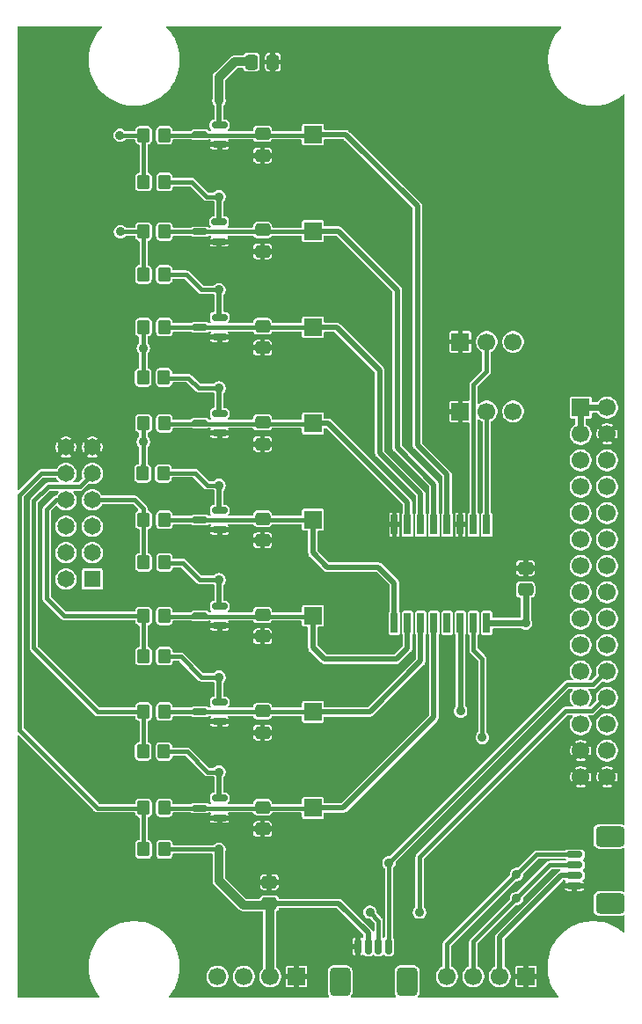
<source format=gbr>
%TF.GenerationSoftware,KiCad,Pcbnew,9.0.2*%
%TF.CreationDate,2025-07-04T16:10:04+10:00*%
%TF.ProjectId,v8_equip_dig_in_non_iso_IDC_pwr,76385f65-7175-4697-905f-6469675f696e,rev?*%
%TF.SameCoordinates,Original*%
%TF.FileFunction,Copper,L1,Top*%
%TF.FilePolarity,Positive*%
%FSLAX46Y46*%
G04 Gerber Fmt 4.6, Leading zero omitted, Abs format (unit mm)*
G04 Created by KiCad (PCBNEW 9.0.2) date 2025-07-04 16:10:04*
%MOMM*%
%LPD*%
G01*
G04 APERTURE LIST*
G04 Aperture macros list*
%AMRoundRect*
0 Rectangle with rounded corners*
0 $1 Rounding radius*
0 $2 $3 $4 $5 $6 $7 $8 $9 X,Y pos of 4 corners*
0 Add a 4 corners polygon primitive as box body*
4,1,4,$2,$3,$4,$5,$6,$7,$8,$9,$2,$3,0*
0 Add four circle primitives for the rounded corners*
1,1,$1+$1,$2,$3*
1,1,$1+$1,$4,$5*
1,1,$1+$1,$6,$7*
1,1,$1+$1,$8,$9*
0 Add four rect primitives between the rounded corners*
20,1,$1+$1,$2,$3,$4,$5,0*
20,1,$1+$1,$4,$5,$6,$7,0*
20,1,$1+$1,$6,$7,$8,$9,0*
20,1,$1+$1,$8,$9,$2,$3,0*%
G04 Aperture macros list end*
%TA.AperFunction,SMDPad,CuDef*%
%ADD10RoundRect,0.250000X0.350000X0.450000X-0.350000X0.450000X-0.350000X-0.450000X0.350000X-0.450000X0*%
%TD*%
%TA.AperFunction,SMDPad,CuDef*%
%ADD11RoundRect,0.150000X0.587500X0.150000X-0.587500X0.150000X-0.587500X-0.150000X0.587500X-0.150000X0*%
%TD*%
%TA.AperFunction,SMDPad,CuDef*%
%ADD12RoundRect,0.250000X-0.475000X0.337500X-0.475000X-0.337500X0.475000X-0.337500X0.475000X0.337500X0*%
%TD*%
%TA.AperFunction,ComponentPad*%
%ADD13R,1.700000X1.700000*%
%TD*%
%TA.AperFunction,SMDPad,CuDef*%
%ADD14RoundRect,0.250000X0.475000X-0.337500X0.475000X0.337500X-0.475000X0.337500X-0.475000X-0.337500X0*%
%TD*%
%TA.AperFunction,ComponentPad*%
%ADD15C,1.700000*%
%TD*%
%TA.AperFunction,ComponentPad*%
%ADD16R,1.650000X1.650000*%
%TD*%
%TA.AperFunction,ComponentPad*%
%ADD17C,1.650000*%
%TD*%
%TA.AperFunction,SMDPad,CuDef*%
%ADD18RoundRect,0.150000X-0.150000X-0.625000X0.150000X-0.625000X0.150000X0.625000X-0.150000X0.625000X0*%
%TD*%
%TA.AperFunction,SMDPad,CuDef*%
%ADD19RoundRect,0.416666X-0.583334X-0.970834X0.583334X-0.970834X0.583334X0.970834X-0.583334X0.970834X0*%
%TD*%
%TA.AperFunction,SMDPad,CuDef*%
%ADD20RoundRect,0.250000X-0.337500X-0.475000X0.337500X-0.475000X0.337500X0.475000X-0.337500X0.475000X0*%
%TD*%
%TA.AperFunction,SMDPad,CuDef*%
%ADD21RoundRect,0.150000X0.625000X-0.150000X0.625000X0.150000X-0.625000X0.150000X-0.625000X-0.150000X0*%
%TD*%
%TA.AperFunction,SMDPad,CuDef*%
%ADD22RoundRect,0.416666X0.970834X-0.583334X0.970834X0.583334X-0.970834X0.583334X-0.970834X-0.583334X0*%
%TD*%
%TA.AperFunction,SMDPad,CuDef*%
%ADD23R,0.650000X1.950000*%
%TD*%
%TA.AperFunction,ViaPad*%
%ADD24C,0.889000*%
%TD*%
%TA.AperFunction,Conductor*%
%ADD25C,0.508000*%
%TD*%
%TA.AperFunction,Conductor*%
%ADD26C,0.406400*%
%TD*%
%TA.AperFunction,Conductor*%
%ADD27C,0.812800*%
%TD*%
%TA.AperFunction,Conductor*%
%ADD28C,0.609600*%
%TD*%
G04 APERTURE END LIST*
D10*
%TO.P,R12,1*%
%TO.N,+3V3*%
X14817600Y-43815000D03*
%TO.P,R12,2*%
%TO.N,/IN3+*%
X12817600Y-43815000D03*
%TD*%
D11*
%TO.P,D3,1*%
%TO.N,GND*%
X20218400Y-30666900D03*
%TO.P,D3,2*%
%TO.N,+3V3*%
X20218400Y-28766900D03*
%TO.P,D3,3*%
%TO.N,/P2*%
X18343400Y-29716900D03*
%TD*%
D12*
%TO.P,C9,1*%
%TO.N,/P7*%
X24360900Y-75938600D03*
%TO.P,C9,2*%
%TO.N,GND*%
X24360900Y-78013600D03*
%TD*%
D13*
%TO.P,J16,1,Pin_1*%
%TO.N,/P7*%
X29210000Y-75996800D03*
%TD*%
D14*
%TO.P,C10,1*%
%TO.N,+3V3*%
X25019000Y-85213100D03*
%TO.P,C10,2*%
%TO.N,GND*%
X25019000Y-83138100D03*
%TD*%
D13*
%TO.P,JP2,1,A*%
%TO.N,GND*%
X43408600Y-37846000D03*
D15*
%TO.P,JP2,2,C*%
%TO.N,/A0*%
X45948600Y-37846000D03*
%TO.P,JP2,3,B*%
%TO.N,+3V3*%
X48488600Y-37846000D03*
%TD*%
D13*
%TO.P,J17,1,Pin_1*%
%TO.N,+5V*%
X54991000Y-37465000D03*
D15*
%TO.P,J17,2,Pin_2*%
X57531000Y-37465000D03*
%TO.P,J17,3,Pin_3*%
X54991000Y-40005000D03*
%TO.P,J17,4,Pin_4*%
%TO.N,GND*%
X57531000Y-40005000D03*
%TO.P,J17,5,Pin_5*%
%TO.N,+3V3*%
X54991000Y-42545000D03*
%TO.P,J17,6,Pin_6*%
%TO.N,/GP15*%
X57531000Y-42545000D03*
%TO.P,J17,7,Pin_7*%
%TO.N,/GP16*%
X54991000Y-45085000D03*
%TO.P,J17,8,Pin_8*%
%TO.N,/GP14*%
X57531000Y-45085000D03*
%TO.P,J17,9,Pin_9*%
%TO.N,/GP17*%
X54991000Y-47625000D03*
%TO.P,J17,10,Pin_10*%
%TO.N,/GP13*%
X57531000Y-47625000D03*
%TO.P,J17,11,Pin_11*%
%TO.N,/AN_CS0*%
X54991000Y-50165000D03*
%TO.P,J17,12,Pin_12*%
%TO.N,/GP12*%
X57531000Y-50165000D03*
%TO.P,J17,13,Pin_13*%
%TO.N,/AN_CS1*%
X54991000Y-52705000D03*
%TO.P,J17,14,Pin_14*%
%TO.N,/GP11*%
X57531000Y-52705000D03*
%TO.P,J17,15,Pin_15*%
%TO.N,/AN_CS2*%
X54991000Y-55245000D03*
%TO.P,J17,16,Pin_16*%
%TO.N,/GP10*%
X57531000Y-55245000D03*
%TO.P,J17,17,Pin_17*%
%TO.N,/AN_CS3*%
X54991000Y-57785000D03*
%TO.P,J17,18,Pin_18*%
%TO.N,/GP9*%
X57531000Y-57785000D03*
%TO.P,J17,19,Pin_19*%
%TO.N,/GP3*%
X54991000Y-60325000D03*
%TO.P,J17,20,Pin_20*%
%TO.N,/GP8*%
X57531000Y-60325000D03*
%TO.P,J17,21,Pin_21*%
%TO.N,/GP2*%
X54991000Y-62865000D03*
%TO.P,J17,22,Pin_22*%
%TO.N,/SCL1*%
X57531000Y-62865000D03*
%TO.P,J17,23,Pin_23*%
%TO.N,/GP1*%
X54991000Y-65405000D03*
%TO.P,J17,24,Pin_24*%
%TO.N,/SDA1*%
X57531000Y-65405000D03*
%TO.P,J17,25,Pin_25*%
%TO.N,/GP0*%
X54991000Y-67945000D03*
%TO.P,J17,26,Pin_26*%
%TO.N,/SCL0*%
X57531000Y-67945000D03*
%TO.P,J17,27,Pin_27*%
%TO.N,GND*%
X54991000Y-70485000D03*
%TO.P,J17,28,Pin_28*%
%TO.N,/SDA0*%
X57531000Y-70485000D03*
%TO.P,J17,29,Pin_29*%
%TO.N,GND*%
X54991000Y-73025000D03*
%TO.P,J17,30,Pin_30*%
X57531000Y-73025000D03*
%TD*%
D11*
%TO.P,D5,1*%
%TO.N,GND*%
X20218400Y-49238200D03*
%TO.P,D5,2*%
%TO.N,+3V3*%
X20218400Y-47338200D03*
%TO.P,D5,3*%
%TO.N,/P4*%
X18343400Y-48288200D03*
%TD*%
D10*
%TO.P,R11,1*%
%TO.N,+3V3*%
X14868400Y-34569400D03*
%TO.P,R11,2*%
%TO.N,/IN2+*%
X12868400Y-34569400D03*
%TD*%
%TO.P,R5,1*%
%TO.N,/P4*%
X14915295Y-48260000D03*
%TO.P,R5,2*%
%TO.N,/IN4+*%
X12915295Y-48260000D03*
%TD*%
%TO.P,R6,1*%
%TO.N,/P5*%
X14915295Y-57531000D03*
%TO.P,R6,2*%
%TO.N,/IN5+*%
X12915295Y-57531000D03*
%TD*%
D13*
%TO.P,J10,1,Pin_1*%
%TO.N,/P1*%
X29210000Y-20472400D03*
%TD*%
D12*
%TO.P,C5,1*%
%TO.N,/P3*%
X24360900Y-38898142D03*
%TO.P,C5,2*%
%TO.N,GND*%
X24360900Y-40973142D03*
%TD*%
D11*
%TO.P,D2,1*%
%TO.N,GND*%
X20195300Y-21497500D03*
%TO.P,D2,2*%
%TO.N,+3V3*%
X20195300Y-19597500D03*
%TO.P,D2,3*%
%TO.N,/P1*%
X18320300Y-20547500D03*
%TD*%
D16*
%TO.P,J20,1,1*%
%TO.N,unconnected-(J20-Pad1)*%
X7975600Y-53975000D03*
D17*
%TO.P,J20,2,2*%
%TO.N,+3V3*%
X5435600Y-53975000D03*
%TO.P,J20,3,3*%
%TO.N,/IN0+*%
X7975600Y-51435000D03*
%TO.P,J20,4,4*%
%TO.N,/IN1+*%
X5435600Y-51435000D03*
%TO.P,J20,5,5*%
%TO.N,/IN2+*%
X7975600Y-48895000D03*
%TO.P,J20,6,6*%
%TO.N,/IN3+*%
X5435600Y-48895000D03*
%TO.P,J20,7,7*%
%TO.N,/IN4+*%
X7975600Y-46355000D03*
%TO.P,J20,8,8*%
%TO.N,/IN5+*%
X5435600Y-46355000D03*
%TO.P,J20,9,9*%
%TO.N,/IN6+*%
X7975600Y-43815000D03*
%TO.P,J20,10,10*%
%TO.N,/IN7+*%
X5435600Y-43815000D03*
%TO.P,J20,11,11*%
%TO.N,GND*%
X7975600Y-41275000D03*
%TO.P,J20,12,12*%
X5435600Y-41275000D03*
%TD*%
D13*
%TO.P,J9,1,Pin_1*%
%TO.N,/P0*%
X29210000Y-11201400D03*
%TD*%
D14*
%TO.P,C11,1*%
%TO.N,+3V3*%
X49682400Y-54987100D03*
%TO.P,C11,2*%
%TO.N,GND*%
X49682400Y-52912100D03*
%TD*%
D13*
%TO.P,JP1,1,A*%
%TO.N,GND*%
X43408600Y-31140400D03*
D15*
%TO.P,JP1,2,C*%
%TO.N,/A1*%
X45948600Y-31140400D03*
%TO.P,JP1,3,B*%
%TO.N,+3V3*%
X48488600Y-31140400D03*
%TD*%
D11*
%TO.P,D8,1*%
%TO.N,GND*%
X20218400Y-76960900D03*
%TO.P,D8,2*%
%TO.N,+3V3*%
X20218400Y-75060900D03*
%TO.P,D8,3*%
%TO.N,/P7*%
X18343400Y-76010900D03*
%TD*%
D12*
%TO.P,C3,1*%
%TO.N,/P1*%
X24360900Y-20377914D03*
%TO.P,C3,2*%
%TO.N,GND*%
X24360900Y-22452914D03*
%TD*%
D18*
%TO.P,CON2,1,Pin_1*%
%TO.N,GND*%
X33526600Y-89313000D03*
%TO.P,CON2,2,Pin_2*%
%TO.N,+3V3*%
X34526600Y-89313000D03*
%TO.P,CON2,3,Pin_3*%
%TO.N,/SDA1*%
X35526600Y-89313000D03*
%TO.P,CON2,4,Pin_4*%
%TO.N,/SCL1*%
X36526600Y-89313000D03*
D19*
%TO.P,CON2,MP*%
%TO.N,N/C*%
X31826200Y-92735400D03*
X38277800Y-92735400D03*
%TD*%
D13*
%TO.P,J12,1,Pin_1*%
%TO.N,/P3*%
X29210000Y-38989000D03*
%TD*%
D11*
%TO.P,D7,1*%
%TO.N,GND*%
X20218400Y-67691910D03*
%TO.P,D7,2*%
%TO.N,+3V3*%
X20218400Y-65791910D03*
%TO.P,D7,3*%
%TO.N,/P6*%
X18343400Y-66741910D03*
%TD*%
D13*
%TO.P,J11,1,Pin_1*%
%TO.N,/P2*%
X29210000Y-29743400D03*
%TD*%
D10*
%TO.P,R14,1*%
%TO.N,+3V3*%
X14909800Y-61391800D03*
%TO.P,R14,2*%
%TO.N,/IN5+*%
X12909800Y-61391800D03*
%TD*%
%TO.P,R4,1*%
%TO.N,/P3*%
X14915295Y-38989000D03*
%TO.P,R4,2*%
%TO.N,/IN3+*%
X12915295Y-38989000D03*
%TD*%
D12*
%TO.P,C8,1*%
%TO.N,/P6*%
X24360900Y-66678484D03*
%TO.P,C8,2*%
%TO.N,GND*%
X24360900Y-68753484D03*
%TD*%
D13*
%TO.P,CON3,1,Pin_1*%
%TO.N,GND*%
X49733200Y-92202000D03*
D15*
%TO.P,CON3,2,Pin_2*%
%TO.N,+3V3*%
X47193200Y-92202000D03*
%TO.P,CON3,3,Pin_3*%
%TO.N,/SDA0*%
X44653200Y-92202000D03*
%TO.P,CON3,4,Pin_4*%
%TO.N,/SCL0*%
X42113200Y-92202000D03*
%TD*%
D10*
%TO.P,R7,1*%
%TO.N,/P6*%
X14915295Y-66725800D03*
%TO.P,R7,2*%
%TO.N,/IN6+*%
X12915295Y-66725800D03*
%TD*%
%TO.P,R1,1*%
%TO.N,/P0*%
X14915295Y-11252200D03*
%TO.P,R1,2*%
%TO.N,/IN0+*%
X12915295Y-11252200D03*
%TD*%
%TO.P,R3,1*%
%TO.N,/P2*%
X14915295Y-29718000D03*
%TO.P,R3,2*%
%TO.N,/IN2+*%
X12915295Y-29718000D03*
%TD*%
D13*
%TO.P,CON1,1,Pin_1*%
%TO.N,GND*%
X27635200Y-92227400D03*
D15*
%TO.P,CON1,2,Pin_2*%
%TO.N,+3V3*%
X25095200Y-92227400D03*
%TO.P,CON1,3,Pin_3*%
%TO.N,/SDA1*%
X22555200Y-92227400D03*
%TO.P,CON1,4,Pin_4*%
%TO.N,/SCL1*%
X20015200Y-92227400D03*
%TD*%
D11*
%TO.P,D6,1*%
%TO.N,GND*%
X20218400Y-58479900D03*
%TO.P,D6,2*%
%TO.N,+3V3*%
X20218400Y-56579900D03*
%TO.P,D6,3*%
%TO.N,/P5*%
X18343400Y-57529900D03*
%TD*%
D13*
%TO.P,J14,1,Pin_1*%
%TO.N,/P5*%
X29210000Y-57505600D03*
%TD*%
%TO.P,J15,1,Pin_1*%
%TO.N,/P6*%
X29210000Y-66751200D03*
%TD*%
D10*
%TO.P,R16,1*%
%TO.N,+3V3*%
X14919200Y-79984600D03*
%TO.P,R16,2*%
%TO.N,/IN7+*%
X12919200Y-79984600D03*
%TD*%
%TO.P,R9,1*%
%TO.N,+3V3*%
X14919200Y-15748000D03*
%TO.P,R9,2*%
%TO.N,/IN0+*%
X12919200Y-15748000D03*
%TD*%
%TO.P,R8,1*%
%TO.N,/P7*%
X14915295Y-75996800D03*
%TO.P,R8,2*%
%TO.N,/IN7+*%
X12915295Y-75996800D03*
%TD*%
%TO.P,R10,1*%
%TO.N,+3V3*%
X14893800Y-24663400D03*
%TO.P,R10,2*%
%TO.N,/IN1+*%
X12893800Y-24663400D03*
%TD*%
D12*
%TO.P,C4,1*%
%TO.N,/P2*%
X24360900Y-29638028D03*
%TO.P,C4,2*%
%TO.N,GND*%
X24360900Y-31713028D03*
%TD*%
D10*
%TO.P,R13,1*%
%TO.N,+3V3*%
X14919200Y-52374800D03*
%TO.P,R13,2*%
%TO.N,/IN4+*%
X12919200Y-52374800D03*
%TD*%
D11*
%TO.P,D4,1*%
%TO.N,GND*%
X20218400Y-39917500D03*
%TO.P,D4,2*%
%TO.N,+3V3*%
X20218400Y-38017500D03*
%TO.P,D4,3*%
%TO.N,/P3*%
X18343400Y-38967500D03*
%TD*%
D12*
%TO.P,C2,1*%
%TO.N,/P0*%
X24360900Y-11117800D03*
%TO.P,C2,2*%
%TO.N,GND*%
X24360900Y-13192800D03*
%TD*%
D20*
%TO.P,C1,1*%
%TO.N,+3V3*%
X23295700Y-4216400D03*
%TO.P,C1,2*%
%TO.N,GND*%
X25370700Y-4216400D03*
%TD*%
D10*
%TO.P,R2,1*%
%TO.N,/P1*%
X14915295Y-20523200D03*
%TO.P,R2,2*%
%TO.N,/IN1+*%
X12915295Y-20523200D03*
%TD*%
D21*
%TO.P,CON4,1,Pin_1*%
%TO.N,GND*%
X54388000Y-83491200D03*
%TO.P,CON4,2,Pin_2*%
%TO.N,+3V3*%
X54388000Y-82491200D03*
%TO.P,CON4,3,Pin_3*%
%TO.N,/SDA0*%
X54388000Y-81491200D03*
%TO.P,CON4,4,Pin_4*%
%TO.N,/SCL0*%
X54388000Y-80491200D03*
D22*
%TO.P,CON4,MP*%
%TO.N,N/C*%
X57810400Y-85191600D03*
X57810400Y-78740000D03*
%TD*%
D13*
%TO.P,J13,1,Pin_1*%
%TO.N,/P4*%
X29210000Y-48260000D03*
%TD*%
D11*
%TO.P,D1,1*%
%TO.N,GND*%
X20216100Y-12165500D03*
%TO.P,D1,2*%
%TO.N,+3V3*%
X20216100Y-10265500D03*
%TO.P,D1,3*%
%TO.N,/P0*%
X18341100Y-11215500D03*
%TD*%
D10*
%TO.P,R15,1*%
%TO.N,+3V3*%
X14868400Y-70561200D03*
%TO.P,R15,2*%
%TO.N,/IN6+*%
X12868400Y-70561200D03*
%TD*%
D12*
%TO.P,C6,1*%
%TO.N,/P4*%
X24360900Y-48158256D03*
%TO.P,C6,2*%
%TO.N,GND*%
X24360900Y-50233256D03*
%TD*%
D23*
%TO.P,IC1,1,A0*%
%TO.N,/A0*%
X45948600Y-48742000D03*
%TO.P,IC1,2,A1*%
%TO.N,/A1*%
X44678600Y-48742000D03*
%TO.P,IC1,3,A2*%
%TO.N,GND*%
X43408600Y-48742000D03*
%TO.P,IC1,4,P0*%
%TO.N,/P0*%
X42138600Y-48742000D03*
%TO.P,IC1,5,P1*%
%TO.N,/P1*%
X40868600Y-48742000D03*
%TO.P,IC1,6,P2*%
%TO.N,/P2*%
X39598600Y-48742000D03*
%TO.P,IC1,7,P3*%
%TO.N,/P3*%
X38328600Y-48742000D03*
%TO.P,IC1,8,GND*%
%TO.N,GND*%
X37058600Y-48742000D03*
%TO.P,IC1,9,P4*%
%TO.N,/P4*%
X37058600Y-58192000D03*
%TO.P,IC1,10,P5*%
%TO.N,/P5*%
X38328600Y-58192000D03*
%TO.P,IC1,11,P6*%
%TO.N,/P6*%
X39598600Y-58192000D03*
%TO.P,IC1,12,P7*%
%TO.N,/P7*%
X40868600Y-58192000D03*
%TO.P,IC1,13,~{INT}*%
%TO.N,unconnected-(IC1-~{INT}-Pad13)*%
X42138600Y-58192000D03*
%TO.P,IC1,14,SCL*%
%TO.N,/SCL0*%
X43408600Y-58192000D03*
%TO.P,IC1,15,SDA*%
%TO.N,/SDA0*%
X44678600Y-58192000D03*
%TO.P,IC1,16,VCC*%
%TO.N,+3V3*%
X45948600Y-58192000D03*
%TD*%
D12*
%TO.P,C7,1*%
%TO.N,/P5*%
X24360900Y-57418370D03*
%TO.P,C7,2*%
%TO.N,GND*%
X24360900Y-59493370D03*
%TD*%
D24*
%TO.N,GND*%
X24333200Y-70510400D03*
X24409400Y-79933800D03*
X41503600Y-53594000D03*
X24307800Y-61264800D03*
X24460200Y-52197000D03*
X43357800Y-45440600D03*
X34848800Y-48717200D03*
X52044600Y-52959000D03*
X24384000Y-44119800D03*
X24409400Y-35382200D03*
X24460200Y-7696200D03*
X24460200Y-17068800D03*
X24384000Y-24409400D03*
X31115000Y-88874600D03*
X53187600Y-85953600D03*
X56591200Y-10769600D03*
%TO.N,+3V3*%
X20167600Y-63421850D03*
X20167600Y-26134650D03*
X20167600Y-54049250D03*
X20167600Y-72540450D03*
X20167600Y-35583450D03*
X20171500Y-7897450D03*
X20167600Y-44956050D03*
X20167600Y-79984600D03*
X49682400Y-58216800D03*
X20167600Y-17168450D03*
%TO.N,/SDA1*%
X34696400Y-86029800D03*
X39471600Y-86029800D03*
%TO.N,/SCL1*%
X36525200Y-81280000D03*
%TO.N,/IN0+*%
X10642600Y-11252200D03*
%TO.N,/IN1+*%
X10693400Y-20548600D03*
%TO.N,/IN2+*%
X12877800Y-31750000D03*
%TO.N,/IN3+*%
X12877800Y-40767000D03*
%TO.N,/SDA0*%
X48806100Y-84721700D03*
X45516800Y-69215000D03*
%TO.N,/SCL0*%
X48818800Y-82397600D03*
X43434000Y-66675000D03*
%TD*%
D25*
%TO.N,+3V3*%
X25044400Y-85344000D02*
X25196800Y-85191600D01*
D26*
X14868400Y-34569400D02*
X14919200Y-34620200D01*
D25*
X20171500Y-7897450D02*
X20129200Y-7939750D01*
D26*
X17526000Y-15748000D02*
X18946450Y-17168450D01*
X18209850Y-35583450D02*
X20167600Y-35583450D01*
D25*
X20167600Y-35583450D02*
X20167600Y-37966700D01*
D26*
X14919200Y-15748000D02*
X17526000Y-15748000D01*
X14893800Y-70586600D02*
X17094200Y-70586600D01*
D25*
X20167600Y-63421850D02*
X20167600Y-65741110D01*
X20167600Y-65741110D02*
X20218400Y-65791910D01*
X20167600Y-47287400D02*
X20218400Y-47338200D01*
X20167600Y-56529100D02*
X20218400Y-56579900D01*
D26*
X14970000Y-52425600D02*
X16687800Y-52425600D01*
D27*
X25044400Y-85344000D02*
X25044400Y-92176600D01*
D25*
X20167600Y-19569800D02*
X20195300Y-19597500D01*
X20167600Y-72540450D02*
X20167600Y-75010100D01*
D26*
X20144150Y-54025800D02*
X20167600Y-54049250D01*
D28*
X49682400Y-58216800D02*
X49682400Y-54987100D01*
D25*
X20167600Y-75010100D02*
X20218400Y-75060900D01*
X25196800Y-85191600D02*
X31724600Y-85191600D01*
D26*
X14868400Y-43764200D02*
X17856200Y-43764200D01*
D25*
X31724600Y-85191600D02*
X34526600Y-87993600D01*
D28*
X49682400Y-58216800D02*
X45973400Y-58216800D01*
D26*
X18946450Y-17168450D02*
X20167600Y-17168450D01*
X18489250Y-26134650D02*
X20167600Y-26134650D01*
D25*
X20167600Y-54049250D02*
X20167600Y-56529100D01*
D26*
X17018000Y-24663400D02*
X18489250Y-26134650D01*
D25*
X20167600Y-26134650D02*
X20167600Y-28716100D01*
D26*
X18288000Y-54025800D02*
X20144150Y-54025800D01*
D27*
X23270300Y-4191000D02*
X23295700Y-4216400D01*
X21666200Y-4191000D02*
X23270300Y-4191000D01*
D26*
X17094200Y-70586600D02*
X19048050Y-72540450D01*
X14919200Y-52374800D02*
X14970000Y-52425600D01*
D25*
X53119400Y-82491200D02*
X54388000Y-82491200D01*
D27*
X20167600Y-83007200D02*
X22504400Y-85344000D01*
D26*
X16510000Y-61442600D02*
X18489250Y-63421850D01*
X14817600Y-43815000D02*
X14868400Y-43764200D01*
D25*
X20167600Y-44956050D02*
X20167600Y-47287400D01*
X20171500Y-10220900D02*
X20216100Y-10265500D01*
X47193200Y-92202000D02*
X47193200Y-88417400D01*
X20171500Y-7897450D02*
X20171500Y-10220900D01*
X47193200Y-88417400D02*
X53119400Y-82491200D01*
X20167600Y-17168450D02*
X20167600Y-19569800D01*
X34526600Y-87993600D02*
X34526600Y-89313000D01*
D26*
X14893800Y-24663400D02*
X17018000Y-24663400D01*
X17246600Y-34620200D02*
X18209850Y-35583450D01*
D25*
X20167600Y-37966700D02*
X20218400Y-38017500D01*
D26*
X18489250Y-63421850D02*
X20167600Y-63421850D01*
X19048050Y-44956050D02*
X20167600Y-44956050D01*
X14960600Y-61442600D02*
X16510000Y-61442600D01*
X17856200Y-43764200D02*
X19048050Y-44956050D01*
D27*
X20171500Y-5685700D02*
X21666200Y-4191000D01*
D26*
X14868400Y-70561200D02*
X14893800Y-70586600D01*
X20167600Y-79984600D02*
X14919200Y-79984600D01*
D27*
X22504400Y-85344000D02*
X25044400Y-85344000D01*
D26*
X14919200Y-34620200D02*
X17246600Y-34620200D01*
X16687800Y-52425600D02*
X18288000Y-54025800D01*
D27*
X20167600Y-79984600D02*
X20167600Y-83007200D01*
D25*
X20167600Y-28716100D02*
X20218400Y-28766900D01*
D26*
X19048050Y-72540450D02*
X20167600Y-72540450D01*
D27*
X20171500Y-7897450D02*
X20171500Y-5685700D01*
D28*
X45973400Y-58216800D02*
X45948600Y-58192000D01*
D26*
X14909800Y-61391800D02*
X14960600Y-61442600D01*
%TO.N,/SDA1*%
X35526600Y-86860000D02*
X35526600Y-89313000D01*
X34696400Y-86029800D02*
X35526600Y-86860000D01*
X39471600Y-86029800D02*
X39471600Y-80746600D01*
X53543200Y-66675000D02*
X56032400Y-66675000D01*
X39471600Y-80746600D02*
X53543200Y-66675000D01*
X56032400Y-66675000D02*
X57299800Y-65407600D01*
%TO.N,/SCL1*%
X56134000Y-64135000D02*
X57401400Y-62867600D01*
X36550600Y-81305400D02*
X36550600Y-89464000D01*
X36525200Y-81280000D02*
X53670200Y-64135000D01*
X36525200Y-81280000D02*
X36550600Y-81305400D01*
X53670200Y-64135000D02*
X56134000Y-64135000D01*
%TO.N,/A1*%
X45923200Y-34010600D02*
X45923200Y-31165800D01*
X44678600Y-48742000D02*
X44678600Y-35255200D01*
X44678600Y-35255200D02*
X45923200Y-34010600D01*
D25*
%TO.N,/P2*%
X31521400Y-29743400D02*
X29210000Y-29743400D01*
X39573200Y-48716600D02*
X39573200Y-45745400D01*
X35636200Y-33858200D02*
X31521400Y-29743400D01*
D26*
X14940695Y-29743400D02*
X29210000Y-29743400D01*
D25*
X35636200Y-41808400D02*
X35636200Y-33858200D01*
X39573200Y-45745400D02*
X35636200Y-41808400D01*
D26*
X14915295Y-29718000D02*
X14940695Y-29743400D01*
D25*
%TO.N,/P1*%
X31648400Y-20472400D02*
X37338000Y-26162000D01*
X37338000Y-26162000D02*
X37338000Y-41325800D01*
X40868600Y-44856400D02*
X40868600Y-48742000D01*
X37338000Y-41325800D02*
X40868600Y-44856400D01*
D26*
X14915295Y-20523200D02*
X14940695Y-20548600D01*
D25*
X29210000Y-20472400D02*
X31648400Y-20472400D01*
D26*
X14940695Y-20548600D02*
X29133800Y-20548600D01*
D25*
%TO.N,/P4*%
X30607000Y-52832000D02*
X35534600Y-52832000D01*
X29210000Y-48260000D02*
X29210000Y-51435000D01*
D26*
X14915295Y-48260000D02*
X14940695Y-48285400D01*
D25*
X37058600Y-54356000D02*
X37058600Y-58192000D01*
X35534600Y-52832000D02*
X37058600Y-54356000D01*
X29210000Y-51435000D02*
X30607000Y-52832000D01*
D26*
X14940695Y-48285400D02*
X29184600Y-48285400D01*
D25*
%TO.N,/P0*%
X39268400Y-18084800D02*
X39268400Y-41071800D01*
X39268400Y-41071800D02*
X42113200Y-43916600D01*
D26*
X14915295Y-11252200D02*
X29150132Y-11252200D01*
D25*
X29210000Y-11192332D02*
X32375932Y-11192332D01*
X42113200Y-43916600D02*
X42113200Y-48716600D01*
X32375932Y-11192332D02*
X39268400Y-18084800D01*
%TO.N,/P6*%
X39598600Y-61849000D02*
X39598600Y-58192000D01*
X29210000Y-66751200D02*
X34696400Y-66751200D01*
X34696400Y-66751200D02*
X39598600Y-61849000D01*
D26*
X14940695Y-66751200D02*
X29210000Y-66751200D01*
X14915295Y-66725800D02*
X14940695Y-66751200D01*
%TO.N,/A0*%
X45948600Y-37846000D02*
X45948600Y-48742000D01*
D25*
%TO.N,/P5*%
X38328600Y-60604400D02*
X38328600Y-58192000D01*
X29210000Y-60579000D02*
X30302200Y-61671200D01*
X30302200Y-61671200D02*
X37261800Y-61671200D01*
X37261800Y-61671200D02*
X38328600Y-60604400D01*
X29210000Y-57505600D02*
X29210000Y-60579000D01*
D26*
X14940695Y-57556400D02*
X29159200Y-57556400D01*
X14915295Y-57531000D02*
X14940695Y-57556400D01*
D25*
%TO.N,/P3*%
X30708600Y-38989000D02*
X29210000Y-38989000D01*
X38328600Y-48742000D02*
X38328600Y-46609000D01*
X38328600Y-46609000D02*
X30708600Y-38989000D01*
D26*
X14940695Y-39014400D02*
X29184600Y-39014400D01*
X14915295Y-38989000D02*
X14940695Y-39014400D01*
D25*
%TO.N,/P7*%
X40868600Y-58192000D02*
X40868600Y-67259200D01*
X40868600Y-67259200D02*
X32131000Y-75996800D01*
D26*
X14915295Y-75996800D02*
X14940695Y-76022200D01*
X14940695Y-76022200D02*
X29184600Y-76022200D01*
D25*
X32131000Y-75996800D02*
X29210000Y-75996800D01*
D28*
%TO.N,+5V*%
X54991000Y-37465000D02*
X57531000Y-37465000D01*
X54991000Y-40005000D02*
X54991000Y-37465000D01*
D26*
%TO.N,/IN0+*%
X12919200Y-15671800D02*
X12919200Y-15748000D01*
X12915295Y-11252200D02*
X12915295Y-15667895D01*
X10642600Y-11252200D02*
X12915295Y-11252200D01*
X12915295Y-15667895D02*
X12919200Y-15671800D01*
%TO.N,/IN4+*%
X12915295Y-51710495D02*
X12919200Y-51714400D01*
X12065000Y-46355000D02*
X7975600Y-46355000D01*
X12915295Y-48260000D02*
X12915295Y-51710495D01*
X12915295Y-48260000D02*
X12877800Y-48260000D01*
X12877800Y-47167800D02*
X12065000Y-46355000D01*
X12919200Y-51714400D02*
X12919200Y-52374800D01*
X12877800Y-48260000D02*
X12877800Y-47167800D01*
%TO.N,/IN1+*%
X12915295Y-20523200D02*
X12915295Y-23997505D01*
X12889895Y-20548600D02*
X12915295Y-20523200D01*
X12915295Y-23997505D02*
X12893800Y-24019000D01*
X10693400Y-20548600D02*
X12889895Y-20548600D01*
X12893800Y-24019000D02*
X12893800Y-24663400D01*
%TO.N,/IN5+*%
X12915295Y-57531000D02*
X12915295Y-60979905D01*
X4470400Y-46355000D02*
X5435600Y-46355000D01*
X5283200Y-57531000D02*
X3581400Y-55829200D01*
X3581400Y-47244000D02*
X4470400Y-46355000D01*
X12915295Y-57531000D02*
X5283200Y-57531000D01*
X12915295Y-60979905D02*
X12909800Y-60985400D01*
X12909800Y-60985400D02*
X12909800Y-61391800D01*
X3581400Y-55829200D02*
X3581400Y-47244000D01*
%TO.N,/IN2+*%
X12877800Y-34020000D02*
X12868400Y-34029400D01*
X12877800Y-31750000D02*
X12877800Y-29755495D01*
X12877800Y-29755495D02*
X12915295Y-29718000D01*
X12877800Y-31750000D02*
X12877800Y-34020000D01*
X12868400Y-34029400D02*
X12868400Y-34569400D01*
%TO.N,/IN6+*%
X12915295Y-66725800D02*
X12915295Y-70049295D01*
X12915295Y-70049295D02*
X12868400Y-70096190D01*
X12889895Y-66751200D02*
X8509000Y-66751200D01*
X6756400Y-45085000D02*
X7975600Y-43865800D01*
X2336800Y-46456600D02*
X3708400Y-45085000D01*
X3708400Y-45085000D02*
X6756400Y-45085000D01*
X12915295Y-66725800D02*
X12889895Y-66751200D01*
X8509000Y-66751200D02*
X2336800Y-60579000D01*
X12868400Y-70096190D02*
X12868400Y-70561200D01*
X2336800Y-60579000D02*
X2336800Y-46456600D01*
X7975600Y-43865800D02*
X7975600Y-43815000D01*
%TO.N,/IN3+*%
X12877800Y-42967400D02*
X12817600Y-43027600D01*
X12877800Y-40767000D02*
X12877800Y-42967400D01*
X12877800Y-38989000D02*
X12915295Y-38989000D01*
X12817600Y-43027600D02*
X12817600Y-43815000D01*
X12877800Y-40767000D02*
X12877800Y-38989000D01*
%TO.N,/IN7+*%
X12915295Y-75996800D02*
X12919200Y-76000705D01*
X12919200Y-76000705D02*
X12919200Y-79984600D01*
X8483600Y-76022200D02*
X990600Y-68529200D01*
X990600Y-68529200D02*
X990600Y-45872400D01*
X990600Y-45872400D02*
X3048000Y-43815000D01*
X3048000Y-43815000D02*
X5435600Y-43815000D01*
X12915295Y-75996800D02*
X12889895Y-76022200D01*
X12889895Y-76022200D02*
X8483600Y-76022200D01*
%TO.N,/SDA0*%
X48806100Y-84721700D02*
X52036600Y-81491200D01*
X52036600Y-81491200D02*
X54388000Y-81491200D01*
X45516800Y-69215000D02*
X45516800Y-61645800D01*
X44678600Y-60807600D02*
X44678600Y-58192000D01*
X45516800Y-61645800D02*
X44678600Y-60807600D01*
X48806100Y-84721700D02*
X44653200Y-88874600D01*
X44653200Y-88874600D02*
X44653200Y-92202000D01*
%TO.N,/SCL0*%
X54388000Y-80491200D02*
X50725200Y-80491200D01*
D25*
X43434000Y-66675000D02*
X43434000Y-58217400D01*
D26*
X50725200Y-80491200D02*
X42113200Y-89103200D01*
X42113200Y-89103200D02*
X42113200Y-92202000D01*
%TD*%
%TA.AperFunction,Conductor*%
%TO.N,GND*%
G36*
X8876845Y-790665D02*
G01*
X8906909Y-842736D01*
X8896468Y-901950D01*
X8882502Y-920150D01*
X8762070Y-1040583D01*
X8762069Y-1040584D01*
X8762065Y-1040589D01*
X8515802Y-1334072D01*
X8515797Y-1334079D01*
X8296048Y-1647911D01*
X8104479Y-1979718D01*
X8104474Y-1979729D01*
X7942565Y-2326943D01*
X7942562Y-2326951D01*
X7811524Y-2686975D01*
X7712361Y-3057056D01*
X7645833Y-3434354D01*
X7645832Y-3434360D01*
X7645832Y-3434363D01*
X7637189Y-3533152D01*
X7612440Y-3816034D01*
X7612440Y-4199165D01*
X7645833Y-4580845D01*
X7702864Y-4904281D01*
X7712362Y-4958147D01*
X7811523Y-5328222D01*
X7856373Y-5451445D01*
X7942562Y-5688248D01*
X7942565Y-5688256D01*
X8104474Y-6035470D01*
X8104479Y-6035481D01*
X8296048Y-6367288D01*
X8471847Y-6618353D01*
X8515798Y-6681122D01*
X8762070Y-6974617D01*
X9032983Y-7245530D01*
X9326478Y-7491802D01*
X9436239Y-7568657D01*
X9640311Y-7711551D01*
X9852267Y-7833924D01*
X9972120Y-7903121D01*
X10319354Y-8065039D01*
X10679378Y-8196077D01*
X11049453Y-8295238D01*
X11426763Y-8361768D01*
X11808435Y-8395160D01*
X11808439Y-8395160D01*
X12191561Y-8395160D01*
X12191565Y-8395160D01*
X12573237Y-8361768D01*
X12950547Y-8295238D01*
X13320622Y-8196077D01*
X13680646Y-8065039D01*
X14027880Y-7903121D01*
X14359680Y-7711556D01*
X14359683Y-7711553D01*
X14359688Y-7711551D01*
X14453998Y-7645513D01*
X14673522Y-7491802D01*
X14967017Y-7245530D01*
X15237930Y-6974617D01*
X15484202Y-6681122D01*
X15637913Y-6461598D01*
X15703951Y-6367288D01*
X15895520Y-6035481D01*
X15895521Y-6035480D01*
X16057439Y-5688246D01*
X16188477Y-5328222D01*
X16287638Y-4958147D01*
X16354168Y-4580837D01*
X16387560Y-4199165D01*
X16387560Y-3816035D01*
X16354168Y-3434363D01*
X16287638Y-3057053D01*
X16188477Y-2686978D01*
X16057439Y-2326954D01*
X15895521Y-1979720D01*
X15703956Y-1647920D01*
X15703951Y-1647911D01*
X15561057Y-1443839D01*
X15484202Y-1334078D01*
X15237930Y-1040583D01*
X15117500Y-920153D01*
X15092090Y-865661D01*
X15107653Y-807583D01*
X15156906Y-773095D01*
X15179656Y-770100D01*
X53055944Y-770100D01*
X53112445Y-790665D01*
X53142509Y-842736D01*
X53132068Y-901950D01*
X53118102Y-920150D01*
X52997670Y-1040583D01*
X52997669Y-1040584D01*
X52997665Y-1040589D01*
X52751402Y-1334072D01*
X52751397Y-1334079D01*
X52531648Y-1647911D01*
X52340079Y-1979718D01*
X52340074Y-1979729D01*
X52178165Y-2326943D01*
X52178162Y-2326951D01*
X52047124Y-2686975D01*
X51947961Y-3057056D01*
X51881433Y-3434354D01*
X51881432Y-3434360D01*
X51881432Y-3434363D01*
X51872789Y-3533152D01*
X51848040Y-3816034D01*
X51848040Y-4199165D01*
X51881433Y-4580845D01*
X51938464Y-4904281D01*
X51947962Y-4958147D01*
X52047123Y-5328222D01*
X52091973Y-5451445D01*
X52178162Y-5688248D01*
X52178165Y-5688256D01*
X52340074Y-6035470D01*
X52340079Y-6035481D01*
X52531648Y-6367288D01*
X52707447Y-6618353D01*
X52751398Y-6681122D01*
X52997670Y-6974617D01*
X53268583Y-7245530D01*
X53562078Y-7491802D01*
X53671839Y-7568657D01*
X53875911Y-7711551D01*
X54087867Y-7833924D01*
X54207720Y-7903121D01*
X54554954Y-8065039D01*
X54914978Y-8196077D01*
X55285053Y-8295238D01*
X55662363Y-8361768D01*
X56044035Y-8395160D01*
X56044039Y-8395160D01*
X56427161Y-8395160D01*
X56427165Y-8395160D01*
X56808837Y-8361768D01*
X57186147Y-8295238D01*
X57556222Y-8196077D01*
X57916246Y-8065039D01*
X58263480Y-7903121D01*
X58595280Y-7711556D01*
X58595283Y-7711553D01*
X58595288Y-7711551D01*
X58689598Y-7645513D01*
X58909122Y-7491802D01*
X59093100Y-7337425D01*
X59149600Y-7316861D01*
X59206101Y-7337425D01*
X59236165Y-7389497D01*
X59237500Y-7404761D01*
X59237500Y-77555379D01*
X59216935Y-77611880D01*
X59164864Y-77641944D01*
X59105650Y-77631503D01*
X59104856Y-77631039D01*
X59093911Y-77624566D01*
X59028288Y-77585757D01*
X59028285Y-77585756D01*
X59028283Y-77585755D01*
X58878544Y-77542253D01*
X58853763Y-77540303D01*
X58843555Y-77539500D01*
X58843551Y-77539500D01*
X56777247Y-77539500D01*
X56777229Y-77539501D01*
X56742259Y-77542253D01*
X56742251Y-77542254D01*
X56592516Y-77585755D01*
X56592507Y-77585759D01*
X56458297Y-77665130D01*
X56348030Y-77775397D01*
X56268659Y-77909607D01*
X56268655Y-77909616D01*
X56225153Y-78059355D01*
X56222400Y-78094340D01*
X56222400Y-79385652D01*
X56222401Y-79385670D01*
X56225153Y-79420640D01*
X56225154Y-79420648D01*
X56268655Y-79570383D01*
X56268659Y-79570392D01*
X56348030Y-79704602D01*
X56348031Y-79704603D01*
X56348033Y-79704606D01*
X56458294Y-79814867D01*
X56458296Y-79814868D01*
X56458297Y-79814869D01*
X56571030Y-79881538D01*
X56592512Y-79894243D01*
X56742253Y-79937746D01*
X56777245Y-79940500D01*
X58843554Y-79940499D01*
X58843558Y-79940498D01*
X58843570Y-79940498D01*
X58854748Y-79939618D01*
X58878547Y-79937746D01*
X59028288Y-79894243D01*
X59104856Y-79848960D01*
X59163957Y-79837900D01*
X59216340Y-79867417D01*
X59237495Y-79923700D01*
X59237500Y-79924620D01*
X59237500Y-84006979D01*
X59216935Y-84063480D01*
X59164864Y-84093544D01*
X59105650Y-84083103D01*
X59104856Y-84082639D01*
X59097774Y-84078451D01*
X59028288Y-84037357D01*
X59028285Y-84037356D01*
X59028283Y-84037355D01*
X58878544Y-83993853D01*
X58853763Y-83991903D01*
X58843555Y-83991100D01*
X58843551Y-83991100D01*
X56777247Y-83991100D01*
X56777229Y-83991101D01*
X56742259Y-83993853D01*
X56742251Y-83993854D01*
X56592516Y-84037355D01*
X56592507Y-84037359D01*
X56458297Y-84116730D01*
X56348030Y-84226997D01*
X56268659Y-84361207D01*
X56268655Y-84361216D01*
X56225153Y-84510955D01*
X56222400Y-84545940D01*
X56222400Y-85837252D01*
X56222401Y-85837270D01*
X56225153Y-85872240D01*
X56225154Y-85872248D01*
X56268655Y-86021983D01*
X56268659Y-86021992D01*
X56348030Y-86156202D01*
X56348031Y-86156203D01*
X56348033Y-86156206D01*
X56458294Y-86266467D01*
X56458296Y-86266468D01*
X56458297Y-86266469D01*
X56571030Y-86333138D01*
X56592512Y-86345843D01*
X56742253Y-86389346D01*
X56777245Y-86392100D01*
X58843554Y-86392099D01*
X58843558Y-86392098D01*
X58843570Y-86392098D01*
X58854748Y-86391218D01*
X58878547Y-86389346D01*
X59028288Y-86345843D01*
X59104856Y-86300560D01*
X59163957Y-86289500D01*
X59216340Y-86319017D01*
X59237495Y-86375300D01*
X59237500Y-86376220D01*
X59237500Y-87933064D01*
X59216935Y-87989565D01*
X59164864Y-88019629D01*
X59105650Y-88009188D01*
X59093099Y-88000399D01*
X58858327Y-87803402D01*
X58858325Y-87803400D01*
X58858322Y-87803398D01*
X58795553Y-87759447D01*
X58544488Y-87583648D01*
X58212681Y-87392079D01*
X58212670Y-87392074D01*
X57865456Y-87230165D01*
X57865448Y-87230162D01*
X57865446Y-87230161D01*
X57505422Y-87099123D01*
X57135347Y-86999962D01*
X57135346Y-86999961D01*
X57135343Y-86999961D01*
X56758045Y-86933433D01*
X56758040Y-86933432D01*
X56758037Y-86933432D01*
X56376365Y-86900040D01*
X55993235Y-86900040D01*
X55993234Y-86900040D01*
X55881958Y-86909775D01*
X55611563Y-86933432D01*
X55611560Y-86933432D01*
X55611554Y-86933433D01*
X55234256Y-86999961D01*
X55132532Y-87027218D01*
X54864178Y-87099123D01*
X54864175Y-87099123D01*
X54864175Y-87099124D01*
X54504151Y-87230162D01*
X54504143Y-87230165D01*
X54156929Y-87392074D01*
X54156918Y-87392079D01*
X53825111Y-87583648D01*
X53511279Y-87803397D01*
X53511272Y-87803402D01*
X53217789Y-88049665D01*
X53217784Y-88049669D01*
X52946869Y-88320584D01*
X52946865Y-88320589D01*
X52700602Y-88614072D01*
X52700597Y-88614079D01*
X52480848Y-88927911D01*
X52289279Y-89259718D01*
X52289274Y-89259729D01*
X52127365Y-89606943D01*
X52127362Y-89606951D01*
X52127361Y-89606954D01*
X51996323Y-89966978D01*
X51981005Y-90024145D01*
X51897161Y-90337056D01*
X51830633Y-90714354D01*
X51830632Y-90714360D01*
X51830632Y-90714363D01*
X51797240Y-91096035D01*
X51797240Y-91479165D01*
X51816945Y-91704398D01*
X51830633Y-91860845D01*
X51873570Y-92104352D01*
X51897162Y-92238147D01*
X51996323Y-92608222D01*
X52039701Y-92727400D01*
X52127362Y-92968248D01*
X52127365Y-92968256D01*
X52289274Y-93315470D01*
X52289279Y-93315481D01*
X52480848Y-93647288D01*
X52656647Y-93898353D01*
X52695115Y-93953292D01*
X52700597Y-93961120D01*
X52700602Y-93961127D01*
X52817717Y-94100699D01*
X52838282Y-94157200D01*
X52817717Y-94213701D01*
X52765646Y-94243765D01*
X52750382Y-94245100D01*
X39407282Y-94245100D01*
X39350781Y-94224535D01*
X39320717Y-94172464D01*
X39331158Y-94113250D01*
X39345123Y-94095049D01*
X39352667Y-94087506D01*
X39432043Y-93953288D01*
X39475546Y-93803547D01*
X39478300Y-93768555D01*
X39478299Y-92098535D01*
X41062700Y-92098535D01*
X41062700Y-92305465D01*
X41072689Y-92355684D01*
X41103067Y-92508411D01*
X41103069Y-92508416D01*
X41103070Y-92508420D01*
X41182259Y-92699598D01*
X41182260Y-92699600D01*
X41182261Y-92699601D01*
X41297219Y-92871650D01*
X41297220Y-92871651D01*
X41297223Y-92871655D01*
X41443545Y-93017977D01*
X41443548Y-93017979D01*
X41443549Y-93017980D01*
X41520667Y-93069508D01*
X41615602Y-93132941D01*
X41806780Y-93212130D01*
X41806785Y-93212131D01*
X41806788Y-93212132D01*
X41909632Y-93232588D01*
X42009735Y-93252500D01*
X42009737Y-93252500D01*
X42216663Y-93252500D01*
X42216665Y-93252500D01*
X42382654Y-93219483D01*
X42419611Y-93212132D01*
X42419612Y-93212131D01*
X42419620Y-93212130D01*
X42610798Y-93132941D01*
X42782855Y-93017977D01*
X42929177Y-92871655D01*
X43044141Y-92699598D01*
X43123330Y-92508420D01*
X43163700Y-92305465D01*
X43163700Y-92098535D01*
X43134553Y-91952000D01*
X43123332Y-91895588D01*
X43123331Y-91895585D01*
X43123330Y-91895580D01*
X43044141Y-91704402D01*
X42986659Y-91618373D01*
X42929180Y-91532349D01*
X42929179Y-91532348D01*
X42929177Y-91532345D01*
X42782855Y-91386023D01*
X42782851Y-91386020D01*
X42782850Y-91386019D01*
X42610800Y-91271060D01*
X42610797Y-91271058D01*
X42571160Y-91254639D01*
X42526831Y-91214016D01*
X42516900Y-91173431D01*
X42516900Y-89306827D01*
X42537465Y-89250326D01*
X42542634Y-89244683D01*
X48718972Y-83068344D01*
X48773466Y-83042934D01*
X48781127Y-83042600D01*
X48882325Y-83042600D01*
X48882327Y-83042600D01*
X48964648Y-83026225D01*
X49006936Y-83017814D01*
X49006936Y-83017813D01*
X49006940Y-83017813D01*
X49124322Y-82969192D01*
X49229964Y-82898604D01*
X49319804Y-82808764D01*
X49390392Y-82703122D01*
X49439013Y-82585740D01*
X49463800Y-82461127D01*
X49463800Y-82359927D01*
X49484365Y-82303426D01*
X49489545Y-82297772D01*
X50866673Y-80920645D01*
X50921167Y-80895234D01*
X50928828Y-80894900D01*
X53484610Y-80894900D01*
X53502644Y-80901464D01*
X53521763Y-80903138D01*
X53537476Y-80914142D01*
X53541111Y-80915465D01*
X53546768Y-80920649D01*
X53555167Y-80929049D01*
X53580575Y-80983544D01*
X53565009Y-81041622D01*
X53555167Y-81053351D01*
X53546768Y-81061751D01*
X53492276Y-81087165D01*
X53484610Y-81087500D01*
X52095146Y-81087500D01*
X52095130Y-81087499D01*
X52089748Y-81087499D01*
X51983452Y-81087499D01*
X51967166Y-81091863D01*
X51902475Y-81109197D01*
X51880778Y-81115010D01*
X51788720Y-81168160D01*
X48905926Y-84050955D01*
X48851432Y-84076366D01*
X48843771Y-84076700D01*
X48742573Y-84076700D01*
X48715050Y-84082174D01*
X48617963Y-84101485D01*
X48617959Y-84101487D01*
X48500580Y-84150106D01*
X48394938Y-84220694D01*
X48305094Y-84310538D01*
X48234506Y-84416180D01*
X48185887Y-84533559D01*
X48185885Y-84533563D01*
X48161100Y-84658174D01*
X48161100Y-84759371D01*
X48140535Y-84815872D01*
X48135355Y-84821526D01*
X44330160Y-88626720D01*
X44277011Y-88718777D01*
X44277011Y-88718778D01*
X44249499Y-88821452D01*
X44249499Y-88934827D01*
X44249500Y-88934840D01*
X44249500Y-91173431D01*
X44228935Y-91229932D01*
X44195240Y-91254639D01*
X44155602Y-91271058D01*
X44155599Y-91271060D01*
X43983549Y-91386019D01*
X43837219Y-91532349D01*
X43722261Y-91704398D01*
X43722259Y-91704400D01*
X43722259Y-91704402D01*
X43657461Y-91860837D01*
X43643069Y-91895583D01*
X43643067Y-91895588D01*
X43607694Y-92073425D01*
X43602700Y-92098535D01*
X43602700Y-92305465D01*
X43612689Y-92355684D01*
X43643067Y-92508411D01*
X43643069Y-92508416D01*
X43643070Y-92508420D01*
X43722259Y-92699598D01*
X43722260Y-92699600D01*
X43722261Y-92699601D01*
X43837219Y-92871650D01*
X43837220Y-92871651D01*
X43837223Y-92871655D01*
X43983545Y-93017977D01*
X43983548Y-93017979D01*
X43983549Y-93017980D01*
X44060667Y-93069508D01*
X44155602Y-93132941D01*
X44346780Y-93212130D01*
X44346785Y-93212131D01*
X44346788Y-93212132D01*
X44449632Y-93232588D01*
X44549735Y-93252500D01*
X44549737Y-93252500D01*
X44756663Y-93252500D01*
X44756665Y-93252500D01*
X44922654Y-93219483D01*
X44959611Y-93212132D01*
X44959612Y-93212131D01*
X44959620Y-93212130D01*
X45150798Y-93132941D01*
X45322855Y-93017977D01*
X45469177Y-92871655D01*
X45584141Y-92699598D01*
X45663330Y-92508420D01*
X45703700Y-92305465D01*
X45703700Y-92098535D01*
X45674553Y-91952000D01*
X45663332Y-91895588D01*
X45663331Y-91895585D01*
X45663330Y-91895580D01*
X45584141Y-91704402D01*
X45526659Y-91618373D01*
X45469180Y-91532349D01*
X45469179Y-91532348D01*
X45469177Y-91532345D01*
X45322855Y-91386023D01*
X45322851Y-91386020D01*
X45322850Y-91386019D01*
X45150800Y-91271060D01*
X45150797Y-91271058D01*
X45111160Y-91254639D01*
X45066831Y-91214016D01*
X45056900Y-91173431D01*
X45056900Y-89078227D01*
X45077465Y-89021726D01*
X45082634Y-89016083D01*
X48706272Y-85392444D01*
X48760766Y-85367034D01*
X48768427Y-85366700D01*
X48869625Y-85366700D01*
X48869627Y-85366700D01*
X48951948Y-85350325D01*
X48994236Y-85341914D01*
X48994236Y-85341913D01*
X48994240Y-85341913D01*
X49111622Y-85293292D01*
X49217264Y-85222704D01*
X49307104Y-85132864D01*
X49377692Y-85027222D01*
X49426313Y-84909840D01*
X49451100Y-84785227D01*
X49451100Y-84684027D01*
X49471665Y-84627526D01*
X49476845Y-84621872D01*
X52178073Y-81920645D01*
X52232567Y-81895234D01*
X52240228Y-81894900D01*
X52921099Y-81894900D01*
X52977600Y-81915465D01*
X53007664Y-81967536D01*
X52997223Y-82026750D01*
X52951163Y-82065399D01*
X52944026Y-82067649D01*
X52943972Y-82067671D01*
X52840328Y-82127510D01*
X46829510Y-88138328D01*
X46769673Y-88241969D01*
X46769673Y-88241970D01*
X46738699Y-88357564D01*
X46738699Y-88484315D01*
X46738700Y-88484328D01*
X46738700Y-91195337D01*
X46718135Y-91251838D01*
X46698573Y-91267734D01*
X46699192Y-91268660D01*
X46523549Y-91386019D01*
X46377219Y-91532349D01*
X46262261Y-91704398D01*
X46262259Y-91704400D01*
X46262259Y-91704402D01*
X46197461Y-91860837D01*
X46183069Y-91895583D01*
X46183067Y-91895588D01*
X46147694Y-92073425D01*
X46142700Y-92098535D01*
X46142700Y-92305465D01*
X46152689Y-92355684D01*
X46183067Y-92508411D01*
X46183069Y-92508416D01*
X46183070Y-92508420D01*
X46262259Y-92699598D01*
X46262260Y-92699600D01*
X46262261Y-92699601D01*
X46377219Y-92871650D01*
X46377220Y-92871651D01*
X46377223Y-92871655D01*
X46523545Y-93017977D01*
X46523548Y-93017979D01*
X46523549Y-93017980D01*
X46600667Y-93069508D01*
X46695602Y-93132941D01*
X46886780Y-93212130D01*
X46886785Y-93212131D01*
X46886788Y-93212132D01*
X46989632Y-93232588D01*
X47089735Y-93252500D01*
X47089737Y-93252500D01*
X47296663Y-93252500D01*
X47296665Y-93252500D01*
X47462654Y-93219483D01*
X47499611Y-93212132D01*
X47499612Y-93212131D01*
X47499620Y-93212130D01*
X47690798Y-93132941D01*
X47862855Y-93017977D01*
X48009177Y-92871655D01*
X48124141Y-92699598D01*
X48203330Y-92508420D01*
X48209500Y-92477400D01*
X48225206Y-92398443D01*
X48233929Y-92354584D01*
X48243700Y-92305465D01*
X48243700Y-92098535D01*
X48214553Y-91952000D01*
X48203332Y-91895588D01*
X48203331Y-91895585D01*
X48203330Y-91895580D01*
X48124141Y-91704402D01*
X48066659Y-91618373D01*
X48009180Y-91532349D01*
X48009179Y-91532348D01*
X48009177Y-91532345D01*
X47862855Y-91386023D01*
X47862851Y-91386020D01*
X47862850Y-91386019D01*
X47785726Y-91334487D01*
X48705400Y-91334487D01*
X48705400Y-91951999D01*
X48705401Y-91952000D01*
X49300188Y-91952000D01*
X49267275Y-92009007D01*
X49233200Y-92136174D01*
X49233200Y-92267826D01*
X49267275Y-92394993D01*
X49300188Y-92452000D01*
X48705402Y-92452000D01*
X48705401Y-92452001D01*
X48705401Y-93069508D01*
X48715716Y-93121375D01*
X48755011Y-93180182D01*
X48755017Y-93180188D01*
X48813824Y-93219483D01*
X48865687Y-93229799D01*
X49483198Y-93229799D01*
X49483200Y-93229798D01*
X49483200Y-92635012D01*
X49540207Y-92667925D01*
X49667374Y-92702000D01*
X49799026Y-92702000D01*
X49926193Y-92667925D01*
X49983200Y-92635012D01*
X49983200Y-93229798D01*
X49983201Y-93229799D01*
X50600709Y-93229799D01*
X50652575Y-93219483D01*
X50711382Y-93180188D01*
X50711388Y-93180182D01*
X50750683Y-93121375D01*
X50761000Y-93069512D01*
X50761000Y-92452001D01*
X50760999Y-92452000D01*
X50166212Y-92452000D01*
X50199125Y-92394993D01*
X50233200Y-92267826D01*
X50233200Y-92136174D01*
X50199125Y-92009007D01*
X50166212Y-91952000D01*
X50760998Y-91952000D01*
X50760999Y-91951999D01*
X50760999Y-91334491D01*
X50750683Y-91282624D01*
X50711388Y-91223817D01*
X50711382Y-91223811D01*
X50652575Y-91184516D01*
X50600713Y-91174200D01*
X49983201Y-91174200D01*
X49983200Y-91174201D01*
X49983200Y-91768988D01*
X49926193Y-91736075D01*
X49799026Y-91702000D01*
X49667374Y-91702000D01*
X49540207Y-91736075D01*
X49483200Y-91768988D01*
X49483200Y-91174201D01*
X49483199Y-91174200D01*
X48865686Y-91174200D01*
X48865684Y-91174201D01*
X48813828Y-91184514D01*
X48813824Y-91184516D01*
X48755017Y-91223811D01*
X48755011Y-91223817D01*
X48715716Y-91282624D01*
X48705400Y-91334487D01*
X47785726Y-91334487D01*
X47687208Y-91268660D01*
X47688555Y-91266643D01*
X47653986Y-91227980D01*
X47647700Y-91195337D01*
X47647700Y-88642070D01*
X47668265Y-88585569D01*
X47673445Y-88579915D01*
X52512160Y-83741200D01*
X53447943Y-83741200D01*
X53490339Y-83832117D01*
X53572083Y-83913861D01*
X53676845Y-83962712D01*
X53676854Y-83962715D01*
X53724587Y-83968999D01*
X54138000Y-83968999D01*
X54138000Y-83741201D01*
X54638000Y-83741201D01*
X54638000Y-83968998D01*
X54638001Y-83968999D01*
X55051414Y-83968999D01*
X55051415Y-83968998D01*
X55099145Y-83962716D01*
X55099151Y-83962714D01*
X55203917Y-83913860D01*
X55285660Y-83832117D01*
X55328057Y-83741200D01*
X54638001Y-83741200D01*
X54638000Y-83741201D01*
X54138000Y-83741201D01*
X54137999Y-83741200D01*
X53447943Y-83741200D01*
X52512160Y-83741200D01*
X53281915Y-82971445D01*
X53299306Y-82963334D01*
X53314006Y-82951001D01*
X53332902Y-82947669D01*
X53336409Y-82946034D01*
X53344070Y-82945700D01*
X53482712Y-82945700D01*
X53539213Y-82966265D01*
X53569277Y-83018336D01*
X53558836Y-83077550D01*
X53544867Y-83095755D01*
X53490339Y-83150282D01*
X53447942Y-83241200D01*
X55328057Y-83241200D01*
X55285660Y-83150282D01*
X55203191Y-83067813D01*
X55177780Y-83013319D01*
X55193343Y-82955241D01*
X55214267Y-82934122D01*
X55219477Y-82930400D01*
X55219483Y-82930398D01*
X55302198Y-82847683D01*
X55353573Y-82742593D01*
X55363500Y-82674460D01*
X55363500Y-82307940D01*
X55353573Y-82239807D01*
X55302198Y-82134717D01*
X55220834Y-82053353D01*
X55195424Y-81998861D01*
X55210987Y-81940783D01*
X55220829Y-81929051D01*
X55302198Y-81847683D01*
X55353573Y-81742593D01*
X55363500Y-81674460D01*
X55363500Y-81307940D01*
X55353573Y-81239807D01*
X55302198Y-81134717D01*
X55220834Y-81053353D01*
X55195424Y-80998861D01*
X55210987Y-80940783D01*
X55220832Y-80929049D01*
X55302198Y-80847683D01*
X55353573Y-80742593D01*
X55363500Y-80674460D01*
X55363500Y-80307940D01*
X55353573Y-80239807D01*
X55302198Y-80134717D01*
X55219483Y-80052002D01*
X55219481Y-80052001D01*
X55219480Y-80052000D01*
X55114395Y-80000628D01*
X55114393Y-80000627D01*
X55046260Y-79990700D01*
X53729740Y-79990700D01*
X53661607Y-80000627D01*
X53661605Y-80000627D01*
X53661604Y-80000628D01*
X53556519Y-80052000D01*
X53556517Y-80052001D01*
X53556517Y-80052002D01*
X53546763Y-80061755D01*
X53492271Y-80087166D01*
X53484610Y-80087500D01*
X50783746Y-80087500D01*
X50783730Y-80087499D01*
X50778348Y-80087499D01*
X50672052Y-80087499D01*
X50591075Y-80109197D01*
X50569378Y-80115010D01*
X50477320Y-80168160D01*
X48918626Y-81726855D01*
X48864132Y-81752266D01*
X48856471Y-81752600D01*
X48755273Y-81752600D01*
X48727750Y-81758074D01*
X48630663Y-81777385D01*
X48630659Y-81777387D01*
X48513280Y-81826006D01*
X48407638Y-81896594D01*
X48317794Y-81986438D01*
X48247206Y-82092080D01*
X48198587Y-82209459D01*
X48198585Y-82209463D01*
X48173800Y-82334074D01*
X48173800Y-82435271D01*
X48153235Y-82491772D01*
X48148055Y-82497426D01*
X41790160Y-88855320D01*
X41737011Y-88947377D01*
X41737011Y-88947378D01*
X41709499Y-89050052D01*
X41709499Y-89163427D01*
X41709500Y-89163440D01*
X41709500Y-91173431D01*
X41688935Y-91229932D01*
X41655240Y-91254639D01*
X41615602Y-91271058D01*
X41615599Y-91271060D01*
X41443549Y-91386019D01*
X41297219Y-91532349D01*
X41182261Y-91704398D01*
X41182259Y-91704400D01*
X41182259Y-91704402D01*
X41117461Y-91860837D01*
X41103069Y-91895583D01*
X41103067Y-91895588D01*
X41067694Y-92073425D01*
X41062700Y-92098535D01*
X39478299Y-92098535D01*
X39478299Y-91702246D01*
X39475546Y-91667253D01*
X39432043Y-91517512D01*
X39374115Y-91419560D01*
X39352669Y-91383297D01*
X39352668Y-91383296D01*
X39352667Y-91383294D01*
X39242406Y-91273033D01*
X39242403Y-91273031D01*
X39242402Y-91273030D01*
X39108192Y-91193659D01*
X39108183Y-91193655D01*
X38958444Y-91150153D01*
X38933663Y-91148203D01*
X38923455Y-91147400D01*
X38923451Y-91147400D01*
X37632147Y-91147400D01*
X37632129Y-91147401D01*
X37597159Y-91150153D01*
X37597151Y-91150154D01*
X37447416Y-91193655D01*
X37447407Y-91193659D01*
X37313197Y-91273030D01*
X37202930Y-91383297D01*
X37123559Y-91517507D01*
X37123555Y-91517516D01*
X37080053Y-91667255D01*
X37077300Y-91702240D01*
X37077300Y-93768552D01*
X37077301Y-93768570D01*
X37080053Y-93803540D01*
X37080054Y-93803548D01*
X37123555Y-93953283D01*
X37123559Y-93953292D01*
X37202930Y-94087502D01*
X37202931Y-94087503D01*
X37202933Y-94087506D01*
X37210473Y-94095046D01*
X37235884Y-94149539D01*
X37220321Y-94207617D01*
X37171068Y-94242105D01*
X37148318Y-94245100D01*
X32955682Y-94245100D01*
X32899181Y-94224535D01*
X32869117Y-94172464D01*
X32879558Y-94113250D01*
X32893523Y-94095049D01*
X32901067Y-94087506D01*
X32980443Y-93953288D01*
X33023946Y-93803547D01*
X33026700Y-93768555D01*
X33026699Y-91702246D01*
X33023946Y-91667253D01*
X32980443Y-91517512D01*
X32922515Y-91419560D01*
X32901069Y-91383297D01*
X32901068Y-91383296D01*
X32901067Y-91383294D01*
X32790806Y-91273033D01*
X32790803Y-91273031D01*
X32790802Y-91273030D01*
X32656592Y-91193659D01*
X32656583Y-91193655D01*
X32506844Y-91150153D01*
X32482063Y-91148203D01*
X32471855Y-91147400D01*
X32471851Y-91147400D01*
X31180547Y-91147400D01*
X31180529Y-91147401D01*
X31145559Y-91150153D01*
X31145551Y-91150154D01*
X30995816Y-91193655D01*
X30995807Y-91193659D01*
X30861597Y-91273030D01*
X30751330Y-91383297D01*
X30671959Y-91517507D01*
X30671955Y-91517516D01*
X30628453Y-91667255D01*
X30625700Y-91702240D01*
X30625700Y-93768552D01*
X30625701Y-93768570D01*
X30628453Y-93803540D01*
X30628454Y-93803548D01*
X30671955Y-93953283D01*
X30671959Y-93953292D01*
X30751330Y-94087502D01*
X30751331Y-94087503D01*
X30751333Y-94087506D01*
X30758873Y-94095046D01*
X30784284Y-94149539D01*
X30768721Y-94207617D01*
X30719468Y-94242105D01*
X30696718Y-94245100D01*
X15434418Y-94245100D01*
X15377917Y-94224535D01*
X15347853Y-94172464D01*
X15358294Y-94113250D01*
X15367083Y-94100699D01*
X15378900Y-94086615D01*
X15484202Y-93961122D01*
X15637913Y-93741598D01*
X15703951Y-93647288D01*
X15895520Y-93315481D01*
X15895521Y-93315480D01*
X16057439Y-92968246D01*
X16188477Y-92608222D01*
X16287638Y-92238147D01*
X16307777Y-92123936D01*
X18964700Y-92123936D01*
X18964700Y-92330863D01*
X19005067Y-92533811D01*
X19005069Y-92533816D01*
X19005070Y-92533820D01*
X19084259Y-92724998D01*
X19084260Y-92725000D01*
X19084261Y-92725001D01*
X19199219Y-92897050D01*
X19199220Y-92897051D01*
X19199223Y-92897055D01*
X19345545Y-93043377D01*
X19517602Y-93158341D01*
X19708780Y-93237530D01*
X19708785Y-93237531D01*
X19708788Y-93237532D01*
X19811632Y-93257988D01*
X19911735Y-93277900D01*
X19911737Y-93277900D01*
X20118663Y-93277900D01*
X20118665Y-93277900D01*
X20284654Y-93244883D01*
X20321611Y-93237532D01*
X20321612Y-93237531D01*
X20321620Y-93237530D01*
X20512798Y-93158341D01*
X20684855Y-93043377D01*
X20831177Y-92897055D01*
X20946141Y-92724998D01*
X21025330Y-92533820D01*
X21065700Y-92330865D01*
X21065700Y-92123936D01*
X21504700Y-92123936D01*
X21504700Y-92330863D01*
X21545067Y-92533811D01*
X21545069Y-92533816D01*
X21545070Y-92533820D01*
X21624259Y-92724998D01*
X21624260Y-92725000D01*
X21624261Y-92725001D01*
X21739219Y-92897050D01*
X21739220Y-92897051D01*
X21739223Y-92897055D01*
X21885545Y-93043377D01*
X22057602Y-93158341D01*
X22248780Y-93237530D01*
X22248785Y-93237531D01*
X22248788Y-93237532D01*
X22351632Y-93257988D01*
X22451735Y-93277900D01*
X22451737Y-93277900D01*
X22658663Y-93277900D01*
X22658665Y-93277900D01*
X22824654Y-93244883D01*
X22861611Y-93237532D01*
X22861612Y-93237531D01*
X22861620Y-93237530D01*
X23052798Y-93158341D01*
X23224855Y-93043377D01*
X23371177Y-92897055D01*
X23486141Y-92724998D01*
X23565330Y-92533820D01*
X23605700Y-92330865D01*
X23605700Y-92123935D01*
X23576553Y-91977400D01*
X23565332Y-91920988D01*
X23565331Y-91920985D01*
X23565330Y-91920980D01*
X23486141Y-91729802D01*
X23371177Y-91557745D01*
X23224855Y-91411423D01*
X23224851Y-91411420D01*
X23224850Y-91411419D01*
X23052801Y-91296461D01*
X23052800Y-91296460D01*
X23052798Y-91296459D01*
X22861620Y-91217270D01*
X22861616Y-91217269D01*
X22861611Y-91217267D01*
X22696943Y-91184514D01*
X22658665Y-91176900D01*
X22451735Y-91176900D01*
X22413457Y-91184514D01*
X22248788Y-91217267D01*
X22248783Y-91217269D01*
X22248781Y-91217269D01*
X22248780Y-91217270D01*
X22057602Y-91296459D01*
X22057600Y-91296459D01*
X22057598Y-91296461D01*
X21885549Y-91411419D01*
X21739219Y-91557749D01*
X21624261Y-91729798D01*
X21624259Y-91729800D01*
X21624259Y-91729802D01*
X21569982Y-91860837D01*
X21545069Y-91920983D01*
X21545067Y-91920988D01*
X21504700Y-92123936D01*
X21065700Y-92123936D01*
X21065700Y-92123935D01*
X21036553Y-91977400D01*
X21025332Y-91920988D01*
X21025331Y-91920985D01*
X21025330Y-91920980D01*
X20946141Y-91729802D01*
X20831177Y-91557745D01*
X20684855Y-91411423D01*
X20684851Y-91411420D01*
X20684850Y-91411419D01*
X20512801Y-91296461D01*
X20512800Y-91296460D01*
X20512798Y-91296459D01*
X20321620Y-91217270D01*
X20321616Y-91217269D01*
X20321611Y-91217267D01*
X20156943Y-91184514D01*
X20118665Y-91176900D01*
X19911735Y-91176900D01*
X19873457Y-91184514D01*
X19708788Y-91217267D01*
X19708783Y-91217269D01*
X19708781Y-91217269D01*
X19708780Y-91217270D01*
X19517602Y-91296459D01*
X19517600Y-91296459D01*
X19517598Y-91296461D01*
X19345549Y-91411419D01*
X19199219Y-91557749D01*
X19084261Y-91729798D01*
X19084259Y-91729800D01*
X19084259Y-91729802D01*
X19029982Y-91860837D01*
X19005069Y-91920983D01*
X19005067Y-91920988D01*
X18964700Y-92123936D01*
X16307777Y-92123936D01*
X16312256Y-92098536D01*
X16354166Y-91860847D01*
X16354168Y-91860837D01*
X16387560Y-91479165D01*
X16387560Y-91096035D01*
X16354168Y-90714363D01*
X16287638Y-90337053D01*
X16188477Y-89966978D01*
X16057439Y-89606954D01*
X15895521Y-89259720D01*
X15895520Y-89259718D01*
X15703951Y-88927911D01*
X15557513Y-88718777D01*
X15484202Y-88614078D01*
X15237930Y-88320583D01*
X14967017Y-88049670D01*
X14691129Y-87818172D01*
X14673527Y-87803402D01*
X14673525Y-87803400D01*
X14673522Y-87803398D01*
X14610753Y-87759447D01*
X14359688Y-87583648D01*
X14027881Y-87392079D01*
X14027870Y-87392074D01*
X13680656Y-87230165D01*
X13680648Y-87230162D01*
X13680646Y-87230161D01*
X13320622Y-87099123D01*
X12950547Y-86999962D01*
X12950546Y-86999961D01*
X12950543Y-86999961D01*
X12573245Y-86933433D01*
X12573240Y-86933432D01*
X12573237Y-86933432D01*
X12191565Y-86900040D01*
X11808435Y-86900040D01*
X11808434Y-86900040D01*
X11697158Y-86909775D01*
X11426763Y-86933432D01*
X11426760Y-86933432D01*
X11426754Y-86933433D01*
X11049456Y-86999961D01*
X10947732Y-87027218D01*
X10679378Y-87099123D01*
X10679375Y-87099123D01*
X10679375Y-87099124D01*
X10319351Y-87230162D01*
X10319343Y-87230165D01*
X9972129Y-87392074D01*
X9972118Y-87392079D01*
X9640311Y-87583648D01*
X9326479Y-87803397D01*
X9326472Y-87803402D01*
X9032989Y-88049665D01*
X9032984Y-88049669D01*
X8762069Y-88320584D01*
X8762065Y-88320589D01*
X8515802Y-88614072D01*
X8515797Y-88614079D01*
X8296048Y-88927911D01*
X8104479Y-89259718D01*
X8104474Y-89259729D01*
X7942565Y-89606943D01*
X7942562Y-89606951D01*
X7942561Y-89606954D01*
X7811523Y-89966978D01*
X7796205Y-90024145D01*
X7712361Y-90337056D01*
X7645833Y-90714354D01*
X7645832Y-90714360D01*
X7645832Y-90714363D01*
X7612440Y-91096035D01*
X7612440Y-91479165D01*
X7632145Y-91704398D01*
X7645833Y-91860845D01*
X7688770Y-92104352D01*
X7712362Y-92238147D01*
X7811523Y-92608222D01*
X7854901Y-92727400D01*
X7942562Y-92968248D01*
X7942565Y-92968256D01*
X8104474Y-93315470D01*
X8104479Y-93315481D01*
X8296048Y-93647288D01*
X8471847Y-93898353D01*
X8510315Y-93953292D01*
X8515797Y-93961120D01*
X8515802Y-93961127D01*
X8632917Y-94100699D01*
X8653482Y-94157200D01*
X8632917Y-94213701D01*
X8580846Y-94243765D01*
X8565582Y-94245100D01*
X850400Y-94245100D01*
X793899Y-94224535D01*
X763835Y-94172464D01*
X762500Y-94157200D01*
X762500Y-69084228D01*
X783065Y-69027727D01*
X835136Y-68997663D01*
X894350Y-69008104D01*
X912555Y-69022073D01*
X8160557Y-76270075D01*
X8160557Y-76270076D01*
X8235718Y-76345238D01*
X8235723Y-76345242D01*
X8327772Y-76398387D01*
X8327774Y-76398387D01*
X8327777Y-76398389D01*
X8349470Y-76404200D01*
X8349474Y-76404203D01*
X8349475Y-76404202D01*
X8430452Y-76425901D01*
X8430453Y-76425901D01*
X8542130Y-76425901D01*
X8542146Y-76425900D01*
X12027703Y-76425900D01*
X12084204Y-76446465D01*
X12114268Y-76498536D01*
X12115219Y-76505592D01*
X12117648Y-76531497D01*
X12117649Y-76531502D01*
X12162500Y-76659680D01*
X12162501Y-76659681D01*
X12243142Y-76768947D01*
X12243147Y-76768952D01*
X12352411Y-76849592D01*
X12352412Y-76849592D01*
X12352413Y-76849593D01*
X12456633Y-76886061D01*
X12503169Y-76924131D01*
X12515500Y-76969027D01*
X12515500Y-79013738D01*
X12494935Y-79070239D01*
X12456632Y-79096705D01*
X12356317Y-79131806D01*
X12247052Y-79212447D01*
X12247047Y-79212452D01*
X12166406Y-79321718D01*
X12166405Y-79321719D01*
X12121554Y-79449897D01*
X12121553Y-79449902D01*
X12118700Y-79480332D01*
X12118700Y-80488867D01*
X12121553Y-80519297D01*
X12121554Y-80519302D01*
X12166405Y-80647480D01*
X12166406Y-80647481D01*
X12247047Y-80756747D01*
X12247052Y-80756752D01*
X12356318Y-80837393D01*
X12356319Y-80837394D01*
X12484497Y-80882245D01*
X12484499Y-80882245D01*
X12484501Y-80882246D01*
X12499717Y-80883673D01*
X12514933Y-80885100D01*
X12514934Y-80885100D01*
X13323467Y-80885100D01*
X13333610Y-80884148D01*
X13353899Y-80882246D01*
X13452675Y-80847683D01*
X13482080Y-80837394D01*
X13482080Y-80837393D01*
X13482082Y-80837393D01*
X13591350Y-80756750D01*
X13671993Y-80647482D01*
X13676478Y-80634666D01*
X13716845Y-80519302D01*
X13716846Y-80519297D01*
X13719700Y-80488867D01*
X13719700Y-79480332D01*
X14118700Y-79480332D01*
X14118700Y-80488867D01*
X14121553Y-80519297D01*
X14121554Y-80519302D01*
X14166405Y-80647480D01*
X14166406Y-80647481D01*
X14247047Y-80756747D01*
X14247052Y-80756752D01*
X14356318Y-80837393D01*
X14356319Y-80837394D01*
X14484497Y-80882245D01*
X14484499Y-80882245D01*
X14484501Y-80882246D01*
X14499717Y-80883673D01*
X14514933Y-80885100D01*
X14514934Y-80885100D01*
X15323467Y-80885100D01*
X15333610Y-80884148D01*
X15353899Y-80882246D01*
X15452675Y-80847683D01*
X15482080Y-80837394D01*
X15482080Y-80837393D01*
X15482082Y-80837393D01*
X15591350Y-80756750D01*
X15671993Y-80647482D01*
X15676478Y-80634666D01*
X15716845Y-80519302D01*
X15716846Y-80519297D01*
X15719700Y-80488867D01*
X15719700Y-80476200D01*
X15740265Y-80419699D01*
X15792336Y-80389635D01*
X15807600Y-80388300D01*
X19472800Y-80388300D01*
X19529301Y-80408865D01*
X19559365Y-80460936D01*
X19560700Y-80476200D01*
X19560700Y-83087099D01*
X19601990Y-83241200D01*
X19602059Y-83241455D01*
X19681959Y-83379845D01*
X22018759Y-85716645D01*
X22018758Y-85716645D01*
X22131754Y-85829640D01*
X22131755Y-85829641D01*
X22270145Y-85909541D01*
X22424500Y-85950900D01*
X24309059Y-85950900D01*
X24338087Y-85955831D01*
X24378631Y-85970018D01*
X24425169Y-86008088D01*
X24437500Y-86052985D01*
X24437500Y-91363059D01*
X24416935Y-91419560D01*
X24411765Y-91425202D01*
X24319461Y-91517507D01*
X24279220Y-91557748D01*
X24279219Y-91557749D01*
X24164261Y-91729798D01*
X24164259Y-91729800D01*
X24164259Y-91729802D01*
X24109982Y-91860837D01*
X24085069Y-91920983D01*
X24085067Y-91920988D01*
X24044700Y-92123936D01*
X24044700Y-92330863D01*
X24085067Y-92533811D01*
X24085069Y-92533816D01*
X24085070Y-92533820D01*
X24164259Y-92724998D01*
X24164260Y-92725000D01*
X24164261Y-92725001D01*
X24279219Y-92897050D01*
X24279220Y-92897051D01*
X24279223Y-92897055D01*
X24425545Y-93043377D01*
X24597602Y-93158341D01*
X24788780Y-93237530D01*
X24788785Y-93237531D01*
X24788788Y-93237532D01*
X24891632Y-93257988D01*
X24991735Y-93277900D01*
X24991737Y-93277900D01*
X25198663Y-93277900D01*
X25198665Y-93277900D01*
X25364654Y-93244883D01*
X25401611Y-93237532D01*
X25401612Y-93237531D01*
X25401620Y-93237530D01*
X25592798Y-93158341D01*
X25764855Y-93043377D01*
X25911177Y-92897055D01*
X26026141Y-92724998D01*
X26105330Y-92533820D01*
X26110266Y-92509007D01*
X26127206Y-92423843D01*
X26145700Y-92330863D01*
X26145700Y-92123936D01*
X26105332Y-91920988D01*
X26105331Y-91920985D01*
X26105330Y-91920980D01*
X26026141Y-91729802D01*
X25911177Y-91557745D01*
X25764855Y-91411423D01*
X25689286Y-91360929D01*
X25688218Y-91360169D01*
X25688024Y-91359887D01*
X26607400Y-91359887D01*
X26607400Y-91977399D01*
X26607401Y-91977400D01*
X27202188Y-91977400D01*
X27169275Y-92034407D01*
X27135200Y-92161574D01*
X27135200Y-92293226D01*
X27169275Y-92420393D01*
X27202188Y-92477400D01*
X26607402Y-92477400D01*
X26607401Y-92477401D01*
X26607401Y-93094908D01*
X26617716Y-93146775D01*
X26657011Y-93205582D01*
X26657017Y-93205588D01*
X26715824Y-93244883D01*
X26767687Y-93255199D01*
X27385198Y-93255199D01*
X27385200Y-93255198D01*
X27385200Y-92660412D01*
X27442207Y-92693325D01*
X27569374Y-92727400D01*
X27701026Y-92727400D01*
X27828193Y-92693325D01*
X27885200Y-92660412D01*
X27885200Y-93255198D01*
X27885201Y-93255199D01*
X28502709Y-93255199D01*
X28554575Y-93244883D01*
X28613382Y-93205588D01*
X28613388Y-93205582D01*
X28652683Y-93146775D01*
X28663000Y-93094912D01*
X28663000Y-92477401D01*
X28662999Y-92477400D01*
X28068212Y-92477400D01*
X28101125Y-92420393D01*
X28135200Y-92293226D01*
X28135200Y-92161574D01*
X28101125Y-92034407D01*
X28068212Y-91977400D01*
X28662998Y-91977400D01*
X28662999Y-91977399D01*
X28662999Y-91359891D01*
X28652683Y-91308024D01*
X28613388Y-91249217D01*
X28613382Y-91249211D01*
X28554575Y-91209916D01*
X28502713Y-91199600D01*
X27885201Y-91199600D01*
X27885200Y-91199601D01*
X27885200Y-91794388D01*
X27828193Y-91761475D01*
X27701026Y-91727400D01*
X27569374Y-91727400D01*
X27442207Y-91761475D01*
X27385200Y-91794388D01*
X27385200Y-91199601D01*
X27385199Y-91199600D01*
X26767686Y-91199600D01*
X26767684Y-91199601D01*
X26715828Y-91209914D01*
X26715824Y-91209916D01*
X26657017Y-91249211D01*
X26657011Y-91249217D01*
X26617716Y-91308024D01*
X26607400Y-91359887D01*
X25688024Y-91359887D01*
X25671869Y-91336425D01*
X25654811Y-91313161D01*
X25654539Y-91311256D01*
X25654119Y-91310646D01*
X25654252Y-91309247D01*
X25651300Y-91288564D01*
X25651300Y-89563001D01*
X33048801Y-89563001D01*
X33048801Y-89976415D01*
X33055083Y-90024145D01*
X33055085Y-90024151D01*
X33103940Y-90128918D01*
X33103941Y-90128920D01*
X33185677Y-90210657D01*
X33185682Y-90210660D01*
X33276599Y-90253056D01*
X33276600Y-90253056D01*
X33276600Y-89563001D01*
X33276599Y-89563000D01*
X33048802Y-89563000D01*
X33048801Y-89563001D01*
X25651300Y-89563001D01*
X25651300Y-88649587D01*
X33048800Y-88649587D01*
X33048800Y-89062999D01*
X33048801Y-89063000D01*
X33276599Y-89063000D01*
X33276600Y-89062999D01*
X33276600Y-88372942D01*
X33185682Y-88415339D01*
X33103938Y-88497083D01*
X33055087Y-88601845D01*
X33055084Y-88601854D01*
X33048800Y-88649587D01*
X25651300Y-88649587D01*
X25651300Y-86035210D01*
X25671865Y-85978709D01*
X25701858Y-85957985D01*
X25701058Y-85956471D01*
X25706879Y-85953394D01*
X25706878Y-85953394D01*
X25706882Y-85953393D01*
X25816150Y-85872750D01*
X25896793Y-85763482D01*
X25910511Y-85724280D01*
X25917268Y-85704969D01*
X25955339Y-85658430D01*
X26000235Y-85646100D01*
X31499930Y-85646100D01*
X31556431Y-85666665D01*
X31562085Y-85671845D01*
X34046355Y-88156115D01*
X34071766Y-88210609D01*
X34072100Y-88218270D01*
X34072100Y-88407712D01*
X34051535Y-88464213D01*
X33999464Y-88494277D01*
X33940250Y-88483836D01*
X33922045Y-88469867D01*
X33867517Y-88415339D01*
X33776600Y-88372942D01*
X33776600Y-90253056D01*
X33867517Y-90210660D01*
X33867522Y-90210657D01*
X33949986Y-90128192D01*
X34004479Y-90102781D01*
X34062558Y-90118342D01*
X34083674Y-90139263D01*
X34087398Y-90144478D01*
X34087401Y-90144481D01*
X34087402Y-90144483D01*
X34170117Y-90227198D01*
X34275207Y-90278573D01*
X34343340Y-90288500D01*
X34343345Y-90288500D01*
X34709855Y-90288500D01*
X34709860Y-90288500D01*
X34777993Y-90278573D01*
X34883083Y-90227198D01*
X34964446Y-90145834D01*
X35018939Y-90120424D01*
X35077017Y-90135987D01*
X35088748Y-90145829D01*
X35170117Y-90227198D01*
X35275207Y-90278573D01*
X35343340Y-90288500D01*
X35343345Y-90288500D01*
X35709855Y-90288500D01*
X35709860Y-90288500D01*
X35777993Y-90278573D01*
X35883083Y-90227198D01*
X35964446Y-90145834D01*
X36018939Y-90120424D01*
X36077017Y-90135987D01*
X36088748Y-90145829D01*
X36170117Y-90227198D01*
X36275207Y-90278573D01*
X36343340Y-90288500D01*
X36343345Y-90288500D01*
X36709855Y-90288500D01*
X36709860Y-90288500D01*
X36777993Y-90278573D01*
X36883083Y-90227198D01*
X36965798Y-90144483D01*
X37017173Y-90039393D01*
X37027100Y-89971260D01*
X37027100Y-88654740D01*
X37017173Y-88586607D01*
X36969951Y-88490012D01*
X36963231Y-88476265D01*
X36954300Y-88437660D01*
X36954300Y-81799477D01*
X36974865Y-81742976D01*
X36980034Y-81737333D01*
X37026204Y-81691164D01*
X37096792Y-81585522D01*
X37145413Y-81468140D01*
X37170200Y-81343527D01*
X37170200Y-81242327D01*
X37190765Y-81185826D01*
X37195945Y-81180172D01*
X53811673Y-64564445D01*
X53866167Y-64539034D01*
X53873828Y-64538700D01*
X54159459Y-64538700D01*
X54215960Y-64559265D01*
X54246024Y-64611336D01*
X54235583Y-64670550D01*
X54221617Y-64688750D01*
X54175023Y-64735345D01*
X54175020Y-64735348D01*
X54175019Y-64735349D01*
X54060061Y-64907398D01*
X53980869Y-65098583D01*
X53980867Y-65098588D01*
X53946605Y-65270845D01*
X53940500Y-65301535D01*
X53940500Y-65508465D01*
X53950489Y-65558684D01*
X53980867Y-65711411D01*
X53980869Y-65711416D01*
X53980870Y-65711420D01*
X54060059Y-65902598D01*
X54060060Y-65902600D01*
X54060061Y-65902601D01*
X54175019Y-66074650D01*
X54175020Y-66074651D01*
X54175023Y-66074655D01*
X54221614Y-66121246D01*
X54247025Y-66175739D01*
X54231462Y-66233817D01*
X54182209Y-66268305D01*
X54159459Y-66271300D01*
X53601747Y-66271300D01*
X53601731Y-66271299D01*
X53596349Y-66271299D01*
X53490052Y-66271299D01*
X53387383Y-66298808D01*
X53387374Y-66298811D01*
X53380617Y-66302713D01*
X53295325Y-66351956D01*
X53295320Y-66351960D01*
X53220158Y-66427121D01*
X53220159Y-66427122D01*
X39148560Y-80498720D01*
X39095411Y-80590777D01*
X39095411Y-80590778D01*
X39067899Y-80693452D01*
X39067899Y-80806827D01*
X39067900Y-80806840D01*
X39067900Y-85484923D01*
X39047335Y-85541424D01*
X39042165Y-85547066D01*
X38970596Y-85618636D01*
X38970594Y-85618638D01*
X38900006Y-85724280D01*
X38851387Y-85841659D01*
X38851385Y-85841663D01*
X38826600Y-85966274D01*
X38826600Y-86093325D01*
X38851385Y-86217936D01*
X38851387Y-86217940D01*
X38900006Y-86335319D01*
X38900007Y-86335321D01*
X38900008Y-86335322D01*
X38970596Y-86440964D01*
X39060436Y-86530804D01*
X39166078Y-86601392D01*
X39283460Y-86650013D01*
X39283461Y-86650013D01*
X39283463Y-86650014D01*
X39346192Y-86662491D01*
X39408073Y-86674800D01*
X39408075Y-86674800D01*
X39535125Y-86674800D01*
X39535127Y-86674800D01*
X39617448Y-86658425D01*
X39659736Y-86650014D01*
X39659736Y-86650013D01*
X39659740Y-86650013D01*
X39777122Y-86601392D01*
X39882764Y-86530804D01*
X39972604Y-86440964D01*
X40043192Y-86335322D01*
X40091813Y-86217940D01*
X40116600Y-86093327D01*
X40116600Y-85966273D01*
X40097997Y-85872747D01*
X40091814Y-85841663D01*
X40091813Y-85841661D01*
X40091813Y-85841660D01*
X40043192Y-85724278D01*
X39972604Y-85618636D01*
X39901044Y-85547076D01*
X39875634Y-85492584D01*
X39875300Y-85484923D01*
X39875300Y-80950228D01*
X39895865Y-80893727D01*
X39901045Y-80888073D01*
X47865346Y-72923772D01*
X53963200Y-72923772D01*
X53963200Y-73126227D01*
X54002696Y-73324794D01*
X54002698Y-73324798D01*
X54080176Y-73511845D01*
X54108383Y-73554060D01*
X54508036Y-73154406D01*
X54525075Y-73217993D01*
X54590901Y-73332007D01*
X54683993Y-73425099D01*
X54798007Y-73490925D01*
X54861589Y-73507962D01*
X54461937Y-73907615D01*
X54504152Y-73935822D01*
X54691201Y-74013301D01*
X54691205Y-74013303D01*
X54889773Y-74052800D01*
X55092227Y-74052800D01*
X55290794Y-74013303D01*
X55290798Y-74013301D01*
X55477848Y-73935822D01*
X55520061Y-73907615D01*
X55120408Y-73507962D01*
X55183993Y-73490925D01*
X55298007Y-73425099D01*
X55391099Y-73332007D01*
X55456925Y-73217993D01*
X55473962Y-73154408D01*
X55873615Y-73554061D01*
X55901822Y-73511848D01*
X55979301Y-73324798D01*
X55979303Y-73324794D01*
X56018800Y-73126227D01*
X56018800Y-72923772D01*
X56503200Y-72923772D01*
X56503200Y-73126227D01*
X56542696Y-73324794D01*
X56542698Y-73324798D01*
X56620176Y-73511845D01*
X56648383Y-73554060D01*
X57048036Y-73154406D01*
X57065075Y-73217993D01*
X57130901Y-73332007D01*
X57223993Y-73425099D01*
X57338007Y-73490925D01*
X57401589Y-73507962D01*
X57001937Y-73907615D01*
X57044152Y-73935822D01*
X57231201Y-74013301D01*
X57231205Y-74013303D01*
X57429773Y-74052800D01*
X57632227Y-74052800D01*
X57830794Y-74013303D01*
X57830798Y-74013301D01*
X58017848Y-73935822D01*
X58060061Y-73907615D01*
X57660408Y-73507962D01*
X57723993Y-73490925D01*
X57838007Y-73425099D01*
X57931099Y-73332007D01*
X57996925Y-73217993D01*
X58013962Y-73154408D01*
X58413615Y-73554061D01*
X58441822Y-73511848D01*
X58519301Y-73324798D01*
X58519303Y-73324794D01*
X58558800Y-73126227D01*
X58558800Y-72923772D01*
X58519303Y-72725205D01*
X58519301Y-72725201D01*
X58441822Y-72538152D01*
X58413615Y-72495937D01*
X58013962Y-72895589D01*
X57996925Y-72832007D01*
X57931099Y-72717993D01*
X57838007Y-72624901D01*
X57723993Y-72559075D01*
X57660407Y-72542036D01*
X58060061Y-72142384D01*
X58017845Y-72114176D01*
X57830798Y-72036698D01*
X57830794Y-72036696D01*
X57632227Y-71997200D01*
X57429773Y-71997200D01*
X57231205Y-72036696D01*
X57231201Y-72036698D01*
X57044154Y-72114175D01*
X57001937Y-72142383D01*
X57401591Y-72542037D01*
X57338007Y-72559075D01*
X57223993Y-72624901D01*
X57130901Y-72717993D01*
X57065075Y-72832007D01*
X57048037Y-72895591D01*
X56648383Y-72495937D01*
X56620175Y-72538154D01*
X56542698Y-72725201D01*
X56542696Y-72725205D01*
X56503200Y-72923772D01*
X56018800Y-72923772D01*
X55979303Y-72725205D01*
X55979301Y-72725201D01*
X55901822Y-72538152D01*
X55873615Y-72495937D01*
X55473962Y-72895589D01*
X55456925Y-72832007D01*
X55391099Y-72717993D01*
X55298007Y-72624901D01*
X55183993Y-72559075D01*
X55120407Y-72542036D01*
X55520061Y-72142384D01*
X55477845Y-72114176D01*
X55290798Y-72036698D01*
X55290794Y-72036696D01*
X55092227Y-71997200D01*
X54889773Y-71997200D01*
X54691205Y-72036696D01*
X54691201Y-72036698D01*
X54504154Y-72114175D01*
X54461937Y-72142383D01*
X54861591Y-72542037D01*
X54798007Y-72559075D01*
X54683993Y-72624901D01*
X54590901Y-72717993D01*
X54525075Y-72832007D01*
X54508037Y-72895591D01*
X54108383Y-72495937D01*
X54080175Y-72538154D01*
X54002698Y-72725201D01*
X54002696Y-72725205D01*
X53963200Y-72923772D01*
X47865346Y-72923772D01*
X50405346Y-70383772D01*
X53963200Y-70383772D01*
X53963200Y-70586227D01*
X54002696Y-70784794D01*
X54002698Y-70784798D01*
X54080176Y-70971845D01*
X54108383Y-71014060D01*
X54508036Y-70614406D01*
X54525075Y-70677993D01*
X54590901Y-70792007D01*
X54683993Y-70885099D01*
X54798007Y-70950925D01*
X54861589Y-70967962D01*
X54461937Y-71367615D01*
X54504152Y-71395822D01*
X54691201Y-71473301D01*
X54691205Y-71473303D01*
X54889773Y-71512800D01*
X55092227Y-71512800D01*
X55290794Y-71473303D01*
X55290798Y-71473301D01*
X55477848Y-71395822D01*
X55520061Y-71367615D01*
X55120408Y-70967962D01*
X55183993Y-70950925D01*
X55298007Y-70885099D01*
X55391099Y-70792007D01*
X55456925Y-70677993D01*
X55473962Y-70614408D01*
X55873615Y-71014061D01*
X55901822Y-70971848D01*
X55979301Y-70784798D01*
X55979303Y-70784794D01*
X56018800Y-70586227D01*
X56018800Y-70383773D01*
X56018799Y-70383772D01*
X56018354Y-70381536D01*
X56480500Y-70381536D01*
X56480500Y-70588463D01*
X56520867Y-70791411D01*
X56520869Y-70791416D01*
X56520870Y-70791420D01*
X56600059Y-70982598D01*
X56600060Y-70982600D01*
X56600061Y-70982601D01*
X56715019Y-71154650D01*
X56715020Y-71154651D01*
X56715023Y-71154655D01*
X56861345Y-71300977D01*
X57033402Y-71415941D01*
X57224580Y-71495130D01*
X57224585Y-71495131D01*
X57224588Y-71495132D01*
X57327432Y-71515588D01*
X57427535Y-71535500D01*
X57427537Y-71535500D01*
X57634463Y-71535500D01*
X57634465Y-71535500D01*
X57767336Y-71509070D01*
X57837411Y-71495132D01*
X57837412Y-71495131D01*
X57837420Y-71495130D01*
X58028598Y-71415941D01*
X58200655Y-71300977D01*
X58346977Y-71154655D01*
X58461941Y-70982598D01*
X58541130Y-70791420D01*
X58581500Y-70588465D01*
X58581500Y-70381535D01*
X58542447Y-70185201D01*
X58541132Y-70178588D01*
X58541131Y-70178585D01*
X58541130Y-70178580D01*
X58461941Y-69987402D01*
X58360253Y-69835214D01*
X58346980Y-69815349D01*
X58346979Y-69815348D01*
X58346977Y-69815345D01*
X58200655Y-69669023D01*
X58200651Y-69669020D01*
X58200650Y-69669019D01*
X58028601Y-69554061D01*
X58028600Y-69554060D01*
X58028598Y-69554059D01*
X57837420Y-69474870D01*
X57837416Y-69474869D01*
X57837411Y-69474867D01*
X57684684Y-69444489D01*
X57634465Y-69434500D01*
X57427535Y-69434500D01*
X57382844Y-69443389D01*
X57224588Y-69474867D01*
X57224583Y-69474869D01*
X57224581Y-69474869D01*
X57224580Y-69474870D01*
X57033402Y-69554059D01*
X57033400Y-69554059D01*
X57033398Y-69554061D01*
X56861349Y-69669019D01*
X56715019Y-69815349D01*
X56600061Y-69987398D01*
X56600059Y-69987400D01*
X56600059Y-69987402D01*
X56555490Y-70095000D01*
X56520869Y-70178583D01*
X56520867Y-70178588D01*
X56480500Y-70381536D01*
X56018354Y-70381536D01*
X55979303Y-70185205D01*
X55979301Y-70185201D01*
X55901822Y-69998152D01*
X55873615Y-69955937D01*
X55473962Y-70355589D01*
X55456925Y-70292007D01*
X55391099Y-70177993D01*
X55298007Y-70084901D01*
X55183993Y-70019075D01*
X55120407Y-70002036D01*
X55520061Y-69602384D01*
X55477845Y-69574176D01*
X55290798Y-69496698D01*
X55290794Y-69496696D01*
X55092227Y-69457200D01*
X54889773Y-69457200D01*
X54691205Y-69496696D01*
X54691201Y-69496698D01*
X54504154Y-69574175D01*
X54461937Y-69602383D01*
X54861591Y-70002037D01*
X54798007Y-70019075D01*
X54683993Y-70084901D01*
X54590901Y-70177993D01*
X54525075Y-70292007D01*
X54508037Y-70355591D01*
X54108383Y-69955937D01*
X54080175Y-69998154D01*
X54002698Y-70185201D01*
X54002696Y-70185205D01*
X53963200Y-70383772D01*
X50405346Y-70383772D01*
X53684673Y-67104445D01*
X53739167Y-67079034D01*
X53746828Y-67078700D01*
X54159459Y-67078700D01*
X54215960Y-67099265D01*
X54246024Y-67151336D01*
X54235583Y-67210550D01*
X54221617Y-67228750D01*
X54189871Y-67260497D01*
X54175020Y-67275348D01*
X54175019Y-67275349D01*
X54060061Y-67447398D01*
X54060059Y-67447400D01*
X54060059Y-67447402D01*
X53987369Y-67622891D01*
X53980869Y-67638583D01*
X53980867Y-67638588D01*
X53940500Y-67841536D01*
X53940500Y-68048463D01*
X53980867Y-68251411D01*
X53980869Y-68251416D01*
X53980870Y-68251420D01*
X54060059Y-68442598D01*
X54060060Y-68442600D01*
X54060061Y-68442601D01*
X54175019Y-68614650D01*
X54175020Y-68614651D01*
X54175023Y-68614655D01*
X54321345Y-68760977D01*
X54493402Y-68875941D01*
X54684580Y-68955130D01*
X54684585Y-68955131D01*
X54684588Y-68955132D01*
X54787432Y-68975588D01*
X54887535Y-68995500D01*
X54887537Y-68995500D01*
X55094463Y-68995500D01*
X55094465Y-68995500D01*
X55227336Y-68969070D01*
X55297411Y-68955132D01*
X55297412Y-68955131D01*
X55297420Y-68955130D01*
X55488598Y-68875941D01*
X55660655Y-68760977D01*
X55806977Y-68614655D01*
X55921941Y-68442598D01*
X56001130Y-68251420D01*
X56041500Y-68048465D01*
X56041500Y-67841536D01*
X56480500Y-67841536D01*
X56480500Y-68048463D01*
X56520867Y-68251411D01*
X56520869Y-68251416D01*
X56520870Y-68251420D01*
X56600059Y-68442598D01*
X56600060Y-68442600D01*
X56600061Y-68442601D01*
X56715019Y-68614650D01*
X56715020Y-68614651D01*
X56715023Y-68614655D01*
X56861345Y-68760977D01*
X57033402Y-68875941D01*
X57224580Y-68955130D01*
X57224585Y-68955131D01*
X57224588Y-68955132D01*
X57327432Y-68975588D01*
X57427535Y-68995500D01*
X57427537Y-68995500D01*
X57634463Y-68995500D01*
X57634465Y-68995500D01*
X57767336Y-68969070D01*
X57837411Y-68955132D01*
X57837412Y-68955131D01*
X57837420Y-68955130D01*
X58028598Y-68875941D01*
X58200655Y-68760977D01*
X58346977Y-68614655D01*
X58461941Y-68442598D01*
X58541130Y-68251420D01*
X58581500Y-68048465D01*
X58581500Y-67841535D01*
X58543753Y-67651765D01*
X58541132Y-67638588D01*
X58541131Y-67638585D01*
X58541130Y-67638580D01*
X58461941Y-67447402D01*
X58360253Y-67295214D01*
X58346980Y-67275349D01*
X58346979Y-67275348D01*
X58346977Y-67275345D01*
X58200655Y-67129023D01*
X58200651Y-67129020D01*
X58200650Y-67129019D01*
X58028601Y-67014061D01*
X58028600Y-67014060D01*
X58028598Y-67014059D01*
X57837420Y-66934870D01*
X57837416Y-66934869D01*
X57837411Y-66934867D01*
X57684684Y-66904489D01*
X57634465Y-66894500D01*
X57427535Y-66894500D01*
X57382844Y-66903389D01*
X57224588Y-66934867D01*
X57224583Y-66934869D01*
X57224581Y-66934869D01*
X57224580Y-66934870D01*
X57033402Y-67014059D01*
X57033400Y-67014059D01*
X57033398Y-67014061D01*
X56861349Y-67129019D01*
X56715019Y-67275349D01*
X56600061Y-67447398D01*
X56600059Y-67447400D01*
X56600059Y-67447402D01*
X56527369Y-67622891D01*
X56520869Y-67638583D01*
X56520867Y-67638588D01*
X56480500Y-67841536D01*
X56041500Y-67841536D01*
X56041500Y-67841535D01*
X56003753Y-67651765D01*
X56001132Y-67638588D01*
X56001131Y-67638585D01*
X56001130Y-67638580D01*
X55921941Y-67447402D01*
X55820253Y-67295214D01*
X55806980Y-67275349D01*
X55806979Y-67275348D01*
X55806977Y-67275345D01*
X55760385Y-67228753D01*
X55749203Y-67204774D01*
X55735976Y-67181864D01*
X55736674Y-67177904D01*
X55734975Y-67174261D01*
X55741822Y-67148708D01*
X55746417Y-67122650D01*
X55749497Y-67120064D01*
X55750538Y-67116183D01*
X55772204Y-67101011D01*
X55792477Y-67084001D01*
X55797850Y-67083053D01*
X55799791Y-67081695D01*
X55822541Y-67078700D01*
X55973854Y-67078700D01*
X55973870Y-67078701D01*
X55979252Y-67078701D01*
X56085548Y-67078701D01*
X56166520Y-67057003D01*
X56166525Y-67057003D01*
X56166525Y-67057002D01*
X56174465Y-67054874D01*
X56188223Y-67051189D01*
X56280278Y-66998041D01*
X56355441Y-66922878D01*
X56355441Y-66922876D01*
X56362673Y-66915645D01*
X56362677Y-66915640D01*
X56927987Y-66350329D01*
X56982480Y-66324919D01*
X57029321Y-66334505D01*
X57029412Y-66334288D01*
X57030540Y-66334755D01*
X57031589Y-66334970D01*
X57033391Y-66335934D01*
X57033402Y-66335941D01*
X57224580Y-66415130D01*
X57224585Y-66415131D01*
X57224588Y-66415132D01*
X57327432Y-66435588D01*
X57427535Y-66455500D01*
X57427537Y-66455500D01*
X57634463Y-66455500D01*
X57634465Y-66455500D01*
X57777137Y-66427121D01*
X57837411Y-66415132D01*
X57837412Y-66415131D01*
X57837420Y-66415130D01*
X58028598Y-66335941D01*
X58200655Y-66220977D01*
X58346977Y-66074655D01*
X58461941Y-65902598D01*
X58541130Y-65711420D01*
X58543263Y-65700700D01*
X58561572Y-65608650D01*
X58581500Y-65508465D01*
X58581500Y-65301535D01*
X58541130Y-65098580D01*
X58461941Y-64907402D01*
X58346977Y-64735345D01*
X58200655Y-64589023D01*
X58200651Y-64589020D01*
X58200650Y-64589019D01*
X58028601Y-64474061D01*
X58028600Y-64474060D01*
X58028598Y-64474059D01*
X57837420Y-64394870D01*
X57837416Y-64394869D01*
X57837411Y-64394867D01*
X57684684Y-64364489D01*
X57634465Y-64354500D01*
X57427535Y-64354500D01*
X57382844Y-64363389D01*
X57224588Y-64394867D01*
X57224583Y-64394869D01*
X57224581Y-64394869D01*
X57224580Y-64394870D01*
X57033402Y-64474059D01*
X57033400Y-64474059D01*
X57033398Y-64474061D01*
X56861349Y-64589019D01*
X56715019Y-64735349D01*
X56600061Y-64907398D01*
X56520869Y-65098583D01*
X56520867Y-65098588D01*
X56486605Y-65270845D01*
X56480540Y-65301337D01*
X56480500Y-65301536D01*
X56480500Y-65508468D01*
X56495807Y-65585426D01*
X56486660Y-65644854D01*
X56471751Y-65664729D01*
X55890927Y-66245555D01*
X55873535Y-66253665D01*
X55858836Y-66265999D01*
X55839939Y-66269330D01*
X55836433Y-66270966D01*
X55828772Y-66271300D01*
X55822541Y-66271300D01*
X55766040Y-66250735D01*
X55735976Y-66198664D01*
X55746417Y-66139450D01*
X55760382Y-66121249D01*
X55806977Y-66074655D01*
X55921941Y-65902598D01*
X56001130Y-65711420D01*
X56003263Y-65700700D01*
X56021572Y-65608650D01*
X56041500Y-65508465D01*
X56041500Y-65301535D01*
X56001130Y-65098580D01*
X55921941Y-64907402D01*
X55806977Y-64735345D01*
X55760385Y-64688753D01*
X55734975Y-64634261D01*
X55750538Y-64576183D01*
X55799791Y-64541695D01*
X55822541Y-64538700D01*
X56075454Y-64538700D01*
X56075470Y-64538701D01*
X56080852Y-64538701D01*
X56187148Y-64538701D01*
X56268120Y-64517003D01*
X56268125Y-64517003D01*
X56268125Y-64517002D01*
X56276065Y-64514874D01*
X56289823Y-64511189D01*
X56381878Y-64458041D01*
X56457041Y-64382878D01*
X56457041Y-64382876D01*
X56464273Y-64375645D01*
X56464277Y-64375640D01*
X56999349Y-63840567D01*
X57053842Y-63815157D01*
X57095140Y-63821513D01*
X57224580Y-63875130D01*
X57224585Y-63875131D01*
X57224588Y-63875132D01*
X57327432Y-63895588D01*
X57427535Y-63915500D01*
X57427537Y-63915500D01*
X57634463Y-63915500D01*
X57634465Y-63915500D01*
X57777137Y-63887121D01*
X57837411Y-63875132D01*
X57837412Y-63875131D01*
X57837420Y-63875130D01*
X58028598Y-63795941D01*
X58200655Y-63680977D01*
X58346977Y-63534655D01*
X58461941Y-63362598D01*
X58541130Y-63171420D01*
X58581500Y-62968465D01*
X58581500Y-62761535D01*
X58541130Y-62558580D01*
X58461941Y-62367402D01*
X58363405Y-62219931D01*
X58346980Y-62195349D01*
X58346979Y-62195348D01*
X58346977Y-62195345D01*
X58200655Y-62049023D01*
X58200651Y-62049020D01*
X58200650Y-62049019D01*
X58028601Y-61934061D01*
X58028600Y-61934060D01*
X58028598Y-61934059D01*
X57837420Y-61854870D01*
X57837416Y-61854869D01*
X57837411Y-61854867D01*
X57684684Y-61824489D01*
X57634465Y-61814500D01*
X57427535Y-61814500D01*
X57382844Y-61823389D01*
X57224588Y-61854867D01*
X57224583Y-61854869D01*
X57224581Y-61854869D01*
X57224580Y-61854870D01*
X57033402Y-61934059D01*
X57033400Y-61934059D01*
X57033398Y-61934061D01*
X56861349Y-62049019D01*
X56715019Y-62195349D01*
X56600061Y-62367398D01*
X56520869Y-62558583D01*
X56520867Y-62558588D01*
X56485494Y-62736425D01*
X56480500Y-62761535D01*
X56480500Y-62968465D01*
X56490383Y-63018150D01*
X56512664Y-63130169D01*
X56503517Y-63189597D01*
X56488608Y-63209472D01*
X55992527Y-63705555D01*
X55975135Y-63713664D01*
X55960436Y-63725999D01*
X55941536Y-63729331D01*
X55938033Y-63730965D01*
X55930372Y-63731300D01*
X55822541Y-63731300D01*
X55766040Y-63710735D01*
X55735976Y-63658664D01*
X55746417Y-63599450D01*
X55760382Y-63581249D01*
X55806977Y-63534655D01*
X55921941Y-63362598D01*
X56001130Y-63171420D01*
X56041500Y-62968465D01*
X56041500Y-62761535D01*
X56001130Y-62558580D01*
X55921941Y-62367402D01*
X55823405Y-62219931D01*
X55806980Y-62195349D01*
X55806979Y-62195348D01*
X55806977Y-62195345D01*
X55660655Y-62049023D01*
X55660651Y-62049020D01*
X55660650Y-62049019D01*
X55488601Y-61934061D01*
X55488600Y-61934060D01*
X55488598Y-61934059D01*
X55297420Y-61854870D01*
X55297416Y-61854869D01*
X55297411Y-61854867D01*
X55144684Y-61824489D01*
X55094465Y-61814500D01*
X54887535Y-61814500D01*
X54842844Y-61823389D01*
X54684588Y-61854867D01*
X54684583Y-61854869D01*
X54684581Y-61854869D01*
X54684580Y-61854870D01*
X54493402Y-61934059D01*
X54493400Y-61934059D01*
X54493398Y-61934061D01*
X54321349Y-62049019D01*
X54175019Y-62195349D01*
X54060061Y-62367398D01*
X53980869Y-62558583D01*
X53980867Y-62558588D01*
X53940500Y-62761536D01*
X53940500Y-62968463D01*
X53980867Y-63171411D01*
X53980869Y-63171416D01*
X53980870Y-63171420D01*
X54060059Y-63362598D01*
X54060060Y-63362600D01*
X54060061Y-63362601D01*
X54175019Y-63534650D01*
X54175020Y-63534651D01*
X54175023Y-63534655D01*
X54221614Y-63581246D01*
X54247025Y-63635739D01*
X54231462Y-63693817D01*
X54182209Y-63728305D01*
X54159459Y-63731300D01*
X53728747Y-63731300D01*
X53728731Y-63731299D01*
X53723349Y-63731299D01*
X53617052Y-63731299D01*
X53514378Y-63758809D01*
X53489712Y-63773050D01*
X53475471Y-63781273D01*
X53462183Y-63788944D01*
X53422325Y-63811956D01*
X53422320Y-63811959D01*
X53347158Y-63887121D01*
X53347159Y-63887122D01*
X36625026Y-80609255D01*
X36570532Y-80634666D01*
X36562871Y-80635000D01*
X36461673Y-80635000D01*
X36434150Y-80640474D01*
X36337063Y-80659785D01*
X36337059Y-80659787D01*
X36219680Y-80708406D01*
X36114038Y-80778994D01*
X36024194Y-80868838D01*
X35953606Y-80974480D01*
X35904987Y-81091859D01*
X35904985Y-81091863D01*
X35880200Y-81216474D01*
X35880200Y-81343525D01*
X35904985Y-81468136D01*
X35904987Y-81468140D01*
X35953606Y-81585519D01*
X35953607Y-81585521D01*
X35953608Y-81585522D01*
X36024196Y-81691164D01*
X36114036Y-81781004D01*
X36114040Y-81781006D01*
X36114763Y-81781600D01*
X36114951Y-81781918D01*
X36117090Y-81784057D01*
X36116541Y-81784605D01*
X36145393Y-81833340D01*
X36146900Y-81849548D01*
X36146900Y-88385609D01*
X36140336Y-88403641D01*
X36138664Y-88422757D01*
X36127657Y-88438477D01*
X36126335Y-88442110D01*
X36121155Y-88447764D01*
X36088755Y-88480164D01*
X36034261Y-88505575D01*
X35976183Y-88490012D01*
X35964445Y-88480164D01*
X35956045Y-88471764D01*
X35930634Y-88417270D01*
X35930300Y-88409609D01*
X35930300Y-86920240D01*
X35930301Y-86920227D01*
X35930301Y-86806852D01*
X35902789Y-86704178D01*
X35902789Y-86704177D01*
X35885828Y-86674800D01*
X35849641Y-86612122D01*
X35849639Y-86612120D01*
X35849638Y-86612118D01*
X35771409Y-86533890D01*
X35771408Y-86533890D01*
X35367145Y-86129627D01*
X35341734Y-86075133D01*
X35341400Y-86067472D01*
X35341400Y-85966274D01*
X35316614Y-85841663D01*
X35316613Y-85841661D01*
X35316613Y-85841660D01*
X35267992Y-85724278D01*
X35197404Y-85618636D01*
X35107564Y-85528796D01*
X35001922Y-85458208D01*
X35001921Y-85458207D01*
X35001919Y-85458206D01*
X34884540Y-85409587D01*
X34884536Y-85409585D01*
X34790866Y-85390954D01*
X34759927Y-85384800D01*
X34632873Y-85384800D01*
X34605350Y-85390274D01*
X34508263Y-85409585D01*
X34508259Y-85409587D01*
X34390880Y-85458206D01*
X34285238Y-85528794D01*
X34195394Y-85618638D01*
X34124806Y-85724280D01*
X34076187Y-85841659D01*
X34076185Y-85841663D01*
X34051400Y-85966274D01*
X34051400Y-86093325D01*
X34076185Y-86217936D01*
X34076187Y-86217940D01*
X34124806Y-86335319D01*
X34124807Y-86335321D01*
X34124808Y-86335322D01*
X34195396Y-86440964D01*
X34285236Y-86530804D01*
X34390878Y-86601392D01*
X34508260Y-86650013D01*
X34508261Y-86650013D01*
X34508263Y-86650014D01*
X34570992Y-86662491D01*
X34632873Y-86674800D01*
X34632875Y-86674800D01*
X34734072Y-86674800D01*
X34790573Y-86695365D01*
X34796227Y-86700545D01*
X35097155Y-87001473D01*
X35122566Y-87055967D01*
X35122900Y-87063628D01*
X35122900Y-87795299D01*
X35102335Y-87851800D01*
X35050264Y-87881864D01*
X34991050Y-87871423D01*
X34952401Y-87825363D01*
X34950150Y-87818226D01*
X34950128Y-87818172D01*
X34950127Y-87818171D01*
X34950127Y-87818169D01*
X34890291Y-87714530D01*
X34890289Y-87714528D01*
X34890288Y-87714526D01*
X34802601Y-87626840D01*
X34802600Y-87626840D01*
X32088292Y-84912532D01*
X32088292Y-84912531D01*
X32003673Y-84827911D01*
X31944989Y-84794030D01*
X31900031Y-84768073D01*
X31900030Y-84768072D01*
X31900029Y-84768072D01*
X31875602Y-84761527D01*
X31875602Y-84761526D01*
X31784436Y-84737099D01*
X31664764Y-84737099D01*
X31659382Y-84737099D01*
X31659366Y-84737100D01*
X25985189Y-84737100D01*
X25928688Y-84716535D01*
X25902222Y-84678232D01*
X25896793Y-84662717D01*
X25816152Y-84553452D01*
X25816147Y-84553447D01*
X25706881Y-84472806D01*
X25706880Y-84472805D01*
X25578702Y-84427954D01*
X25578697Y-84427953D01*
X25548267Y-84425100D01*
X25548266Y-84425100D01*
X24489734Y-84425100D01*
X24489733Y-84425100D01*
X24459302Y-84427953D01*
X24459297Y-84427954D01*
X24331119Y-84472805D01*
X24331118Y-84472806D01*
X24221852Y-84553447D01*
X24221847Y-84553452D01*
X24141206Y-84662717D01*
X24135778Y-84678232D01*
X24097707Y-84724770D01*
X24052811Y-84737100D01*
X22792196Y-84737100D01*
X22735695Y-84716535D01*
X22730041Y-84711355D01*
X21406787Y-83388101D01*
X24116200Y-83388101D01*
X24116200Y-83527133D01*
X24118909Y-83556029D01*
X24118910Y-83556034D01*
X24161501Y-83677753D01*
X24161502Y-83677754D01*
X24238080Y-83781514D01*
X24238085Y-83781519D01*
X24341845Y-83858097D01*
X24341846Y-83858098D01*
X24463565Y-83900689D01*
X24463570Y-83900690D01*
X24492466Y-83903399D01*
X24492470Y-83903400D01*
X24768999Y-83903400D01*
X24769000Y-83903399D01*
X24769000Y-83388101D01*
X25269000Y-83388101D01*
X25269000Y-83903399D01*
X25269001Y-83903400D01*
X25545530Y-83903400D01*
X25545533Y-83903399D01*
X25574429Y-83900690D01*
X25574434Y-83900689D01*
X25696153Y-83858098D01*
X25696154Y-83858097D01*
X25799914Y-83781519D01*
X25799919Y-83781514D01*
X25876497Y-83677754D01*
X25876498Y-83677753D01*
X25919089Y-83556034D01*
X25919090Y-83556029D01*
X25921799Y-83527133D01*
X25921800Y-83527130D01*
X25921800Y-83388101D01*
X25921799Y-83388100D01*
X25269001Y-83388100D01*
X25269000Y-83388101D01*
X24769000Y-83388101D01*
X24768999Y-83388100D01*
X24116201Y-83388100D01*
X24116200Y-83388101D01*
X21406787Y-83388101D01*
X20800245Y-82781559D01*
X20785093Y-82749066D01*
X24116200Y-82749066D01*
X24116200Y-82888099D01*
X24116201Y-82888100D01*
X24768999Y-82888100D01*
X24769000Y-82888099D01*
X24769000Y-82372801D01*
X25269000Y-82372801D01*
X25269000Y-82888099D01*
X25269001Y-82888100D01*
X25921799Y-82888100D01*
X25921800Y-82888099D01*
X25921800Y-82749069D01*
X25921799Y-82749066D01*
X25919090Y-82720170D01*
X25919089Y-82720165D01*
X25876498Y-82598446D01*
X25876497Y-82598445D01*
X25799919Y-82494685D01*
X25799914Y-82494680D01*
X25696154Y-82418102D01*
X25696153Y-82418101D01*
X25574434Y-82375510D01*
X25574429Y-82375509D01*
X25545533Y-82372800D01*
X25269001Y-82372800D01*
X25269000Y-82372801D01*
X24769000Y-82372801D01*
X24768999Y-82372800D01*
X24492466Y-82372800D01*
X24463570Y-82375509D01*
X24463565Y-82375510D01*
X24341846Y-82418101D01*
X24341845Y-82418102D01*
X24238085Y-82494680D01*
X24238080Y-82494685D01*
X24161502Y-82598445D01*
X24161501Y-82598446D01*
X24118910Y-82720165D01*
X24118909Y-82720170D01*
X24116200Y-82749066D01*
X20785093Y-82749066D01*
X20774834Y-82727065D01*
X20774500Y-82719404D01*
X20774500Y-80222364D01*
X20781191Y-80188726D01*
X20787813Y-80172740D01*
X20788725Y-80168159D01*
X20811829Y-80052002D01*
X20812600Y-80048127D01*
X20812600Y-79921073D01*
X20791475Y-79814869D01*
X20787814Y-79796463D01*
X20787813Y-79796461D01*
X20787813Y-79796460D01*
X20739192Y-79679078D01*
X20668604Y-79573436D01*
X20578764Y-79483596D01*
X20473122Y-79413008D01*
X20473121Y-79413007D01*
X20473119Y-79413006D01*
X20355740Y-79364387D01*
X20355736Y-79364385D01*
X20262066Y-79345754D01*
X20231127Y-79339600D01*
X20104073Y-79339600D01*
X20076550Y-79345074D01*
X19979463Y-79364385D01*
X19979459Y-79364387D01*
X19862080Y-79413006D01*
X19756436Y-79483595D01*
X19756433Y-79483597D01*
X19684876Y-79555155D01*
X19630382Y-79580566D01*
X19622722Y-79580900D01*
X15807600Y-79580900D01*
X15751099Y-79560335D01*
X15721035Y-79508264D01*
X15719700Y-79493000D01*
X15719700Y-79480332D01*
X15716846Y-79449902D01*
X15716845Y-79449897D01*
X15671994Y-79321719D01*
X15671993Y-79321718D01*
X15591352Y-79212452D01*
X15591347Y-79212447D01*
X15482081Y-79131806D01*
X15482080Y-79131805D01*
X15353902Y-79086954D01*
X15353897Y-79086953D01*
X15323467Y-79084100D01*
X15323466Y-79084100D01*
X14514934Y-79084100D01*
X14514933Y-79084100D01*
X14484502Y-79086953D01*
X14484497Y-79086954D01*
X14356319Y-79131805D01*
X14356318Y-79131806D01*
X14247052Y-79212447D01*
X14247047Y-79212452D01*
X14166406Y-79321718D01*
X14166405Y-79321719D01*
X14121554Y-79449897D01*
X14121553Y-79449902D01*
X14118700Y-79480332D01*
X13719700Y-79480332D01*
X13716846Y-79449902D01*
X13716845Y-79449897D01*
X13671994Y-79321719D01*
X13671993Y-79321718D01*
X13591352Y-79212452D01*
X13591347Y-79212447D01*
X13482081Y-79131806D01*
X13482082Y-79131806D01*
X13381768Y-79096705D01*
X13335230Y-79058633D01*
X13322900Y-79013738D01*
X13322900Y-78263601D01*
X23458100Y-78263601D01*
X23458100Y-78402633D01*
X23460809Y-78431529D01*
X23460810Y-78431534D01*
X23503401Y-78553253D01*
X23503402Y-78553254D01*
X23579980Y-78657014D01*
X23579985Y-78657019D01*
X23683745Y-78733597D01*
X23683746Y-78733598D01*
X23805465Y-78776189D01*
X23805470Y-78776190D01*
X23834366Y-78778899D01*
X23834370Y-78778900D01*
X24110899Y-78778900D01*
X24110900Y-78778899D01*
X24110900Y-78263601D01*
X24610900Y-78263601D01*
X24610900Y-78778899D01*
X24610901Y-78778900D01*
X24887430Y-78778900D01*
X24887433Y-78778899D01*
X24916329Y-78776190D01*
X24916334Y-78776189D01*
X25038053Y-78733598D01*
X25038054Y-78733597D01*
X25141814Y-78657019D01*
X25141819Y-78657014D01*
X25218397Y-78553254D01*
X25218398Y-78553253D01*
X25260989Y-78431534D01*
X25260990Y-78431529D01*
X25263699Y-78402633D01*
X25263700Y-78402630D01*
X25263700Y-78263601D01*
X25263699Y-78263600D01*
X24610901Y-78263600D01*
X24610900Y-78263601D01*
X24110900Y-78263601D01*
X24110899Y-78263600D01*
X23458101Y-78263600D01*
X23458100Y-78263601D01*
X13322900Y-78263601D01*
X13322900Y-77624566D01*
X23458100Y-77624566D01*
X23458100Y-77763599D01*
X23458101Y-77763600D01*
X24110899Y-77763600D01*
X24110900Y-77763599D01*
X24110900Y-77248301D01*
X24610900Y-77248301D01*
X24610900Y-77763599D01*
X24610901Y-77763600D01*
X25263699Y-77763600D01*
X25263700Y-77763599D01*
X25263700Y-77624569D01*
X25263699Y-77624566D01*
X25260990Y-77595670D01*
X25260989Y-77595665D01*
X25218398Y-77473946D01*
X25218397Y-77473945D01*
X25141819Y-77370185D01*
X25141814Y-77370180D01*
X25038054Y-77293602D01*
X25038053Y-77293601D01*
X24916334Y-77251010D01*
X24916329Y-77251009D01*
X24887433Y-77248300D01*
X24610901Y-77248300D01*
X24610900Y-77248301D01*
X24110900Y-77248301D01*
X24110899Y-77248300D01*
X23834366Y-77248300D01*
X23805470Y-77251009D01*
X23805465Y-77251010D01*
X23683746Y-77293601D01*
X23683745Y-77293602D01*
X23579985Y-77370180D01*
X23579980Y-77370185D01*
X23503402Y-77473945D01*
X23503401Y-77473946D01*
X23460810Y-77595665D01*
X23460809Y-77595670D01*
X23458100Y-77624566D01*
X13322900Y-77624566D01*
X13322900Y-77210900D01*
X19315843Y-77210900D01*
X19358239Y-77301817D01*
X19439983Y-77383561D01*
X19544745Y-77432412D01*
X19544754Y-77432415D01*
X19592487Y-77438699D01*
X19968400Y-77438699D01*
X19968400Y-77210901D01*
X20468400Y-77210901D01*
X20468400Y-77438698D01*
X20468401Y-77438699D01*
X20844314Y-77438699D01*
X20844315Y-77438698D01*
X20892045Y-77432416D01*
X20892051Y-77432414D01*
X20996817Y-77383560D01*
X21078560Y-77301817D01*
X21120957Y-77210900D01*
X20468401Y-77210900D01*
X20468400Y-77210901D01*
X19968400Y-77210901D01*
X19968399Y-77210900D01*
X19315843Y-77210900D01*
X13322900Y-77210900D01*
X13322900Y-76966294D01*
X13343465Y-76909793D01*
X13381764Y-76883329D01*
X13478177Y-76849593D01*
X13587445Y-76768950D01*
X13668088Y-76659682D01*
X13703756Y-76557750D01*
X13712940Y-76531502D01*
X13712941Y-76531497D01*
X13715795Y-76501067D01*
X13715795Y-75492532D01*
X13712941Y-75462102D01*
X13712940Y-75462097D01*
X13668089Y-75333919D01*
X13668088Y-75333918D01*
X13587447Y-75224652D01*
X13587442Y-75224647D01*
X13478176Y-75144006D01*
X13478175Y-75144005D01*
X13349997Y-75099154D01*
X13349992Y-75099153D01*
X13319562Y-75096300D01*
X13319561Y-75096300D01*
X12511029Y-75096300D01*
X12511028Y-75096300D01*
X12480597Y-75099153D01*
X12480592Y-75099154D01*
X12352414Y-75144005D01*
X12352413Y-75144006D01*
X12243147Y-75224647D01*
X12243142Y-75224652D01*
X12162501Y-75333918D01*
X12162500Y-75333919D01*
X12117649Y-75462097D01*
X12117648Y-75462102D01*
X12114795Y-75492532D01*
X12114795Y-75530600D01*
X12094230Y-75587101D01*
X12042159Y-75617165D01*
X12026895Y-75618500D01*
X8687228Y-75618500D01*
X8630727Y-75597935D01*
X8625073Y-75592755D01*
X1420045Y-68387727D01*
X1394634Y-68333233D01*
X1394300Y-68325572D01*
X1394300Y-46076028D01*
X1414865Y-46019527D01*
X1420045Y-46013873D01*
X3189473Y-44244445D01*
X3243967Y-44219034D01*
X3251628Y-44218700D01*
X4434092Y-44218700D01*
X4490593Y-44239265D01*
X4515300Y-44272961D01*
X4526812Y-44300752D01*
X4526815Y-44300758D01*
X4639038Y-44468713D01*
X4639039Y-44468714D01*
X4639042Y-44468718D01*
X4701570Y-44531246D01*
X4726981Y-44585739D01*
X4711418Y-44643817D01*
X4662165Y-44678305D01*
X4639415Y-44681300D01*
X3655252Y-44681300D01*
X3552580Y-44708809D01*
X3460520Y-44761960D01*
X2013760Y-46208720D01*
X1960611Y-46300777D01*
X1960611Y-46300778D01*
X1933099Y-46403452D01*
X1933099Y-46516827D01*
X1933100Y-46516840D01*
X1933100Y-60520453D01*
X1933099Y-60520471D01*
X1933099Y-60525852D01*
X1933099Y-60632148D01*
X1941697Y-60664235D01*
X1946054Y-60680495D01*
X1946054Y-60680496D01*
X1959028Y-60728918D01*
X1960611Y-60734823D01*
X1986596Y-60779831D01*
X2013761Y-60826881D01*
X2088923Y-60902042D01*
X2088924Y-60902042D01*
X8185957Y-66999075D01*
X8185957Y-66999076D01*
X8261118Y-67074238D01*
X8261120Y-67074239D01*
X8261122Y-67074241D01*
X8353177Y-67127389D01*
X8361052Y-67129499D01*
X8361054Y-67129500D01*
X8361055Y-67129500D01*
X8455852Y-67154901D01*
X8567530Y-67154901D01*
X8567546Y-67154900D01*
X12027703Y-67154900D01*
X12084204Y-67175465D01*
X12114268Y-67227536D01*
X12115219Y-67234592D01*
X12117648Y-67260497D01*
X12117649Y-67260502D01*
X12162500Y-67388680D01*
X12162501Y-67388681D01*
X12243142Y-67497947D01*
X12243147Y-67497952D01*
X12352411Y-67578592D01*
X12352412Y-67578592D01*
X12352413Y-67578593D01*
X12452727Y-67613694D01*
X12499265Y-67651765D01*
X12511595Y-67696661D01*
X12511595Y-69576206D01*
X12491030Y-69632707D01*
X12438959Y-69662771D01*
X12434587Y-69663360D01*
X12433697Y-69663554D01*
X12305519Y-69708405D01*
X12305518Y-69708406D01*
X12196252Y-69789047D01*
X12196247Y-69789052D01*
X12115606Y-69898318D01*
X12115605Y-69898319D01*
X12070754Y-70026497D01*
X12070753Y-70026502D01*
X12067900Y-70056932D01*
X12067900Y-71065467D01*
X12070753Y-71095897D01*
X12070754Y-71095902D01*
X12115605Y-71224080D01*
X12115606Y-71224081D01*
X12196247Y-71333347D01*
X12196252Y-71333352D01*
X12305518Y-71413993D01*
X12305519Y-71413994D01*
X12433697Y-71458845D01*
X12433699Y-71458845D01*
X12433701Y-71458846D01*
X12448917Y-71460273D01*
X12464133Y-71461700D01*
X12464134Y-71461700D01*
X13272667Y-71461700D01*
X13282810Y-71460748D01*
X13303099Y-71458846D01*
X13303102Y-71458845D01*
X13431280Y-71413994D01*
X13431280Y-71413993D01*
X13431282Y-71413993D01*
X13540550Y-71333350D01*
X13621193Y-71224082D01*
X13645487Y-71154655D01*
X13666045Y-71095902D01*
X13666046Y-71095897D01*
X13668900Y-71065467D01*
X13668900Y-70056932D01*
X14067900Y-70056932D01*
X14067900Y-71065467D01*
X14070753Y-71095897D01*
X14070754Y-71095902D01*
X14115605Y-71224080D01*
X14115606Y-71224081D01*
X14196247Y-71333347D01*
X14196252Y-71333352D01*
X14305518Y-71413993D01*
X14305519Y-71413994D01*
X14433697Y-71458845D01*
X14433699Y-71458845D01*
X14433701Y-71458846D01*
X14448917Y-71460273D01*
X14464133Y-71461700D01*
X14464134Y-71461700D01*
X15272667Y-71461700D01*
X15282810Y-71460748D01*
X15303099Y-71458846D01*
X15303102Y-71458845D01*
X15431280Y-71413994D01*
X15431280Y-71413993D01*
X15431282Y-71413993D01*
X15540550Y-71333350D01*
X15621193Y-71224082D01*
X15645487Y-71154655D01*
X15666045Y-71095902D01*
X15666046Y-71095897D01*
X15668476Y-71069992D01*
X15694227Y-71015658D01*
X15748878Y-70990588D01*
X15755992Y-70990300D01*
X16890572Y-70990300D01*
X16947073Y-71010865D01*
X16952727Y-71016045D01*
X18725007Y-72788325D01*
X18725007Y-72788326D01*
X18800168Y-72863488D01*
X18800173Y-72863492D01*
X18892222Y-72916637D01*
X18892224Y-72916637D01*
X18892227Y-72916639D01*
X18913920Y-72922450D01*
X18913924Y-72922453D01*
X18913925Y-72922452D01*
X18994902Y-72944151D01*
X18994903Y-72944151D01*
X19106580Y-72944151D01*
X19106596Y-72944150D01*
X19622722Y-72944150D01*
X19640754Y-72950713D01*
X19659870Y-72952386D01*
X19675590Y-72963392D01*
X19679223Y-72964715D01*
X19684877Y-72969895D01*
X19687355Y-72972373D01*
X19712766Y-73026867D01*
X19713100Y-73034528D01*
X19713100Y-74472500D01*
X19692535Y-74529001D01*
X19640464Y-74559065D01*
X19625200Y-74560400D01*
X19597640Y-74560400D01*
X19529507Y-74570327D01*
X19529505Y-74570327D01*
X19529504Y-74570328D01*
X19424419Y-74621700D01*
X19341700Y-74704419D01*
X19290328Y-74809504D01*
X19290327Y-74809507D01*
X19280400Y-74877640D01*
X19280400Y-75244160D01*
X19290327Y-75312293D01*
X19290328Y-75312295D01*
X19341700Y-75417380D01*
X19341701Y-75417381D01*
X19341702Y-75417383D01*
X19392765Y-75468446D01*
X19403947Y-75492425D01*
X19417175Y-75515336D01*
X19416476Y-75519295D01*
X19418176Y-75522939D01*
X19411328Y-75548491D01*
X19406734Y-75574550D01*
X19403653Y-75577135D01*
X19402613Y-75581017D01*
X19380946Y-75596188D01*
X19360674Y-75613199D01*
X19355300Y-75614146D01*
X19353360Y-75615505D01*
X19330610Y-75618500D01*
X19220591Y-75618500D01*
X19164090Y-75597935D01*
X19158437Y-75592756D01*
X19137381Y-75571700D01*
X19032295Y-75520328D01*
X19032293Y-75520327D01*
X18964160Y-75510400D01*
X17722640Y-75510400D01*
X17654507Y-75520327D01*
X17654505Y-75520327D01*
X17654504Y-75520328D01*
X17549418Y-75571700D01*
X17528363Y-75592756D01*
X17473868Y-75618166D01*
X17466209Y-75618500D01*
X15803695Y-75618500D01*
X15747194Y-75597935D01*
X15717130Y-75545864D01*
X15715795Y-75530600D01*
X15715795Y-75492532D01*
X15712941Y-75462102D01*
X15712940Y-75462097D01*
X15668089Y-75333919D01*
X15668088Y-75333918D01*
X15587447Y-75224652D01*
X15587442Y-75224647D01*
X15478176Y-75144006D01*
X15478175Y-75144005D01*
X15349997Y-75099154D01*
X15349992Y-75099153D01*
X15319562Y-75096300D01*
X15319561Y-75096300D01*
X14511029Y-75096300D01*
X14511028Y-75096300D01*
X14480597Y-75099153D01*
X14480592Y-75099154D01*
X14352414Y-75144005D01*
X14352413Y-75144006D01*
X14243147Y-75224647D01*
X14243142Y-75224652D01*
X14162501Y-75333918D01*
X14162500Y-75333919D01*
X14117649Y-75462097D01*
X14117648Y-75462102D01*
X14114795Y-75492532D01*
X14114795Y-76501067D01*
X14117648Y-76531497D01*
X14117649Y-76531502D01*
X14162500Y-76659680D01*
X14162501Y-76659681D01*
X14243142Y-76768947D01*
X14243147Y-76768952D01*
X14352413Y-76849593D01*
X14352414Y-76849594D01*
X14480592Y-76894445D01*
X14480594Y-76894445D01*
X14480596Y-76894446D01*
X14495812Y-76895873D01*
X14511028Y-76897300D01*
X14511029Y-76897300D01*
X15319562Y-76897300D01*
X15329705Y-76896348D01*
X15349994Y-76894446D01*
X15373963Y-76886059D01*
X15478175Y-76849594D01*
X15478175Y-76849593D01*
X15478177Y-76849593D01*
X15587445Y-76768950D01*
X15668088Y-76659682D01*
X15703756Y-76557750D01*
X15712940Y-76531502D01*
X15712941Y-76531497D01*
X15715371Y-76505592D01*
X15741122Y-76451258D01*
X15795773Y-76426188D01*
X15802887Y-76425900D01*
X17488810Y-76425900D01*
X17545311Y-76446465D01*
X17548783Y-76449646D01*
X17549414Y-76450096D01*
X17549415Y-76450096D01*
X17549417Y-76450098D01*
X17654507Y-76501473D01*
X17722640Y-76511400D01*
X17722645Y-76511400D01*
X18964155Y-76511400D01*
X18964160Y-76511400D01*
X19032293Y-76501473D01*
X19137383Y-76450098D01*
X19137385Y-76450096D01*
X19143308Y-76445868D01*
X19144535Y-76447587D01*
X19153226Y-76443534D01*
X19167926Y-76431201D01*
X19186822Y-76427869D01*
X19190329Y-76426234D01*
X19197990Y-76425900D01*
X19340112Y-76425900D01*
X19396613Y-76446465D01*
X19426677Y-76498536D01*
X19416236Y-76557750D01*
X19402267Y-76575955D01*
X19358239Y-76619982D01*
X19315842Y-76710900D01*
X21120957Y-76710900D01*
X21078560Y-76619982D01*
X21034533Y-76575955D01*
X21009122Y-76521461D01*
X21024685Y-76463383D01*
X21073938Y-76428895D01*
X21096688Y-76425900D01*
X23398665Y-76425900D01*
X23455166Y-76446465D01*
X23481632Y-76484768D01*
X23483106Y-76488982D01*
X23563747Y-76598247D01*
X23563752Y-76598252D01*
X23673018Y-76678893D01*
X23673019Y-76678894D01*
X23801197Y-76723745D01*
X23801199Y-76723745D01*
X23801201Y-76723746D01*
X23816417Y-76725173D01*
X23831633Y-76726600D01*
X23831634Y-76726600D01*
X24890167Y-76726600D01*
X24900310Y-76725648D01*
X24920599Y-76723746D01*
X24957311Y-76710900D01*
X25048780Y-76678894D01*
X25048780Y-76678893D01*
X25048782Y-76678893D01*
X25158050Y-76598250D01*
X25238693Y-76488982D01*
X25240168Y-76484768D01*
X25278240Y-76438230D01*
X25323135Y-76425900D01*
X28071600Y-76425900D01*
X28128101Y-76446465D01*
X28158165Y-76498536D01*
X28159500Y-76513800D01*
X28159500Y-76866548D01*
X28165617Y-76897300D01*
X28171133Y-76925032D01*
X28215445Y-76991348D01*
X28215448Y-76991352D01*
X28215451Y-76991354D01*
X28281767Y-77035666D01*
X28281769Y-77035667D01*
X28340252Y-77047300D01*
X28340254Y-77047300D01*
X30079746Y-77047300D01*
X30079748Y-77047300D01*
X30138231Y-77035667D01*
X30204552Y-76991352D01*
X30248867Y-76925031D01*
X30260500Y-76866548D01*
X30260500Y-76539200D01*
X30281065Y-76482699D01*
X30333136Y-76452635D01*
X30348400Y-76451300D01*
X32065766Y-76451300D01*
X32065782Y-76451301D01*
X32071164Y-76451301D01*
X32190836Y-76451301D01*
X32285629Y-76425901D01*
X32285629Y-76425900D01*
X32285632Y-76425900D01*
X32306431Y-76420327D01*
X32410070Y-76360491D01*
X32494691Y-76275870D01*
X32494691Y-76275868D01*
X32501923Y-76268637D01*
X32501927Y-76268632D01*
X41140432Y-67630127D01*
X41140437Y-67630123D01*
X41147668Y-67622891D01*
X41147670Y-67622891D01*
X41232291Y-67538270D01*
X41292127Y-67434631D01*
X41323100Y-67319036D01*
X41323100Y-66611474D01*
X42789000Y-66611474D01*
X42789000Y-66738525D01*
X42813785Y-66863136D01*
X42813787Y-66863140D01*
X42862406Y-66980519D01*
X42862407Y-66980521D01*
X42862408Y-66980522D01*
X42932996Y-67086164D01*
X43022836Y-67176004D01*
X43128478Y-67246592D01*
X43128479Y-67246592D01*
X43128480Y-67246593D01*
X43155071Y-67257607D01*
X43245860Y-67295213D01*
X43245861Y-67295213D01*
X43245863Y-67295214D01*
X43294836Y-67304955D01*
X43370473Y-67320000D01*
X43370475Y-67320000D01*
X43497525Y-67320000D01*
X43497527Y-67320000D01*
X43579848Y-67303625D01*
X43622136Y-67295214D01*
X43622136Y-67295213D01*
X43622140Y-67295213D01*
X43739522Y-67246592D01*
X43845164Y-67176004D01*
X43935004Y-67086164D01*
X44005592Y-66980522D01*
X44054213Y-66863140D01*
X44079000Y-66738527D01*
X44079000Y-66611473D01*
X44054213Y-66486860D01*
X44005592Y-66369478D01*
X43935004Y-66263836D01*
X43924833Y-66253665D01*
X43914244Y-66243075D01*
X43888834Y-66188581D01*
X43888500Y-66180922D01*
X43888500Y-59322730D01*
X43903315Y-59273894D01*
X43922466Y-59245232D01*
X43922465Y-59245232D01*
X43922467Y-59245231D01*
X43934100Y-59186748D01*
X43934100Y-57197253D01*
X44153100Y-57197253D01*
X44153100Y-59186746D01*
X44164733Y-59245232D01*
X44209045Y-59311548D01*
X44209048Y-59311552D01*
X44235835Y-59329451D01*
X44271388Y-59377939D01*
X44274900Y-59402536D01*
X44274900Y-60749053D01*
X44274899Y-60749071D01*
X44274899Y-60754452D01*
X44274899Y-60860748D01*
X44285964Y-60902041D01*
X44294059Y-60932252D01*
X44294059Y-60932253D01*
X44302409Y-60963419D01*
X44302410Y-60963422D01*
X44302411Y-60963423D01*
X44345987Y-61038899D01*
X44355561Y-61055481D01*
X44430723Y-61130642D01*
X44430724Y-61130642D01*
X45087355Y-61787273D01*
X45112766Y-61841767D01*
X45113100Y-61849428D01*
X45113100Y-68670123D01*
X45092535Y-68726624D01*
X45087365Y-68732266D01*
X45015796Y-68803836D01*
X45015794Y-68803838D01*
X44945206Y-68909480D01*
X44896587Y-69026859D01*
X44896585Y-69026863D01*
X44874877Y-69136003D01*
X44871800Y-69151473D01*
X44871800Y-69278527D01*
X44877954Y-69309466D01*
X44896585Y-69403136D01*
X44896587Y-69403140D01*
X44945206Y-69520519D01*
X44945207Y-69520521D01*
X44945208Y-69520522D01*
X45015796Y-69626164D01*
X45105636Y-69716004D01*
X45211278Y-69786592D01*
X45328660Y-69835213D01*
X45328661Y-69835213D01*
X45328663Y-69835214D01*
X45391392Y-69847691D01*
X45453273Y-69860000D01*
X45453275Y-69860000D01*
X45580325Y-69860000D01*
X45580327Y-69860000D01*
X45662648Y-69843625D01*
X45704936Y-69835214D01*
X45704936Y-69835213D01*
X45704940Y-69835213D01*
X45822322Y-69786592D01*
X45927964Y-69716004D01*
X46017804Y-69626164D01*
X46088392Y-69520522D01*
X46137013Y-69403140D01*
X46161800Y-69278527D01*
X46161800Y-69151473D01*
X46148424Y-69084228D01*
X46137014Y-69026863D01*
X46137013Y-69026861D01*
X46137013Y-69026860D01*
X46088392Y-68909478D01*
X46017804Y-68803836D01*
X45946244Y-68732276D01*
X45920834Y-68677784D01*
X45920500Y-68670123D01*
X45920500Y-61706040D01*
X45920501Y-61706027D01*
X45920501Y-61592652D01*
X45892989Y-61489978D01*
X45892989Y-61489977D01*
X45839841Y-61397922D01*
X45839839Y-61397920D01*
X45839838Y-61397918D01*
X45761609Y-61319690D01*
X45761608Y-61319690D01*
X45108045Y-60666127D01*
X45082634Y-60611633D01*
X45082300Y-60603972D01*
X45082300Y-60221535D01*
X53940500Y-60221535D01*
X53940500Y-60428465D01*
X53948316Y-60467757D01*
X53980867Y-60631411D01*
X53980869Y-60631416D01*
X53980870Y-60631420D01*
X54060059Y-60822598D01*
X54060060Y-60822600D01*
X54060061Y-60822601D01*
X54175019Y-60994650D01*
X54175020Y-60994651D01*
X54175023Y-60994655D01*
X54321345Y-61140977D01*
X54493402Y-61255941D01*
X54684580Y-61335130D01*
X54684585Y-61335131D01*
X54684588Y-61335132D01*
X54787432Y-61355588D01*
X54887535Y-61375500D01*
X54887537Y-61375500D01*
X55094463Y-61375500D01*
X55094465Y-61375500D01*
X55227336Y-61349070D01*
X55297411Y-61335132D01*
X55297412Y-61335131D01*
X55297420Y-61335130D01*
X55488598Y-61255941D01*
X55660655Y-61140977D01*
X55806977Y-60994655D01*
X55921941Y-60822598D01*
X56001130Y-60631420D01*
X56041500Y-60428465D01*
X56041500Y-60221535D01*
X56480500Y-60221535D01*
X56480500Y-60428465D01*
X56488316Y-60467757D01*
X56520867Y-60631411D01*
X56520869Y-60631416D01*
X56520870Y-60631420D01*
X56600059Y-60822598D01*
X56600060Y-60822600D01*
X56600061Y-60822601D01*
X56715019Y-60994650D01*
X56715020Y-60994651D01*
X56715023Y-60994655D01*
X56861345Y-61140977D01*
X57033402Y-61255941D01*
X57224580Y-61335130D01*
X57224585Y-61335131D01*
X57224588Y-61335132D01*
X57327432Y-61355588D01*
X57427535Y-61375500D01*
X57427537Y-61375500D01*
X57634463Y-61375500D01*
X57634465Y-61375500D01*
X57767336Y-61349070D01*
X57837411Y-61335132D01*
X57837412Y-61335131D01*
X57837420Y-61335130D01*
X58028598Y-61255941D01*
X58200655Y-61140977D01*
X58346977Y-60994655D01*
X58461941Y-60822598D01*
X58541130Y-60631420D01*
X58581500Y-60428465D01*
X58581500Y-60221535D01*
X58541130Y-60018580D01*
X58461941Y-59827402D01*
X58346977Y-59655345D01*
X58200655Y-59509023D01*
X58200651Y-59509020D01*
X58200650Y-59509019D01*
X58028601Y-59394061D01*
X58028600Y-59394060D01*
X58028598Y-59394059D01*
X57837420Y-59314870D01*
X57837416Y-59314869D01*
X57837411Y-59314867D01*
X57684684Y-59284489D01*
X57634465Y-59274500D01*
X57427535Y-59274500D01*
X57382844Y-59283389D01*
X57224588Y-59314867D01*
X57224583Y-59314869D01*
X57224581Y-59314869D01*
X57224580Y-59314870D01*
X57033402Y-59394059D01*
X57033400Y-59394059D01*
X57033398Y-59394061D01*
X56861349Y-59509019D01*
X56715019Y-59655349D01*
X56600061Y-59827398D01*
X56600059Y-59827400D01*
X56600059Y-59827402D01*
X56520870Y-60018580D01*
X56520869Y-60018583D01*
X56520867Y-60018588D01*
X56485494Y-60196425D01*
X56480500Y-60221535D01*
X56041500Y-60221535D01*
X56001130Y-60018580D01*
X55921941Y-59827402D01*
X55806977Y-59655345D01*
X55660655Y-59509023D01*
X55660651Y-59509020D01*
X55660650Y-59509019D01*
X55488601Y-59394061D01*
X55488600Y-59394060D01*
X55488598Y-59394059D01*
X55297420Y-59314870D01*
X55297416Y-59314869D01*
X55297411Y-59314867D01*
X55144684Y-59284489D01*
X55094465Y-59274500D01*
X54887535Y-59274500D01*
X54842844Y-59283389D01*
X54684588Y-59314867D01*
X54684583Y-59314869D01*
X54684581Y-59314869D01*
X54684580Y-59314870D01*
X54493402Y-59394059D01*
X54493400Y-59394059D01*
X54493398Y-59394061D01*
X54321349Y-59509019D01*
X54175019Y-59655349D01*
X54060061Y-59827398D01*
X54060059Y-59827400D01*
X54060059Y-59827402D01*
X53980870Y-60018580D01*
X53980869Y-60018583D01*
X53980867Y-60018588D01*
X53945494Y-60196425D01*
X53940500Y-60221535D01*
X45082300Y-60221535D01*
X45082300Y-59402536D01*
X45102865Y-59346035D01*
X45121362Y-59329452D01*
X45148152Y-59311552D01*
X45192467Y-59245231D01*
X45204100Y-59186748D01*
X45204100Y-57197253D01*
X45423100Y-57197253D01*
X45423100Y-59186746D01*
X45434733Y-59245232D01*
X45479045Y-59311548D01*
X45479048Y-59311552D01*
X45479051Y-59311554D01*
X45545367Y-59355866D01*
X45545369Y-59355867D01*
X45603852Y-59367500D01*
X45603854Y-59367500D01*
X46293346Y-59367500D01*
X46293348Y-59367500D01*
X46351831Y-59355867D01*
X46418152Y-59311552D01*
X46462467Y-59245231D01*
X46474100Y-59186748D01*
X46474100Y-58810000D01*
X46494665Y-58753499D01*
X46546736Y-58723435D01*
X46562000Y-58722100D01*
X49251001Y-58722100D01*
X49299835Y-58736914D01*
X49376876Y-58788391D01*
X49376879Y-58788393D01*
X49435569Y-58812702D01*
X49494260Y-58837013D01*
X49494261Y-58837013D01*
X49494263Y-58837014D01*
X49556992Y-58849491D01*
X49618873Y-58861800D01*
X49618875Y-58861800D01*
X49745925Y-58861800D01*
X49745927Y-58861800D01*
X49828248Y-58845425D01*
X49870536Y-58837014D01*
X49870536Y-58837013D01*
X49870540Y-58837013D01*
X49987922Y-58788392D01*
X50093564Y-58717804D01*
X50183404Y-58627964D01*
X50253992Y-58522322D01*
X50302613Y-58404940D01*
X50327400Y-58280327D01*
X50327400Y-58153273D01*
X50309981Y-58065702D01*
X50302614Y-58028663D01*
X50302613Y-58028661D01*
X50302613Y-58028660D01*
X50253992Y-57911278D01*
X50202513Y-57834234D01*
X50198981Y-57822591D01*
X50193001Y-57815464D01*
X50187700Y-57785400D01*
X50187700Y-57681535D01*
X53940500Y-57681535D01*
X53940500Y-57888465D01*
X53949697Y-57934700D01*
X53980867Y-58091411D01*
X53980869Y-58091416D01*
X53980870Y-58091420D01*
X54060059Y-58282598D01*
X54060060Y-58282600D01*
X54060061Y-58282601D01*
X54175019Y-58454650D01*
X54175020Y-58454651D01*
X54175023Y-58454655D01*
X54321345Y-58600977D01*
X54321348Y-58600979D01*
X54321349Y-58600980D01*
X54385734Y-58644000D01*
X54493402Y-58715941D01*
X54684580Y-58795130D01*
X54684585Y-58795131D01*
X54684588Y-58795132D01*
X54787432Y-58815588D01*
X54887535Y-58835500D01*
X54887537Y-58835500D01*
X55094463Y-58835500D01*
X55094465Y-58835500D01*
X55227336Y-58809070D01*
X55297411Y-58795132D01*
X55297412Y-58795131D01*
X55297420Y-58795130D01*
X55488598Y-58715941D01*
X55660655Y-58600977D01*
X55806977Y-58454655D01*
X55921941Y-58282598D01*
X56001130Y-58091420D01*
X56003796Y-58078020D01*
X56025461Y-57969098D01*
X56041500Y-57888465D01*
X56041500Y-57681535D01*
X56480500Y-57681535D01*
X56480500Y-57888465D01*
X56489697Y-57934700D01*
X56520867Y-58091411D01*
X56520869Y-58091416D01*
X56520870Y-58091420D01*
X56600059Y-58282598D01*
X56600060Y-58282600D01*
X56600061Y-58282601D01*
X56715019Y-58454650D01*
X56715020Y-58454651D01*
X56715023Y-58454655D01*
X56861345Y-58600977D01*
X56861348Y-58600979D01*
X56861349Y-58600980D01*
X56925734Y-58644000D01*
X57033402Y-58715941D01*
X57224580Y-58795130D01*
X57224585Y-58795131D01*
X57224588Y-58795132D01*
X57327432Y-58815588D01*
X57427535Y-58835500D01*
X57427537Y-58835500D01*
X57634463Y-58835500D01*
X57634465Y-58835500D01*
X57767336Y-58809070D01*
X57837411Y-58795132D01*
X57837412Y-58795131D01*
X57837420Y-58795130D01*
X58028598Y-58715941D01*
X58200655Y-58600977D01*
X58346977Y-58454655D01*
X58461941Y-58282598D01*
X58541130Y-58091420D01*
X58543796Y-58078020D01*
X58565461Y-57969098D01*
X58581500Y-57888465D01*
X58581500Y-57681535D01*
X58541130Y-57478580D01*
X58461941Y-57287402D01*
X58371937Y-57152700D01*
X58346980Y-57115349D01*
X58346979Y-57115348D01*
X58346977Y-57115345D01*
X58200655Y-56969023D01*
X58200651Y-56969020D01*
X58200650Y-56969019D01*
X58028601Y-56854061D01*
X58028600Y-56854060D01*
X58028598Y-56854059D01*
X57837420Y-56774870D01*
X57837416Y-56774869D01*
X57837411Y-56774867D01*
X57684684Y-56744489D01*
X57634465Y-56734500D01*
X57427535Y-56734500D01*
X57382844Y-56743389D01*
X57224588Y-56774867D01*
X57224583Y-56774869D01*
X57224581Y-56774869D01*
X57224580Y-56774870D01*
X57033402Y-56854059D01*
X57033400Y-56854059D01*
X57033398Y-56854061D01*
X56861349Y-56969019D01*
X56715019Y-57115349D01*
X56600061Y-57287398D01*
X56520869Y-57478583D01*
X56520867Y-57478588D01*
X56492024Y-57623600D01*
X56480500Y-57681535D01*
X56041500Y-57681535D01*
X56001130Y-57478580D01*
X55921941Y-57287402D01*
X55831937Y-57152700D01*
X55806980Y-57115349D01*
X55806979Y-57115348D01*
X55806977Y-57115345D01*
X55660655Y-56969023D01*
X55660651Y-56969020D01*
X55660650Y-56969019D01*
X55488601Y-56854061D01*
X55488600Y-56854060D01*
X55488598Y-56854059D01*
X55297420Y-56774870D01*
X55297416Y-56774869D01*
X55297411Y-56774867D01*
X55144684Y-56744489D01*
X55094465Y-56734500D01*
X54887535Y-56734500D01*
X54842844Y-56743389D01*
X54684588Y-56774867D01*
X54684583Y-56774869D01*
X54684581Y-56774869D01*
X54684580Y-56774870D01*
X54493402Y-56854059D01*
X54493400Y-56854059D01*
X54493398Y-56854061D01*
X54321349Y-56969019D01*
X54175019Y-57115349D01*
X54060061Y-57287398D01*
X53980869Y-57478583D01*
X53980867Y-57478588D01*
X53952024Y-57623600D01*
X53940500Y-57681535D01*
X50187700Y-57681535D01*
X50187700Y-55853649D01*
X50208265Y-55797148D01*
X50246566Y-55770682D01*
X50370282Y-55727393D01*
X50479550Y-55646750D01*
X50560193Y-55537482D01*
X50605046Y-55409299D01*
X50607900Y-55378866D01*
X50607900Y-55141536D01*
X53940500Y-55141536D01*
X53940500Y-55348463D01*
X53980867Y-55551411D01*
X53980869Y-55551416D01*
X53980870Y-55551420D01*
X54060059Y-55742598D01*
X54060060Y-55742600D01*
X54060061Y-55742601D01*
X54175019Y-55914650D01*
X54175020Y-55914651D01*
X54175023Y-55914655D01*
X54321345Y-56060977D01*
X54321348Y-56060979D01*
X54321349Y-56060980D01*
X54407373Y-56118459D01*
X54493402Y-56175941D01*
X54684580Y-56255130D01*
X54684585Y-56255131D01*
X54684588Y-56255132D01*
X54787432Y-56275588D01*
X54887535Y-56295500D01*
X54887537Y-56295500D01*
X55094463Y-56295500D01*
X55094465Y-56295500D01*
X55227336Y-56269070D01*
X55297411Y-56255132D01*
X55297412Y-56255131D01*
X55297420Y-56255130D01*
X55488598Y-56175941D01*
X55660655Y-56060977D01*
X55806977Y-55914655D01*
X55921941Y-55742598D01*
X56001130Y-55551420D01*
X56003903Y-55537482D01*
X56029400Y-55409297D01*
X56041500Y-55348465D01*
X56041500Y-55141536D01*
X56480500Y-55141536D01*
X56480500Y-55348463D01*
X56520867Y-55551411D01*
X56520869Y-55551416D01*
X56520870Y-55551420D01*
X56600059Y-55742598D01*
X56600060Y-55742600D01*
X56600061Y-55742601D01*
X56715019Y-55914650D01*
X56715020Y-55914651D01*
X56715023Y-55914655D01*
X56861345Y-56060977D01*
X56861348Y-56060979D01*
X56861349Y-56060980D01*
X56947373Y-56118459D01*
X57033402Y-56175941D01*
X57224580Y-56255130D01*
X57224585Y-56255131D01*
X57224588Y-56255132D01*
X57327432Y-56275588D01*
X57427535Y-56295500D01*
X57427537Y-56295500D01*
X57634463Y-56295500D01*
X57634465Y-56295500D01*
X57767336Y-56269070D01*
X57837411Y-56255132D01*
X57837412Y-56255131D01*
X57837420Y-56255130D01*
X58028598Y-56175941D01*
X58200655Y-56060977D01*
X58346977Y-55914655D01*
X58461941Y-55742598D01*
X58541130Y-55551420D01*
X58543903Y-55537482D01*
X58569400Y-55409297D01*
X58581500Y-55348465D01*
X58581500Y-55141535D01*
X58551133Y-54988867D01*
X58541132Y-54938588D01*
X58541131Y-54938585D01*
X58541130Y-54938580D01*
X58461941Y-54747402D01*
X58404459Y-54661373D01*
X58346980Y-54575349D01*
X58346979Y-54575348D01*
X58346977Y-54575345D01*
X58200655Y-54429023D01*
X58200651Y-54429020D01*
X58200650Y-54429019D01*
X58028601Y-54314061D01*
X58028600Y-54314060D01*
X58028598Y-54314059D01*
X57837420Y-54234870D01*
X57837416Y-54234869D01*
X57837411Y-54234867D01*
X57671939Y-54201954D01*
X57634465Y-54194500D01*
X57427535Y-54194500D01*
X57390066Y-54201953D01*
X57224588Y-54234867D01*
X57224583Y-54234869D01*
X57224581Y-54234869D01*
X57224580Y-54234870D01*
X57033402Y-54314059D01*
X57033400Y-54314059D01*
X57033398Y-54314061D01*
X56861349Y-54429019D01*
X56715019Y-54575349D01*
X56600061Y-54747398D01*
X56600059Y-54747400D01*
X56600059Y-54747402D01*
X56543567Y-54883786D01*
X56520869Y-54938583D01*
X56520867Y-54938588D01*
X56480500Y-55141536D01*
X56041500Y-55141536D01*
X56041500Y-55141535D01*
X56011133Y-54988867D01*
X56001132Y-54938588D01*
X56001131Y-54938585D01*
X56001130Y-54938580D01*
X55921941Y-54747402D01*
X55864459Y-54661373D01*
X55806980Y-54575349D01*
X55806979Y-54575348D01*
X55806977Y-54575345D01*
X55660655Y-54429023D01*
X55660651Y-54429020D01*
X55660650Y-54429019D01*
X55488601Y-54314061D01*
X55488600Y-54314060D01*
X55488598Y-54314059D01*
X55297420Y-54234870D01*
X55297416Y-54234869D01*
X55297411Y-54234867D01*
X55131939Y-54201954D01*
X55094465Y-54194500D01*
X54887535Y-54194500D01*
X54850066Y-54201953D01*
X54684588Y-54234867D01*
X54684583Y-54234869D01*
X54684581Y-54234869D01*
X54684580Y-54234870D01*
X54493402Y-54314059D01*
X54493400Y-54314059D01*
X54493398Y-54314061D01*
X54321349Y-54429019D01*
X54175019Y-54575349D01*
X54060061Y-54747398D01*
X54060059Y-54747400D01*
X54060059Y-54747402D01*
X54003567Y-54883786D01*
X53980869Y-54938583D01*
X53980867Y-54938588D01*
X53940500Y-55141536D01*
X50607900Y-55141536D01*
X50607900Y-54595334D01*
X50605046Y-54564901D01*
X50605045Y-54564897D01*
X50560194Y-54436719D01*
X50560193Y-54436718D01*
X50479552Y-54327452D01*
X50479547Y-54327447D01*
X50370281Y-54246806D01*
X50370280Y-54246805D01*
X50242102Y-54201954D01*
X50242097Y-54201953D01*
X50211667Y-54199100D01*
X50211666Y-54199100D01*
X49153134Y-54199100D01*
X49153133Y-54199100D01*
X49122702Y-54201953D01*
X49122697Y-54201954D01*
X48994519Y-54246805D01*
X48994518Y-54246806D01*
X48885252Y-54327447D01*
X48885247Y-54327452D01*
X48804606Y-54436718D01*
X48804605Y-54436719D01*
X48759754Y-54564897D01*
X48759753Y-54564902D01*
X48756900Y-54595332D01*
X48756900Y-55378867D01*
X48759753Y-55409297D01*
X48759754Y-55409302D01*
X48804605Y-55537480D01*
X48804606Y-55537481D01*
X48885247Y-55646747D01*
X48885252Y-55646752D01*
X48994516Y-55727392D01*
X48994517Y-55727392D01*
X48994518Y-55727393D01*
X49118232Y-55770682D01*
X49164770Y-55808753D01*
X49177100Y-55853649D01*
X49177100Y-57623600D01*
X49156535Y-57680101D01*
X49104464Y-57710165D01*
X49089200Y-57711500D01*
X46562000Y-57711500D01*
X46505499Y-57690935D01*
X46475435Y-57638864D01*
X46474100Y-57623600D01*
X46474100Y-57197253D01*
X46465238Y-57152700D01*
X46462467Y-57138769D01*
X46458034Y-57132135D01*
X46418154Y-57072451D01*
X46418152Y-57072448D01*
X46417621Y-57072093D01*
X46351832Y-57028133D01*
X46332336Y-57024255D01*
X46293348Y-57016500D01*
X45603852Y-57016500D01*
X45574610Y-57022316D01*
X45545367Y-57028133D01*
X45479051Y-57072445D01*
X45479045Y-57072451D01*
X45434733Y-57138767D01*
X45423100Y-57197253D01*
X45204100Y-57197253D01*
X45204100Y-57197252D01*
X45192467Y-57138769D01*
X45188034Y-57132135D01*
X45148154Y-57072451D01*
X45148152Y-57072448D01*
X45147621Y-57072093D01*
X45081832Y-57028133D01*
X45062336Y-57024255D01*
X45023348Y-57016500D01*
X44333852Y-57016500D01*
X44304610Y-57022316D01*
X44275367Y-57028133D01*
X44209051Y-57072445D01*
X44209045Y-57072451D01*
X44164733Y-57138767D01*
X44153100Y-57197253D01*
X43934100Y-57197253D01*
X43934100Y-57197252D01*
X43922467Y-57138769D01*
X43918034Y-57132135D01*
X43878154Y-57072451D01*
X43878152Y-57072448D01*
X43877621Y-57072093D01*
X43811832Y-57028133D01*
X43792336Y-57024255D01*
X43753348Y-57016500D01*
X43063852Y-57016500D01*
X43034610Y-57022316D01*
X43005367Y-57028133D01*
X42939051Y-57072445D01*
X42939045Y-57072451D01*
X42894733Y-57138767D01*
X42883100Y-57197253D01*
X42883100Y-59186746D01*
X42894733Y-59245232D01*
X42939048Y-59311553D01*
X42940433Y-59312478D01*
X42941696Y-59314201D01*
X42945172Y-59317677D01*
X42944637Y-59318211D01*
X42975988Y-59360966D01*
X42979500Y-59385565D01*
X42979500Y-66180922D01*
X42958935Y-66237423D01*
X42953756Y-66243075D01*
X42932995Y-66263836D01*
X42862406Y-66369480D01*
X42813787Y-66486859D01*
X42813785Y-66486863D01*
X42789000Y-66611474D01*
X41323100Y-66611474D01*
X41323100Y-59360743D01*
X41337914Y-59311907D01*
X41338150Y-59311552D01*
X41338152Y-59311552D01*
X41382467Y-59245231D01*
X41394100Y-59186748D01*
X41394100Y-57197253D01*
X41613100Y-57197253D01*
X41613100Y-59186746D01*
X41624733Y-59245232D01*
X41669045Y-59311548D01*
X41669048Y-59311552D01*
X41669051Y-59311554D01*
X41735367Y-59355866D01*
X41735369Y-59355867D01*
X41793852Y-59367500D01*
X41793854Y-59367500D01*
X42483346Y-59367500D01*
X42483348Y-59367500D01*
X42541831Y-59355867D01*
X42608152Y-59311552D01*
X42652467Y-59245231D01*
X42664100Y-59186748D01*
X42664100Y-57197252D01*
X42652467Y-57138769D01*
X42648034Y-57132135D01*
X42608154Y-57072451D01*
X42608152Y-57072448D01*
X42607621Y-57072093D01*
X42541832Y-57028133D01*
X42522336Y-57024255D01*
X42483348Y-57016500D01*
X41793852Y-57016500D01*
X41764610Y-57022316D01*
X41735367Y-57028133D01*
X41669051Y-57072445D01*
X41669045Y-57072451D01*
X41624733Y-57138767D01*
X41613100Y-57197253D01*
X41394100Y-57197253D01*
X41394100Y-57197252D01*
X41382467Y-57138769D01*
X41378034Y-57132135D01*
X41338154Y-57072451D01*
X41338152Y-57072448D01*
X41337621Y-57072093D01*
X41271832Y-57028133D01*
X41252336Y-57024255D01*
X41213348Y-57016500D01*
X40523852Y-57016500D01*
X40494610Y-57022316D01*
X40465367Y-57028133D01*
X40399051Y-57072445D01*
X40399045Y-57072451D01*
X40354733Y-57138767D01*
X40343100Y-57197253D01*
X40343100Y-59186746D01*
X40354732Y-59245230D01*
X40367878Y-59264904D01*
X40399048Y-59311552D01*
X40399049Y-59311552D01*
X40399286Y-59311907D01*
X40414100Y-59360743D01*
X40414100Y-67034530D01*
X40393535Y-67091031D01*
X40388355Y-67096685D01*
X31968485Y-75516555D01*
X31913991Y-75541966D01*
X31906330Y-75542300D01*
X30348400Y-75542300D01*
X30291899Y-75521735D01*
X30261835Y-75469664D01*
X30260500Y-75454400D01*
X30260500Y-75127053D01*
X30260500Y-75127052D01*
X30248867Y-75068569D01*
X30204552Y-75002248D01*
X30204548Y-75002245D01*
X30138232Y-74957933D01*
X30118736Y-74954055D01*
X30079748Y-74946300D01*
X28340252Y-74946300D01*
X28311010Y-74952116D01*
X28281767Y-74957933D01*
X28215451Y-75002245D01*
X28215445Y-75002251D01*
X28171133Y-75068567D01*
X28159500Y-75127053D01*
X28159500Y-75530600D01*
X28138935Y-75587101D01*
X28086864Y-75617165D01*
X28071600Y-75618500D01*
X25373163Y-75618500D01*
X25316662Y-75597935D01*
X25286598Y-75545864D01*
X25285647Y-75538805D01*
X25283546Y-75516401D01*
X25283545Y-75516397D01*
X25238694Y-75388219D01*
X25238693Y-75388218D01*
X25158052Y-75278952D01*
X25158047Y-75278947D01*
X25048781Y-75198306D01*
X25048780Y-75198305D01*
X24920602Y-75153454D01*
X24920597Y-75153453D01*
X24890167Y-75150600D01*
X24890166Y-75150600D01*
X23831634Y-75150600D01*
X23831633Y-75150600D01*
X23801202Y-75153453D01*
X23801197Y-75153454D01*
X23673019Y-75198305D01*
X23673018Y-75198306D01*
X23563752Y-75278947D01*
X23563747Y-75278952D01*
X23483106Y-75388218D01*
X23483105Y-75388219D01*
X23438254Y-75516397D01*
X23438253Y-75516403D01*
X23436153Y-75538805D01*
X23410404Y-75593140D01*
X23355753Y-75618211D01*
X23348637Y-75618500D01*
X21106190Y-75618500D01*
X21049689Y-75597935D01*
X21019625Y-75545864D01*
X21030066Y-75486650D01*
X21044031Y-75468449D01*
X21095098Y-75417383D01*
X21146473Y-75312293D01*
X21156400Y-75244160D01*
X21156400Y-74877640D01*
X21146473Y-74809507D01*
X21095098Y-74704417D01*
X21012383Y-74621702D01*
X21012381Y-74621701D01*
X21012380Y-74621700D01*
X20907295Y-74570328D01*
X20907293Y-74570327D01*
X20839160Y-74560400D01*
X20839155Y-74560400D01*
X20710000Y-74560400D01*
X20653499Y-74539835D01*
X20623435Y-74487764D01*
X20622100Y-74472500D01*
X20622100Y-73034527D01*
X20642665Y-72978026D01*
X20647834Y-72972383D01*
X20668604Y-72951614D01*
X20739192Y-72845972D01*
X20787813Y-72728590D01*
X20788487Y-72725205D01*
X20812600Y-72603975D01*
X20812600Y-72476924D01*
X20787814Y-72352313D01*
X20787813Y-72352311D01*
X20787813Y-72352310D01*
X20739192Y-72234928D01*
X20668604Y-72129286D01*
X20578764Y-72039446D01*
X20473122Y-71968858D01*
X20473121Y-71968857D01*
X20473119Y-71968856D01*
X20355740Y-71920237D01*
X20355736Y-71920235D01*
X20262066Y-71901604D01*
X20231127Y-71895450D01*
X20104073Y-71895450D01*
X20076550Y-71900924D01*
X19979463Y-71920235D01*
X19979459Y-71920237D01*
X19862080Y-71968856D01*
X19756436Y-72039445D01*
X19756433Y-72039447D01*
X19684876Y-72111005D01*
X19630382Y-72136416D01*
X19622722Y-72136750D01*
X19251678Y-72136750D01*
X19195177Y-72116185D01*
X19189523Y-72111005D01*
X17417242Y-70338724D01*
X17417242Y-70338723D01*
X17342081Y-70263561D01*
X17342078Y-70263559D01*
X17250023Y-70210411D01*
X17250020Y-70210410D01*
X17250018Y-70210409D01*
X17228325Y-70204597D01*
X17228324Y-70204596D01*
X17228324Y-70204597D01*
X17147348Y-70182899D01*
X17041052Y-70182899D01*
X17035670Y-70182899D01*
X17035654Y-70182900D01*
X15756800Y-70182900D01*
X15700299Y-70162335D01*
X15670235Y-70110264D01*
X15668900Y-70095000D01*
X15668900Y-70056932D01*
X15666046Y-70026502D01*
X15666045Y-70026497D01*
X15621194Y-69898319D01*
X15621193Y-69898318D01*
X15540552Y-69789052D01*
X15540547Y-69789047D01*
X15431281Y-69708406D01*
X15431280Y-69708405D01*
X15303102Y-69663554D01*
X15303097Y-69663553D01*
X15272667Y-69660700D01*
X15272666Y-69660700D01*
X14464134Y-69660700D01*
X14464133Y-69660700D01*
X14433702Y-69663553D01*
X14433697Y-69663554D01*
X14305519Y-69708405D01*
X14305518Y-69708406D01*
X14196252Y-69789047D01*
X14196247Y-69789052D01*
X14115606Y-69898318D01*
X14115605Y-69898319D01*
X14070754Y-70026497D01*
X14070753Y-70026502D01*
X14067900Y-70056932D01*
X13668900Y-70056932D01*
X13666046Y-70026502D01*
X13666045Y-70026497D01*
X13621194Y-69898319D01*
X13621193Y-69898318D01*
X13540552Y-69789052D01*
X13540547Y-69789047D01*
X13431281Y-69708406D01*
X13431282Y-69708406D01*
X13377863Y-69689714D01*
X13331325Y-69651642D01*
X13318995Y-69606747D01*
X13318995Y-69003485D01*
X23458100Y-69003485D01*
X23458100Y-69142517D01*
X23460809Y-69171413D01*
X23460810Y-69171418D01*
X23503401Y-69293137D01*
X23503402Y-69293138D01*
X23579980Y-69396898D01*
X23579985Y-69396903D01*
X23683745Y-69473481D01*
X23683746Y-69473482D01*
X23805465Y-69516073D01*
X23805470Y-69516074D01*
X23834366Y-69518783D01*
X23834370Y-69518784D01*
X24110899Y-69518784D01*
X24110900Y-69518783D01*
X24110900Y-69003485D01*
X24610900Y-69003485D01*
X24610900Y-69518783D01*
X24610901Y-69518784D01*
X24887430Y-69518784D01*
X24887433Y-69518783D01*
X24916329Y-69516074D01*
X24916334Y-69516073D01*
X25038053Y-69473482D01*
X25038054Y-69473481D01*
X25141814Y-69396903D01*
X25141819Y-69396898D01*
X25218397Y-69293138D01*
X25218398Y-69293137D01*
X25260989Y-69171418D01*
X25260990Y-69171413D01*
X25263699Y-69142517D01*
X25263700Y-69142514D01*
X25263700Y-69003485D01*
X25263699Y-69003484D01*
X24610901Y-69003484D01*
X24610900Y-69003485D01*
X24110900Y-69003485D01*
X24110899Y-69003484D01*
X23458101Y-69003484D01*
X23458100Y-69003485D01*
X13318995Y-69003485D01*
X13318995Y-68364450D01*
X23458100Y-68364450D01*
X23458100Y-68503483D01*
X23458101Y-68503484D01*
X24110899Y-68503484D01*
X24110900Y-68503483D01*
X24110900Y-67988185D01*
X24610900Y-67988185D01*
X24610900Y-68503483D01*
X24610901Y-68503484D01*
X25263699Y-68503484D01*
X25263700Y-68503483D01*
X25263700Y-68364453D01*
X25263699Y-68364450D01*
X25260990Y-68335554D01*
X25260989Y-68335549D01*
X25218398Y-68213830D01*
X25218397Y-68213829D01*
X25141819Y-68110069D01*
X25141814Y-68110064D01*
X25038054Y-68033486D01*
X25038053Y-68033485D01*
X24916334Y-67990894D01*
X24916329Y-67990893D01*
X24887433Y-67988184D01*
X24610901Y-67988184D01*
X24610900Y-67988185D01*
X24110900Y-67988185D01*
X24110899Y-67988184D01*
X23834366Y-67988184D01*
X23805470Y-67990893D01*
X23805465Y-67990894D01*
X23683746Y-68033485D01*
X23683745Y-68033486D01*
X23579985Y-68110064D01*
X23579980Y-68110069D01*
X23503402Y-68213829D01*
X23503401Y-68213830D01*
X23460810Y-68335549D01*
X23460809Y-68335554D01*
X23458100Y-68364450D01*
X13318995Y-68364450D01*
X13318995Y-67941910D01*
X19315843Y-67941910D01*
X19358239Y-68032827D01*
X19439983Y-68114571D01*
X19544745Y-68163422D01*
X19544754Y-68163425D01*
X19592487Y-68169709D01*
X19968400Y-68169709D01*
X19968400Y-67941911D01*
X20468400Y-67941911D01*
X20468400Y-68169708D01*
X20468401Y-68169709D01*
X20844314Y-68169709D01*
X20844315Y-68169708D01*
X20892045Y-68163426D01*
X20892051Y-68163424D01*
X20996817Y-68114570D01*
X21078560Y-68032827D01*
X21120957Y-67941910D01*
X20468401Y-67941910D01*
X20468400Y-67941911D01*
X19968400Y-67941911D01*
X19968399Y-67941910D01*
X19315843Y-67941910D01*
X13318995Y-67941910D01*
X13318995Y-67696661D01*
X13339560Y-67640160D01*
X13377861Y-67613694D01*
X13478177Y-67578593D01*
X13587445Y-67497950D01*
X13668088Y-67388682D01*
X13685776Y-67338134D01*
X13712940Y-67260502D01*
X13712941Y-67260497D01*
X13715795Y-67230067D01*
X13715795Y-66221532D01*
X13712941Y-66191102D01*
X13712940Y-66191097D01*
X13668089Y-66062919D01*
X13668088Y-66062918D01*
X13587447Y-65953652D01*
X13587442Y-65953647D01*
X13478176Y-65873006D01*
X13478175Y-65873005D01*
X13349997Y-65828154D01*
X13349992Y-65828153D01*
X13319562Y-65825300D01*
X13319561Y-65825300D01*
X12511029Y-65825300D01*
X12511028Y-65825300D01*
X12480597Y-65828153D01*
X12480592Y-65828154D01*
X12352414Y-65873005D01*
X12352413Y-65873006D01*
X12243147Y-65953647D01*
X12243142Y-65953652D01*
X12162501Y-66062918D01*
X12162500Y-66062919D01*
X12117649Y-66191097D01*
X12117648Y-66191102D01*
X12114795Y-66221532D01*
X12114795Y-66259600D01*
X12094230Y-66316101D01*
X12042159Y-66346165D01*
X12026895Y-66347500D01*
X8712628Y-66347500D01*
X8656127Y-66326935D01*
X8650473Y-66321755D01*
X2766245Y-60437527D01*
X2740834Y-60383033D01*
X2740500Y-60375372D01*
X2740500Y-46660228D01*
X2761065Y-46603727D01*
X2766245Y-46598073D01*
X3849873Y-45514445D01*
X3904367Y-45489034D01*
X3912028Y-45488700D01*
X4639415Y-45488700D01*
X4695916Y-45509265D01*
X4725980Y-45561336D01*
X4715539Y-45620550D01*
X4701573Y-45638750D01*
X4654760Y-45685564D01*
X4639039Y-45701285D01*
X4639038Y-45701286D01*
X4526815Y-45869241D01*
X4515302Y-45897037D01*
X4474681Y-45941367D01*
X4451729Y-45949512D01*
X4443003Y-45951299D01*
X4417252Y-45951299D01*
X4336275Y-45972997D01*
X4333741Y-45973675D01*
X4333731Y-45973678D01*
X4314578Y-45978810D01*
X4222520Y-46031960D01*
X3258360Y-46996120D01*
X3205211Y-47088177D01*
X3205211Y-47088178D01*
X3177699Y-47190852D01*
X3177699Y-47304227D01*
X3177700Y-47304240D01*
X3177700Y-55776048D01*
X3177699Y-55776052D01*
X3177699Y-55882348D01*
X3186356Y-55914655D01*
X3188545Y-55922826D01*
X3188546Y-55922832D01*
X3205210Y-55985021D01*
X3205211Y-55985023D01*
X3247826Y-56058835D01*
X3258361Y-56077081D01*
X3333523Y-56152242D01*
X3333524Y-56152242D01*
X4960157Y-57778875D01*
X4960157Y-57778876D01*
X5035318Y-57854038D01*
X5035321Y-57854040D01*
X5035322Y-57854041D01*
X5060719Y-57868704D01*
X5079312Y-57879439D01*
X5079316Y-57879441D01*
X5127378Y-57907190D01*
X5230052Y-57934701D01*
X5341731Y-57934701D01*
X5341747Y-57934700D01*
X12026895Y-57934700D01*
X12083396Y-57955265D01*
X12113460Y-58007336D01*
X12114795Y-58022600D01*
X12114795Y-58035267D01*
X12117648Y-58065697D01*
X12117649Y-58065702D01*
X12162500Y-58193880D01*
X12162501Y-58193881D01*
X12243142Y-58303147D01*
X12243147Y-58303152D01*
X12352411Y-58383792D01*
X12352412Y-58383792D01*
X12352413Y-58383793D01*
X12452727Y-58418894D01*
X12499265Y-58456965D01*
X12511595Y-58501861D01*
X12511595Y-60419015D01*
X12491030Y-60475516D01*
X12452727Y-60501982D01*
X12346917Y-60539006D01*
X12237652Y-60619647D01*
X12237647Y-60619652D01*
X12157006Y-60728918D01*
X12157005Y-60728919D01*
X12112154Y-60857097D01*
X12112153Y-60857102D01*
X12109300Y-60887532D01*
X12109300Y-61896067D01*
X12112153Y-61926497D01*
X12112154Y-61926502D01*
X12157005Y-62054680D01*
X12157006Y-62054681D01*
X12237647Y-62163947D01*
X12237652Y-62163952D01*
X12346918Y-62244593D01*
X12346919Y-62244594D01*
X12475097Y-62289445D01*
X12475099Y-62289445D01*
X12475101Y-62289446D01*
X12490317Y-62290873D01*
X12505533Y-62292300D01*
X12505534Y-62292300D01*
X13314067Y-62292300D01*
X13324210Y-62291348D01*
X13344499Y-62289446D01*
X13344502Y-62289445D01*
X13472680Y-62244594D01*
X13472680Y-62244593D01*
X13472682Y-62244593D01*
X13581950Y-62163950D01*
X13662593Y-62054682D01*
X13681728Y-61999999D01*
X13707445Y-61926502D01*
X13707446Y-61926497D01*
X13710300Y-61896067D01*
X13710300Y-60887532D01*
X14109300Y-60887532D01*
X14109300Y-61896067D01*
X14112153Y-61926497D01*
X14112154Y-61926502D01*
X14157005Y-62054680D01*
X14157006Y-62054681D01*
X14237647Y-62163947D01*
X14237652Y-62163952D01*
X14346918Y-62244593D01*
X14346919Y-62244594D01*
X14475097Y-62289445D01*
X14475099Y-62289445D01*
X14475101Y-62289446D01*
X14490317Y-62290873D01*
X14505533Y-62292300D01*
X14505534Y-62292300D01*
X15314067Y-62292300D01*
X15324210Y-62291348D01*
X15344499Y-62289446D01*
X15344502Y-62289445D01*
X15472680Y-62244594D01*
X15472680Y-62244593D01*
X15472682Y-62244593D01*
X15581950Y-62163950D01*
X15662593Y-62054682D01*
X15681728Y-61999999D01*
X15707445Y-61926502D01*
X15707446Y-61926498D01*
X15707494Y-61925990D01*
X15707611Y-61925742D01*
X15708588Y-61921272D01*
X15709623Y-61921498D01*
X15733246Y-61871657D01*
X15787898Y-61846588D01*
X15795010Y-61846300D01*
X16306372Y-61846300D01*
X16362873Y-61866865D01*
X16368527Y-61872045D01*
X18166207Y-63669725D01*
X18166207Y-63669726D01*
X18241368Y-63744888D01*
X18241373Y-63744892D01*
X18333422Y-63798037D01*
X18333424Y-63798037D01*
X18333427Y-63798039D01*
X18355120Y-63803850D01*
X18355124Y-63803853D01*
X18355125Y-63803852D01*
X18436102Y-63825551D01*
X18436103Y-63825551D01*
X18547780Y-63825551D01*
X18547796Y-63825550D01*
X19622722Y-63825550D01*
X19640754Y-63832113D01*
X19659870Y-63833786D01*
X19675590Y-63844792D01*
X19679223Y-63846115D01*
X19684877Y-63851295D01*
X19687355Y-63853773D01*
X19712766Y-63908267D01*
X19713100Y-63915928D01*
X19713100Y-65203510D01*
X19692535Y-65260011D01*
X19640464Y-65290075D01*
X19625200Y-65291410D01*
X19597640Y-65291410D01*
X19529507Y-65301337D01*
X19529505Y-65301337D01*
X19529504Y-65301338D01*
X19424419Y-65352710D01*
X19341700Y-65435429D01*
X19290328Y-65540514D01*
X19290327Y-65540517D01*
X19280400Y-65608650D01*
X19280400Y-65975170D01*
X19290327Y-66043303D01*
X19290328Y-66043305D01*
X19341700Y-66148390D01*
X19341701Y-66148391D01*
X19341702Y-66148393D01*
X19390755Y-66197446D01*
X19401937Y-66221425D01*
X19415165Y-66244336D01*
X19414466Y-66248295D01*
X19416166Y-66251939D01*
X19409318Y-66277491D01*
X19404724Y-66303550D01*
X19401643Y-66306135D01*
X19400603Y-66310017D01*
X19378936Y-66325188D01*
X19358664Y-66342199D01*
X19353290Y-66343146D01*
X19351350Y-66344505D01*
X19328600Y-66347500D01*
X19218580Y-66347500D01*
X19162079Y-66326935D01*
X19156436Y-66321765D01*
X19137383Y-66302712D01*
X19137381Y-66302711D01*
X19137380Y-66302710D01*
X19032295Y-66251338D01*
X19032293Y-66251337D01*
X18964160Y-66241410D01*
X17722640Y-66241410D01*
X17654507Y-66251337D01*
X17654505Y-66251337D01*
X17654504Y-66251338D01*
X17549419Y-66302710D01*
X17549417Y-66302711D01*
X17549417Y-66302712D01*
X17530373Y-66321755D01*
X17475881Y-66347166D01*
X17468220Y-66347500D01*
X15803695Y-66347500D01*
X15747194Y-66326935D01*
X15717130Y-66274864D01*
X15715795Y-66259600D01*
X15715795Y-66221532D01*
X15712941Y-66191102D01*
X15712940Y-66191097D01*
X15668089Y-66062919D01*
X15668088Y-66062918D01*
X15587447Y-65953652D01*
X15587442Y-65953647D01*
X15478176Y-65873006D01*
X15478175Y-65873005D01*
X15349997Y-65828154D01*
X15349992Y-65828153D01*
X15319562Y-65825300D01*
X15319561Y-65825300D01*
X14511029Y-65825300D01*
X14511028Y-65825300D01*
X14480597Y-65828153D01*
X14480592Y-65828154D01*
X14352414Y-65873005D01*
X14352413Y-65873006D01*
X14243147Y-65953647D01*
X14243142Y-65953652D01*
X14162501Y-66062918D01*
X14162500Y-66062919D01*
X14117649Y-66191097D01*
X14117648Y-66191102D01*
X14114795Y-66221532D01*
X14114795Y-67230067D01*
X14117648Y-67260497D01*
X14117649Y-67260502D01*
X14162500Y-67388680D01*
X14162501Y-67388681D01*
X14243142Y-67497947D01*
X14243147Y-67497952D01*
X14352413Y-67578593D01*
X14352414Y-67578594D01*
X14480592Y-67623445D01*
X14480594Y-67623445D01*
X14480596Y-67623446D01*
X14495812Y-67624873D01*
X14511028Y-67626300D01*
X14511029Y-67626300D01*
X15319562Y-67626300D01*
X15329705Y-67625348D01*
X15349994Y-67623446D01*
X15377867Y-67613693D01*
X15478175Y-67578594D01*
X15478175Y-67578593D01*
X15478177Y-67578593D01*
X15587445Y-67497950D01*
X15668088Y-67388682D01*
X15685776Y-67338134D01*
X15712940Y-67260502D01*
X15712941Y-67260497D01*
X15715371Y-67234592D01*
X15741122Y-67180258D01*
X15795773Y-67155188D01*
X15802887Y-67154900D01*
X17486800Y-67154900D01*
X17543301Y-67175465D01*
X17548943Y-67180634D01*
X17549417Y-67181108D01*
X17654507Y-67232483D01*
X17722640Y-67242410D01*
X17722645Y-67242410D01*
X18964155Y-67242410D01*
X18964160Y-67242410D01*
X19032293Y-67232483D01*
X19137383Y-67181108D01*
X19137846Y-67180644D01*
X19138385Y-67180393D01*
X19143308Y-67176878D01*
X19143961Y-67177792D01*
X19155236Y-67172534D01*
X19169936Y-67160201D01*
X19188832Y-67156869D01*
X19192339Y-67155234D01*
X19200000Y-67154900D01*
X19342122Y-67154900D01*
X19398623Y-67175465D01*
X19428687Y-67227536D01*
X19418246Y-67286750D01*
X19404277Y-67304955D01*
X19358239Y-67350992D01*
X19315842Y-67441910D01*
X21120957Y-67441910D01*
X21078560Y-67350992D01*
X21032523Y-67304955D01*
X21007112Y-67250461D01*
X21022675Y-67192383D01*
X21071928Y-67157895D01*
X21094678Y-67154900D01*
X23394857Y-67154900D01*
X23451358Y-67175465D01*
X23477825Y-67213770D01*
X23483107Y-67228867D01*
X23563747Y-67338131D01*
X23563752Y-67338136D01*
X23673018Y-67418777D01*
X23673019Y-67418778D01*
X23801197Y-67463629D01*
X23801199Y-67463629D01*
X23801201Y-67463630D01*
X23816417Y-67465057D01*
X23831633Y-67466484D01*
X23831634Y-67466484D01*
X24890167Y-67466484D01*
X24900310Y-67465532D01*
X24920599Y-67463630D01*
X24920602Y-67463629D01*
X25048780Y-67418778D01*
X25048780Y-67418777D01*
X25048782Y-67418777D01*
X25158050Y-67338134D01*
X25238693Y-67228866D01*
X25243975Y-67213769D01*
X25282046Y-67167231D01*
X25326943Y-67154900D01*
X28071600Y-67154900D01*
X28128101Y-67175465D01*
X28158165Y-67227536D01*
X28159500Y-67242800D01*
X28159500Y-67620948D01*
X28159887Y-67622892D01*
X28171133Y-67679432D01*
X28215445Y-67745748D01*
X28215448Y-67745752D01*
X28215451Y-67745754D01*
X28281767Y-67790066D01*
X28281769Y-67790067D01*
X28340252Y-67801700D01*
X28340254Y-67801700D01*
X30079746Y-67801700D01*
X30079748Y-67801700D01*
X30138231Y-67790067D01*
X30204552Y-67745752D01*
X30248867Y-67679431D01*
X30260500Y-67620948D01*
X30260500Y-67293600D01*
X30281065Y-67237099D01*
X30333136Y-67207035D01*
X30348400Y-67205700D01*
X34631166Y-67205700D01*
X34631182Y-67205701D01*
X34636564Y-67205701D01*
X34756235Y-67205701D01*
X34756236Y-67205701D01*
X34848016Y-67181108D01*
X34871831Y-67174727D01*
X34975470Y-67114891D01*
X35060091Y-67030270D01*
X35060091Y-67030268D01*
X35067323Y-67023037D01*
X35067327Y-67023032D01*
X39870432Y-62219927D01*
X39870437Y-62219923D01*
X39877668Y-62212691D01*
X39877670Y-62212691D01*
X39962291Y-62128070D01*
X40022127Y-62024431D01*
X40028672Y-62000002D01*
X40053101Y-61908836D01*
X40053101Y-61789164D01*
X40053101Y-61783783D01*
X40053100Y-61783765D01*
X40053100Y-59360743D01*
X40067914Y-59311907D01*
X40068150Y-59311552D01*
X40068152Y-59311552D01*
X40112467Y-59245231D01*
X40124100Y-59186748D01*
X40124100Y-57197252D01*
X40112467Y-57138769D01*
X40108034Y-57132135D01*
X40068154Y-57072451D01*
X40068152Y-57072448D01*
X40067621Y-57072093D01*
X40001832Y-57028133D01*
X39982336Y-57024255D01*
X39943348Y-57016500D01*
X39253852Y-57016500D01*
X39224610Y-57022316D01*
X39195367Y-57028133D01*
X39129051Y-57072445D01*
X39129045Y-57072451D01*
X39084733Y-57138767D01*
X39073100Y-57197253D01*
X39073100Y-59186746D01*
X39084732Y-59245230D01*
X39097878Y-59264904D01*
X39129048Y-59311552D01*
X39129049Y-59311552D01*
X39129286Y-59311907D01*
X39144100Y-59360743D01*
X39144100Y-61624330D01*
X39123535Y-61680831D01*
X39118355Y-61686485D01*
X34533885Y-66270955D01*
X34479391Y-66296366D01*
X34471730Y-66296700D01*
X30348400Y-66296700D01*
X30291899Y-66276135D01*
X30261835Y-66224064D01*
X30260500Y-66208800D01*
X30260500Y-65881453D01*
X30249898Y-65828153D01*
X30248867Y-65822969D01*
X30204552Y-65756648D01*
X30204548Y-65756645D01*
X30138232Y-65712333D01*
X30118736Y-65708455D01*
X30079748Y-65700700D01*
X28340252Y-65700700D01*
X28311010Y-65706516D01*
X28281767Y-65712333D01*
X28215451Y-65756645D01*
X28215445Y-65756651D01*
X28171133Y-65822967D01*
X28159500Y-65881453D01*
X28159500Y-66259600D01*
X28138935Y-66316101D01*
X28086864Y-66346165D01*
X28071600Y-66347500D01*
X25372143Y-66347500D01*
X25315642Y-66326935D01*
X25285578Y-66274864D01*
X25284627Y-66267808D01*
X25283546Y-66256286D01*
X25283545Y-66256281D01*
X25238694Y-66128103D01*
X25238693Y-66128102D01*
X25158052Y-66018836D01*
X25158047Y-66018831D01*
X25048781Y-65938190D01*
X25048780Y-65938189D01*
X24920602Y-65893338D01*
X24920597Y-65893337D01*
X24890167Y-65890484D01*
X24890166Y-65890484D01*
X23831634Y-65890484D01*
X23831633Y-65890484D01*
X23801202Y-65893337D01*
X23801197Y-65893338D01*
X23673019Y-65938189D01*
X23673018Y-65938190D01*
X23563752Y-66018831D01*
X23563747Y-66018836D01*
X23483106Y-66128102D01*
X23483105Y-66128103D01*
X23438254Y-66256281D01*
X23438253Y-66256286D01*
X23437173Y-66267808D01*
X23411422Y-66322142D01*
X23356771Y-66347212D01*
X23349657Y-66347500D01*
X21108200Y-66347500D01*
X21051699Y-66326935D01*
X21021635Y-66274864D01*
X21032076Y-66215650D01*
X21046041Y-66197449D01*
X21095098Y-66148393D01*
X21146473Y-66043303D01*
X21156400Y-65975170D01*
X21156400Y-65608650D01*
X21146473Y-65540517D01*
X21095098Y-65435427D01*
X21012383Y-65352712D01*
X21012381Y-65352711D01*
X21012380Y-65352710D01*
X20907295Y-65301338D01*
X20907293Y-65301337D01*
X20839160Y-65291410D01*
X20839155Y-65291410D01*
X20710000Y-65291410D01*
X20653499Y-65270845D01*
X20623435Y-65218774D01*
X20622100Y-65203510D01*
X20622100Y-63915927D01*
X20642665Y-63859426D01*
X20647834Y-63853783D01*
X20668604Y-63833014D01*
X20739192Y-63727372D01*
X20787813Y-63609990D01*
X20812600Y-63485377D01*
X20812600Y-63358323D01*
X20787813Y-63233710D01*
X20739192Y-63116328D01*
X20668604Y-63010686D01*
X20578764Y-62920846D01*
X20473122Y-62850258D01*
X20473121Y-62850257D01*
X20473119Y-62850256D01*
X20355740Y-62801637D01*
X20355736Y-62801635D01*
X20262066Y-62783004D01*
X20231127Y-62776850D01*
X20104073Y-62776850D01*
X20076550Y-62782324D01*
X19979463Y-62801635D01*
X19979459Y-62801637D01*
X19862080Y-62850256D01*
X19756436Y-62920845D01*
X19756433Y-62920847D01*
X19684876Y-62992405D01*
X19630382Y-63017816D01*
X19622722Y-63018150D01*
X18692878Y-63018150D01*
X18636377Y-62997585D01*
X18630723Y-62992405D01*
X16833042Y-61194724D01*
X16833042Y-61194723D01*
X16757881Y-61119561D01*
X16665821Y-61066410D01*
X16637791Y-61058900D01*
X16625020Y-61055478D01*
X16563148Y-61038899D01*
X16456852Y-61038899D01*
X16451470Y-61038899D01*
X16451454Y-61038900D01*
X15798200Y-61038900D01*
X15741699Y-61018335D01*
X15711635Y-60966264D01*
X15710300Y-60951000D01*
X15710300Y-60887532D01*
X15707446Y-60857102D01*
X15707445Y-60857097D01*
X15662594Y-60728919D01*
X15662593Y-60728918D01*
X15581952Y-60619652D01*
X15581947Y-60619647D01*
X15472681Y-60539006D01*
X15472680Y-60539005D01*
X15344502Y-60494154D01*
X15344497Y-60494153D01*
X15314067Y-60491300D01*
X15314066Y-60491300D01*
X14505534Y-60491300D01*
X14505533Y-60491300D01*
X14475102Y-60494153D01*
X14475097Y-60494154D01*
X14346919Y-60539005D01*
X14346918Y-60539006D01*
X14237652Y-60619647D01*
X14237647Y-60619652D01*
X14157006Y-60728918D01*
X14157005Y-60728919D01*
X14112154Y-60857097D01*
X14112153Y-60857102D01*
X14109300Y-60887532D01*
X13710300Y-60887532D01*
X13707446Y-60857102D01*
X13707445Y-60857097D01*
X13662594Y-60728919D01*
X13662593Y-60728918D01*
X13581952Y-60619652D01*
X13581947Y-60619647D01*
X13472681Y-60539006D01*
X13472682Y-60539006D01*
X13377863Y-60505828D01*
X13331325Y-60467757D01*
X13318995Y-60422861D01*
X13318995Y-59743371D01*
X23458100Y-59743371D01*
X23458100Y-59882403D01*
X23460809Y-59911299D01*
X23460810Y-59911304D01*
X23503401Y-60033023D01*
X23503402Y-60033024D01*
X23579980Y-60136784D01*
X23579985Y-60136789D01*
X23683745Y-60213367D01*
X23683746Y-60213368D01*
X23805465Y-60255959D01*
X23805470Y-60255960D01*
X23834366Y-60258669D01*
X23834370Y-60258670D01*
X24110899Y-60258670D01*
X24110900Y-60258669D01*
X24110900Y-59743371D01*
X24610900Y-59743371D01*
X24610900Y-60258669D01*
X24610901Y-60258670D01*
X24887430Y-60258670D01*
X24887433Y-60258669D01*
X24916329Y-60255960D01*
X24916334Y-60255959D01*
X25038053Y-60213368D01*
X25038054Y-60213367D01*
X25141814Y-60136789D01*
X25141819Y-60136784D01*
X25218397Y-60033024D01*
X25218398Y-60033023D01*
X25260989Y-59911304D01*
X25260990Y-59911299D01*
X25263699Y-59882403D01*
X25263700Y-59882400D01*
X25263700Y-59743371D01*
X25263699Y-59743370D01*
X24610901Y-59743370D01*
X24610900Y-59743371D01*
X24110900Y-59743371D01*
X24110899Y-59743370D01*
X23458101Y-59743370D01*
X23458100Y-59743371D01*
X13318995Y-59743371D01*
X13318995Y-59104336D01*
X23458100Y-59104336D01*
X23458100Y-59243369D01*
X23458101Y-59243370D01*
X24110899Y-59243370D01*
X24110900Y-59243369D01*
X24110900Y-58728071D01*
X24610900Y-58728071D01*
X24610900Y-59243369D01*
X24610901Y-59243370D01*
X25263699Y-59243370D01*
X25263700Y-59243369D01*
X25263700Y-59104339D01*
X25263699Y-59104336D01*
X25260990Y-59075440D01*
X25260989Y-59075435D01*
X25218398Y-58953716D01*
X25218397Y-58953715D01*
X25141819Y-58849955D01*
X25141814Y-58849950D01*
X25038054Y-58773372D01*
X25038053Y-58773371D01*
X24916334Y-58730780D01*
X24916329Y-58730779D01*
X24887433Y-58728070D01*
X24610901Y-58728070D01*
X24610900Y-58728071D01*
X24110900Y-58728071D01*
X24110899Y-58728070D01*
X23834366Y-58728070D01*
X23805470Y-58730779D01*
X23805465Y-58730780D01*
X23683746Y-58773371D01*
X23683745Y-58773372D01*
X23579985Y-58849950D01*
X23579980Y-58849955D01*
X23503402Y-58953715D01*
X23503401Y-58953716D01*
X23460810Y-59075435D01*
X23460809Y-59075440D01*
X23458100Y-59104336D01*
X13318995Y-59104336D01*
X13318995Y-58729900D01*
X19315843Y-58729900D01*
X19358239Y-58820817D01*
X19439983Y-58902561D01*
X19544745Y-58951412D01*
X19544754Y-58951415D01*
X19592487Y-58957699D01*
X19968400Y-58957699D01*
X19968400Y-58729901D01*
X20468400Y-58729901D01*
X20468400Y-58957698D01*
X20468401Y-58957699D01*
X20844314Y-58957699D01*
X20844315Y-58957698D01*
X20892045Y-58951416D01*
X20892051Y-58951414D01*
X20996817Y-58902560D01*
X21078560Y-58820817D01*
X21120957Y-58729900D01*
X20468401Y-58729900D01*
X20468400Y-58729901D01*
X19968400Y-58729901D01*
X19968399Y-58729900D01*
X19315843Y-58729900D01*
X13318995Y-58729900D01*
X13318995Y-58501861D01*
X13339560Y-58445360D01*
X13377861Y-58418894D01*
X13478177Y-58383793D01*
X13587445Y-58303150D01*
X13668088Y-58193882D01*
X13682298Y-58153274D01*
X13712940Y-58065702D01*
X13712941Y-58065697D01*
X13715795Y-58035267D01*
X13715795Y-57026732D01*
X14114795Y-57026732D01*
X14114795Y-58035267D01*
X14117648Y-58065697D01*
X14117649Y-58065702D01*
X14162500Y-58193880D01*
X14162501Y-58193881D01*
X14243142Y-58303147D01*
X14243147Y-58303152D01*
X14352413Y-58383793D01*
X14352414Y-58383794D01*
X14480592Y-58428645D01*
X14480594Y-58428645D01*
X14480596Y-58428646D01*
X14495812Y-58430073D01*
X14511028Y-58431500D01*
X14511029Y-58431500D01*
X15319562Y-58431500D01*
X15329705Y-58430548D01*
X15349994Y-58428646D01*
X15377867Y-58418893D01*
X15478175Y-58383794D01*
X15478175Y-58383793D01*
X15478177Y-58383793D01*
X15587445Y-58303150D01*
X15668088Y-58193882D01*
X15682298Y-58153274D01*
X15712940Y-58065702D01*
X15712941Y-58065697D01*
X15715371Y-58039792D01*
X15741122Y-57985458D01*
X15795773Y-57960388D01*
X15802887Y-57960100D01*
X17510675Y-57960100D01*
X17549280Y-57969031D01*
X17549416Y-57969097D01*
X17549417Y-57969098D01*
X17654507Y-58020473D01*
X17722640Y-58030400D01*
X17722645Y-58030400D01*
X18964155Y-58030400D01*
X18964160Y-58030400D01*
X19032293Y-58020473D01*
X19137383Y-57969098D01*
X19137383Y-57969097D01*
X19137520Y-57969031D01*
X19143339Y-57967684D01*
X19146061Y-57965401D01*
X19176125Y-57960100D01*
X19324912Y-57960100D01*
X19381413Y-57980665D01*
X19411477Y-58032736D01*
X19401036Y-58091950D01*
X19387067Y-58110155D01*
X19358239Y-58138982D01*
X19315842Y-58229900D01*
X21120957Y-58229900D01*
X21078560Y-58138982D01*
X21049733Y-58110155D01*
X21024322Y-58055661D01*
X21039885Y-57997583D01*
X21089138Y-57963095D01*
X21111888Y-57960100D01*
X23432347Y-57960100D01*
X23488848Y-57980665D01*
X23503071Y-57995803D01*
X23563747Y-58078017D01*
X23563752Y-58078022D01*
X23673018Y-58158663D01*
X23673019Y-58158664D01*
X23801197Y-58203515D01*
X23801199Y-58203515D01*
X23801201Y-58203516D01*
X23816417Y-58204943D01*
X23831633Y-58206370D01*
X23831634Y-58206370D01*
X24890167Y-58206370D01*
X24900310Y-58205418D01*
X24920599Y-58203516D01*
X24920602Y-58203515D01*
X25048780Y-58158664D01*
X25048780Y-58158663D01*
X25048782Y-58158663D01*
X25158050Y-58078020D01*
X25198952Y-58022600D01*
X25218729Y-57995803D01*
X25268826Y-57962554D01*
X25289453Y-57960100D01*
X28071600Y-57960100D01*
X28128101Y-57980665D01*
X28158165Y-58032736D01*
X28159500Y-58048000D01*
X28159500Y-58375348D01*
X28165386Y-58404940D01*
X28171133Y-58433832D01*
X28215445Y-58500148D01*
X28215448Y-58500152D01*
X28215451Y-58500154D01*
X28281767Y-58544466D01*
X28281769Y-58544467D01*
X28340252Y-58556100D01*
X28667600Y-58556100D01*
X28724101Y-58576665D01*
X28754165Y-58628736D01*
X28755500Y-58644000D01*
X28755500Y-60513765D01*
X28755499Y-60513783D01*
X28755499Y-60519164D01*
X28755499Y-60638836D01*
X28762305Y-60664235D01*
X28766662Y-60680495D01*
X28766662Y-60680496D01*
X28785036Y-60749071D01*
X28786473Y-60754431D01*
X28845747Y-60857097D01*
X28846311Y-60858073D01*
X28930931Y-60942692D01*
X28930932Y-60942692D01*
X29938507Y-61950267D01*
X29938507Y-61950268D01*
X30023126Y-62034888D01*
X30023128Y-62034889D01*
X30023130Y-62034891D01*
X30126769Y-62094727D01*
X30151195Y-62101271D01*
X30151196Y-62101272D01*
X30151197Y-62101272D01*
X30242364Y-62125701D01*
X30242365Y-62125701D01*
X30367418Y-62125701D01*
X30367434Y-62125700D01*
X37196566Y-62125700D01*
X37196582Y-62125701D01*
X37201964Y-62125701D01*
X37321637Y-62125701D01*
X37321637Y-62125700D01*
X37412798Y-62101273D01*
X37412799Y-62101273D01*
X37415686Y-62100499D01*
X37437231Y-62094727D01*
X37540870Y-62034891D01*
X37625491Y-61950270D01*
X37625491Y-61950268D01*
X37632723Y-61943037D01*
X37632727Y-61943032D01*
X38600432Y-60975327D01*
X38600437Y-60975323D01*
X38607668Y-60968091D01*
X38607670Y-60968091D01*
X38692291Y-60883470D01*
X38752127Y-60779831D01*
X38758933Y-60754430D01*
X38783101Y-60664236D01*
X38783101Y-60544564D01*
X38783101Y-60539183D01*
X38783100Y-60539165D01*
X38783100Y-59360743D01*
X38797914Y-59311907D01*
X38798150Y-59311552D01*
X38798152Y-59311552D01*
X38842467Y-59245231D01*
X38854100Y-59186748D01*
X38854100Y-57197252D01*
X38842467Y-57138769D01*
X38838034Y-57132135D01*
X38798154Y-57072451D01*
X38798152Y-57072448D01*
X38797621Y-57072093D01*
X38731832Y-57028133D01*
X38712336Y-57024255D01*
X38673348Y-57016500D01*
X37983852Y-57016500D01*
X37954610Y-57022316D01*
X37925367Y-57028133D01*
X37859051Y-57072445D01*
X37859045Y-57072451D01*
X37814733Y-57138767D01*
X37803100Y-57197253D01*
X37803100Y-59186746D01*
X37814732Y-59245230D01*
X37827878Y-59264904D01*
X37859048Y-59311552D01*
X37859049Y-59311552D01*
X37859286Y-59311907D01*
X37874100Y-59360743D01*
X37874100Y-60379730D01*
X37853535Y-60436231D01*
X37848355Y-60441885D01*
X37099285Y-61190955D01*
X37044791Y-61216366D01*
X37037130Y-61216700D01*
X30526870Y-61216700D01*
X30470369Y-61196135D01*
X30464715Y-61190955D01*
X29690245Y-60416485D01*
X29664834Y-60361991D01*
X29664500Y-60354330D01*
X29664500Y-58644000D01*
X29685065Y-58587499D01*
X29737136Y-58557435D01*
X29752400Y-58556100D01*
X30079746Y-58556100D01*
X30079748Y-58556100D01*
X30138231Y-58544467D01*
X30204552Y-58500152D01*
X30248867Y-58433831D01*
X30260500Y-58375348D01*
X30260500Y-56635852D01*
X30248867Y-56577369D01*
X30204552Y-56511048D01*
X30204548Y-56511045D01*
X30138232Y-56466733D01*
X30118736Y-56462855D01*
X30079748Y-56455100D01*
X28340252Y-56455100D01*
X28311010Y-56460916D01*
X28281767Y-56466733D01*
X28215451Y-56511045D01*
X28215445Y-56511051D01*
X28171133Y-56577367D01*
X28171133Y-56577369D01*
X28160591Y-56630370D01*
X28159500Y-56635853D01*
X28159500Y-57064800D01*
X28138935Y-57121301D01*
X28086864Y-57151365D01*
X28071600Y-57152700D01*
X25374300Y-57152700D01*
X25317799Y-57132135D01*
X25287735Y-57080064D01*
X25286400Y-57064800D01*
X25286400Y-57026602D01*
X25283546Y-56996172D01*
X25283545Y-56996167D01*
X25238694Y-56867989D01*
X25238693Y-56867988D01*
X25158052Y-56758722D01*
X25158047Y-56758717D01*
X25048781Y-56678076D01*
X25048780Y-56678075D01*
X24920602Y-56633224D01*
X24920597Y-56633223D01*
X24890167Y-56630370D01*
X24890166Y-56630370D01*
X23831634Y-56630370D01*
X23831633Y-56630370D01*
X23801202Y-56633223D01*
X23801197Y-56633224D01*
X23673019Y-56678075D01*
X23673018Y-56678076D01*
X23563752Y-56758717D01*
X23563747Y-56758722D01*
X23483106Y-56867988D01*
X23483105Y-56867989D01*
X23438254Y-56996167D01*
X23438253Y-56996172D01*
X23435400Y-57026602D01*
X23435400Y-57064800D01*
X23414835Y-57121301D01*
X23362764Y-57151365D01*
X23347500Y-57152700D01*
X21090990Y-57152700D01*
X21034489Y-57132135D01*
X21004425Y-57080064D01*
X21014866Y-57020850D01*
X21028831Y-57002649D01*
X21095098Y-56936383D01*
X21146473Y-56831293D01*
X21156400Y-56763160D01*
X21156400Y-56396640D01*
X21146473Y-56328507D01*
X21095098Y-56223417D01*
X21012383Y-56140702D01*
X21012381Y-56140701D01*
X21012380Y-56140700D01*
X20907295Y-56089328D01*
X20907293Y-56089327D01*
X20839160Y-56079400D01*
X20839155Y-56079400D01*
X20710000Y-56079400D01*
X20653499Y-56058835D01*
X20623435Y-56006764D01*
X20622100Y-55991500D01*
X20622100Y-54543327D01*
X20642665Y-54486826D01*
X20647834Y-54481183D01*
X20668604Y-54460414D01*
X20739192Y-54354772D01*
X20787813Y-54237390D01*
X20788315Y-54234869D01*
X20812600Y-54112775D01*
X20812600Y-53985724D01*
X20787814Y-53861113D01*
X20787813Y-53861111D01*
X20787813Y-53861110D01*
X20739192Y-53743728D01*
X20668604Y-53638086D01*
X20578764Y-53548246D01*
X20473122Y-53477658D01*
X20473121Y-53477657D01*
X20473119Y-53477656D01*
X20355740Y-53429037D01*
X20355736Y-53429035D01*
X20262066Y-53410404D01*
X20231127Y-53404250D01*
X20104073Y-53404250D01*
X20076550Y-53409724D01*
X19979463Y-53429035D01*
X19979459Y-53429037D01*
X19862080Y-53477656D01*
X19756436Y-53548245D01*
X19708326Y-53596355D01*
X19653832Y-53621766D01*
X19646172Y-53622100D01*
X18491628Y-53622100D01*
X18435127Y-53601535D01*
X18429473Y-53596355D01*
X17010842Y-52177724D01*
X17010842Y-52177723D01*
X16935681Y-52102561D01*
X16935678Y-52102559D01*
X16843623Y-52049411D01*
X16843620Y-52049410D01*
X16843618Y-52049409D01*
X16821925Y-52043597D01*
X16821924Y-52043596D01*
X16821924Y-52043597D01*
X16740948Y-52021899D01*
X16634652Y-52021899D01*
X16629270Y-52021899D01*
X16629254Y-52021900D01*
X15807600Y-52021900D01*
X15751099Y-52001335D01*
X15721035Y-51949264D01*
X15719700Y-51934000D01*
X15719700Y-51870532D01*
X15716846Y-51840102D01*
X15716845Y-51840097D01*
X15671994Y-51711919D01*
X15671993Y-51711918D01*
X15591352Y-51602652D01*
X15591347Y-51602647D01*
X15482081Y-51522006D01*
X15482080Y-51522005D01*
X15353902Y-51477154D01*
X15353897Y-51477153D01*
X15323467Y-51474300D01*
X15323466Y-51474300D01*
X14514934Y-51474300D01*
X14514933Y-51474300D01*
X14484502Y-51477153D01*
X14484497Y-51477154D01*
X14356319Y-51522005D01*
X14356318Y-51522006D01*
X14247052Y-51602647D01*
X14247047Y-51602652D01*
X14166406Y-51711918D01*
X14166405Y-51711919D01*
X14121554Y-51840097D01*
X14121553Y-51840102D01*
X14118700Y-51870532D01*
X14118700Y-52879067D01*
X14121553Y-52909497D01*
X14121554Y-52909502D01*
X14166405Y-53037680D01*
X14166406Y-53037681D01*
X14247047Y-53146947D01*
X14247052Y-53146952D01*
X14356318Y-53227593D01*
X14356319Y-53227594D01*
X14484497Y-53272445D01*
X14484499Y-53272445D01*
X14484501Y-53272446D01*
X14499717Y-53273873D01*
X14514933Y-53275300D01*
X14514934Y-53275300D01*
X15323467Y-53275300D01*
X15333610Y-53274348D01*
X15353899Y-53272446D01*
X15402251Y-53255527D01*
X15482080Y-53227594D01*
X15482080Y-53227593D01*
X15482082Y-53227593D01*
X15591350Y-53146950D01*
X15671993Y-53037682D01*
X15681183Y-53011420D01*
X15716845Y-52909502D01*
X15716846Y-52909498D01*
X15716894Y-52908990D01*
X15717011Y-52908742D01*
X15717988Y-52904272D01*
X15719023Y-52904498D01*
X15742646Y-52854657D01*
X15797298Y-52829588D01*
X15804410Y-52829300D01*
X16484172Y-52829300D01*
X16540673Y-52849865D01*
X16546327Y-52855045D01*
X17964957Y-54273675D01*
X17964959Y-54273678D01*
X18040122Y-54348841D01*
X18080737Y-54372290D01*
X18132178Y-54401990D01*
X18234852Y-54429501D01*
X18346531Y-54429501D01*
X18346547Y-54429500D01*
X19599652Y-54429500D01*
X19617973Y-54436168D01*
X19637386Y-54438011D01*
X19649883Y-54447783D01*
X19656153Y-54450065D01*
X19662263Y-54455705D01*
X19665948Y-54459445D01*
X19666596Y-54460414D01*
X19687608Y-54481426D01*
X19687811Y-54481632D01*
X19700180Y-54508676D01*
X19712766Y-54535666D01*
X19712791Y-54536248D01*
X19712820Y-54536311D01*
X19712797Y-54536392D01*
X19713100Y-54543327D01*
X19713100Y-55991500D01*
X19692535Y-56048001D01*
X19640464Y-56078065D01*
X19625200Y-56079400D01*
X19597640Y-56079400D01*
X19529507Y-56089327D01*
X19529505Y-56089327D01*
X19529504Y-56089328D01*
X19424419Y-56140700D01*
X19341700Y-56223419D01*
X19290328Y-56328504D01*
X19290327Y-56328507D01*
X19280400Y-56396640D01*
X19280400Y-56763160D01*
X19290327Y-56831293D01*
X19290328Y-56831295D01*
X19341700Y-56936380D01*
X19341701Y-56936381D01*
X19341702Y-56936383D01*
X19407965Y-57002646D01*
X19419147Y-57026625D01*
X19432375Y-57049536D01*
X19431676Y-57053495D01*
X19433376Y-57057139D01*
X19426528Y-57082691D01*
X19421934Y-57108750D01*
X19418853Y-57111335D01*
X19417813Y-57115217D01*
X19396146Y-57130388D01*
X19375874Y-57147399D01*
X19370500Y-57148346D01*
X19368560Y-57149705D01*
X19345810Y-57152700D01*
X19235791Y-57152700D01*
X19179290Y-57132135D01*
X19173637Y-57126955D01*
X19137383Y-57090701D01*
X19032295Y-57039328D01*
X19032293Y-57039327D01*
X18964160Y-57029400D01*
X17722640Y-57029400D01*
X17654507Y-57039327D01*
X17654505Y-57039327D01*
X17654504Y-57039328D01*
X17549416Y-57090701D01*
X17513163Y-57126955D01*
X17458669Y-57152366D01*
X17451009Y-57152700D01*
X15803695Y-57152700D01*
X15747194Y-57132135D01*
X15717130Y-57080064D01*
X15715795Y-57064800D01*
X15715795Y-57026732D01*
X15712941Y-56996302D01*
X15712940Y-56996297D01*
X15668089Y-56868119D01*
X15668088Y-56868118D01*
X15587447Y-56758852D01*
X15587442Y-56758847D01*
X15478176Y-56678206D01*
X15478175Y-56678205D01*
X15349997Y-56633354D01*
X15349992Y-56633353D01*
X15319562Y-56630500D01*
X15319561Y-56630500D01*
X14511029Y-56630500D01*
X14511028Y-56630500D01*
X14480597Y-56633353D01*
X14480592Y-56633354D01*
X14352414Y-56678205D01*
X14352413Y-56678206D01*
X14243147Y-56758847D01*
X14243142Y-56758852D01*
X14162501Y-56868118D01*
X14162500Y-56868119D01*
X14117649Y-56996297D01*
X14117648Y-56996302D01*
X14114795Y-57026732D01*
X13715795Y-57026732D01*
X13712941Y-56996302D01*
X13712940Y-56996297D01*
X13668089Y-56868119D01*
X13668088Y-56868118D01*
X13587447Y-56758852D01*
X13587442Y-56758847D01*
X13478176Y-56678206D01*
X13478175Y-56678205D01*
X13349997Y-56633354D01*
X13349992Y-56633353D01*
X13319562Y-56630500D01*
X13319561Y-56630500D01*
X12511029Y-56630500D01*
X12511028Y-56630500D01*
X12480597Y-56633353D01*
X12480592Y-56633354D01*
X12352414Y-56678205D01*
X12352413Y-56678206D01*
X12243147Y-56758847D01*
X12243142Y-56758852D01*
X12162501Y-56868118D01*
X12162500Y-56868119D01*
X12117649Y-56996297D01*
X12117648Y-56996302D01*
X12114795Y-57026732D01*
X12114795Y-57039400D01*
X12094230Y-57095901D01*
X12042159Y-57125965D01*
X12026895Y-57127300D01*
X5486828Y-57127300D01*
X5430327Y-57106735D01*
X5424673Y-57101555D01*
X4010845Y-55687727D01*
X3985434Y-55633233D01*
X3985100Y-55625572D01*
X3985100Y-53873997D01*
X4410100Y-53873997D01*
X4410100Y-54076003D01*
X4417414Y-54112775D01*
X4449506Y-54274118D01*
X4449508Y-54274124D01*
X4449509Y-54274127D01*
X4526814Y-54460756D01*
X4526815Y-54460757D01*
X4526815Y-54460758D01*
X4639038Y-54628713D01*
X4639039Y-54628714D01*
X4639042Y-54628718D01*
X4781882Y-54771558D01*
X4949844Y-54883786D01*
X5136473Y-54961091D01*
X5136478Y-54961092D01*
X5136481Y-54961093D01*
X5236877Y-54981062D01*
X5334597Y-55000500D01*
X5334599Y-55000500D01*
X5536601Y-55000500D01*
X5536603Y-55000500D01*
X5666311Y-54974699D01*
X5734718Y-54961093D01*
X5734719Y-54961092D01*
X5734727Y-54961091D01*
X5921356Y-54883786D01*
X6089318Y-54771558D01*
X6232158Y-54628718D01*
X6344386Y-54460756D01*
X6421691Y-54274127D01*
X6421781Y-54273678D01*
X6453785Y-54112777D01*
X6461100Y-54076003D01*
X6461100Y-53873997D01*
X6437530Y-53755500D01*
X6421693Y-53675881D01*
X6421692Y-53675878D01*
X6421691Y-53675873D01*
X6344386Y-53489244D01*
X6319336Y-53451754D01*
X6232161Y-53321286D01*
X6232160Y-53321285D01*
X6232158Y-53321282D01*
X6089318Y-53178442D01*
X6089314Y-53178439D01*
X6089313Y-53178438D01*
X6017198Y-53130253D01*
X6950100Y-53130253D01*
X6950100Y-54819746D01*
X6961733Y-54878232D01*
X7002063Y-54938588D01*
X7006048Y-54944552D01*
X7006051Y-54944554D01*
X7072367Y-54988866D01*
X7072369Y-54988867D01*
X7130852Y-55000500D01*
X7130854Y-55000500D01*
X8820346Y-55000500D01*
X8820348Y-55000500D01*
X8878831Y-54988867D01*
X8945152Y-54944552D01*
X8989467Y-54878231D01*
X9001100Y-54819748D01*
X9001100Y-53130252D01*
X8989467Y-53071769D01*
X8985755Y-53066214D01*
X8945154Y-53005451D01*
X8945152Y-53005448D01*
X8945148Y-53005445D01*
X8878832Y-52961133D01*
X8859336Y-52957255D01*
X8820348Y-52949500D01*
X7130852Y-52949500D01*
X7101610Y-52955316D01*
X7072367Y-52961133D01*
X7006051Y-53005445D01*
X7006045Y-53005451D01*
X6961733Y-53071767D01*
X6950100Y-53130253D01*
X6017198Y-53130253D01*
X5921358Y-53066215D01*
X5852474Y-53037682D01*
X5734727Y-52988909D01*
X5734724Y-52988908D01*
X5734718Y-52988906D01*
X5585626Y-52959251D01*
X5536603Y-52949500D01*
X5334597Y-52949500D01*
X5290970Y-52958177D01*
X5136481Y-52988906D01*
X5136473Y-52988909D01*
X5096538Y-53005451D01*
X4949842Y-53066215D01*
X4949841Y-53066215D01*
X4781886Y-53178438D01*
X4639038Y-53321286D01*
X4526815Y-53489241D01*
X4526815Y-53489242D01*
X4526814Y-53489244D01*
X4502375Y-53548244D01*
X4449509Y-53675873D01*
X4449506Y-53675881D01*
X4433670Y-53755500D01*
X4410100Y-53873997D01*
X3985100Y-53873997D01*
X3985100Y-51333998D01*
X4410100Y-51333998D01*
X4410100Y-51536001D01*
X4449506Y-51734118D01*
X4449508Y-51734124D01*
X4449509Y-51734127D01*
X4526814Y-51920756D01*
X4526815Y-51920757D01*
X4526815Y-51920758D01*
X4639038Y-52088713D01*
X4639039Y-52088714D01*
X4639042Y-52088718D01*
X4781882Y-52231558D01*
X4781885Y-52231560D01*
X4781886Y-52231561D01*
X4949841Y-52343784D01*
X4949844Y-52343786D01*
X5136473Y-52421091D01*
X5136478Y-52421092D01*
X5136481Y-52421093D01*
X5236877Y-52441062D01*
X5334597Y-52460500D01*
X5334599Y-52460500D01*
X5536601Y-52460500D01*
X5536603Y-52460500D01*
X5666311Y-52434699D01*
X5734718Y-52421093D01*
X5734719Y-52421092D01*
X5734727Y-52421091D01*
X5921356Y-52343786D01*
X6089318Y-52231558D01*
X6232158Y-52088718D01*
X6344386Y-51920756D01*
X6421691Y-51734127D01*
X6426109Y-51711919D01*
X6461100Y-51536001D01*
X6461100Y-51333998D01*
X6950100Y-51333998D01*
X6950100Y-51536001D01*
X6989506Y-51734118D01*
X6989508Y-51734124D01*
X6989509Y-51734127D01*
X7066814Y-51920756D01*
X7066815Y-51920757D01*
X7066815Y-51920758D01*
X7179038Y-52088713D01*
X7179039Y-52088714D01*
X7179042Y-52088718D01*
X7321882Y-52231558D01*
X7321885Y-52231560D01*
X7321886Y-52231561D01*
X7489841Y-52343784D01*
X7489844Y-52343786D01*
X7676473Y-52421091D01*
X7676478Y-52421092D01*
X7676481Y-52421093D01*
X7776877Y-52441062D01*
X7874597Y-52460500D01*
X7874599Y-52460500D01*
X8076601Y-52460500D01*
X8076603Y-52460500D01*
X8206311Y-52434699D01*
X8274718Y-52421093D01*
X8274719Y-52421092D01*
X8274727Y-52421091D01*
X8461356Y-52343786D01*
X8629318Y-52231558D01*
X8772158Y-52088718D01*
X8884386Y-51920756D01*
X8961691Y-51734127D01*
X8966109Y-51711919D01*
X9001100Y-51536001D01*
X9001100Y-51333998D01*
X8961693Y-51135881D01*
X8961692Y-51135878D01*
X8961691Y-51135873D01*
X8884386Y-50949244D01*
X8772158Y-50781282D01*
X8629318Y-50638442D01*
X8629314Y-50638439D01*
X8629313Y-50638438D01*
X8461358Y-50526215D01*
X8461356Y-50526214D01*
X8274727Y-50448909D01*
X8274724Y-50448908D01*
X8274718Y-50448906D01*
X8125626Y-50419251D01*
X8076603Y-50409500D01*
X7874597Y-50409500D01*
X7830970Y-50418177D01*
X7676481Y-50448906D01*
X7676473Y-50448909D01*
X7593551Y-50483257D01*
X7489842Y-50526215D01*
X7489841Y-50526215D01*
X7321886Y-50638438D01*
X7179038Y-50781286D01*
X7066815Y-50949241D01*
X7066815Y-50949242D01*
X7066814Y-50949244D01*
X7047511Y-50995845D01*
X6989509Y-51135873D01*
X6989506Y-51135881D01*
X6950100Y-51333998D01*
X6461100Y-51333998D01*
X6421693Y-51135881D01*
X6421692Y-51135878D01*
X6421691Y-51135873D01*
X6344386Y-50949244D01*
X6232158Y-50781282D01*
X6089318Y-50638442D01*
X6089314Y-50638439D01*
X6089313Y-50638438D01*
X5921358Y-50526215D01*
X5921356Y-50526214D01*
X5734727Y-50448909D01*
X5734724Y-50448908D01*
X5734718Y-50448906D01*
X5585626Y-50419251D01*
X5536603Y-50409500D01*
X5334597Y-50409500D01*
X5290970Y-50418177D01*
X5136481Y-50448906D01*
X5136473Y-50448909D01*
X5053551Y-50483257D01*
X4949842Y-50526215D01*
X4949841Y-50526215D01*
X4781886Y-50638438D01*
X4639038Y-50781286D01*
X4526815Y-50949241D01*
X4526815Y-50949242D01*
X4526814Y-50949244D01*
X4507511Y-50995845D01*
X4449509Y-51135873D01*
X4449506Y-51135881D01*
X4410100Y-51333998D01*
X3985100Y-51333998D01*
X3985100Y-48793997D01*
X4410100Y-48793997D01*
X4410100Y-48996003D01*
X4419851Y-49045026D01*
X4449506Y-49194118D01*
X4449508Y-49194124D01*
X4449509Y-49194127D01*
X4526814Y-49380756D01*
X4526815Y-49380757D01*
X4526815Y-49380758D01*
X4639038Y-49548713D01*
X4639039Y-49548714D01*
X4639042Y-49548718D01*
X4781882Y-49691558D01*
X4781885Y-49691560D01*
X4781886Y-49691561D01*
X4849511Y-49736746D01*
X4949844Y-49803786D01*
X5136473Y-49881091D01*
X5136478Y-49881092D01*
X5136481Y-49881093D01*
X5205383Y-49894798D01*
X5334597Y-49920500D01*
X5334599Y-49920500D01*
X5536601Y-49920500D01*
X5536603Y-49920500D01*
X5666311Y-49894699D01*
X5734718Y-49881093D01*
X5734719Y-49881092D01*
X5734727Y-49881091D01*
X5921356Y-49803786D01*
X6089318Y-49691558D01*
X6232158Y-49548718D01*
X6344386Y-49380756D01*
X6421691Y-49194127D01*
X6428948Y-49157646D01*
X6437869Y-49112792D01*
X6461100Y-48996003D01*
X6461100Y-48793997D01*
X6950100Y-48793997D01*
X6950100Y-48996003D01*
X6959851Y-49045026D01*
X6989506Y-49194118D01*
X6989508Y-49194124D01*
X6989509Y-49194127D01*
X7066814Y-49380756D01*
X7066815Y-49380757D01*
X7066815Y-49380758D01*
X7179038Y-49548713D01*
X7179039Y-49548714D01*
X7179042Y-49548718D01*
X7321882Y-49691558D01*
X7321885Y-49691560D01*
X7321886Y-49691561D01*
X7389511Y-49736746D01*
X7489844Y-49803786D01*
X7676473Y-49881091D01*
X7676478Y-49881092D01*
X7676481Y-49881093D01*
X7745383Y-49894798D01*
X7874597Y-49920500D01*
X7874599Y-49920500D01*
X8076601Y-49920500D01*
X8076603Y-49920500D01*
X8206311Y-49894699D01*
X8274718Y-49881093D01*
X8274719Y-49881092D01*
X8274727Y-49881091D01*
X8461356Y-49803786D01*
X8629318Y-49691558D01*
X8772158Y-49548718D01*
X8884386Y-49380756D01*
X8961691Y-49194127D01*
X8968948Y-49157646D01*
X8977869Y-49112792D01*
X9001100Y-48996003D01*
X9001100Y-48793997D01*
X8985279Y-48714458D01*
X8961693Y-48595881D01*
X8961692Y-48595878D01*
X8961691Y-48595873D01*
X8884386Y-48409244D01*
X8772158Y-48241282D01*
X8629318Y-48098442D01*
X8629314Y-48098439D01*
X8629313Y-48098438D01*
X8461358Y-47986215D01*
X8461356Y-47986214D01*
X8274727Y-47908909D01*
X8274724Y-47908908D01*
X8274718Y-47908906D01*
X8122880Y-47878705D01*
X8076603Y-47869500D01*
X7874597Y-47869500D01*
X7835152Y-47877346D01*
X7676481Y-47908906D01*
X7676473Y-47908909D01*
X7489842Y-47986215D01*
X7489841Y-47986215D01*
X7321886Y-48098438D01*
X7179038Y-48241286D01*
X7066815Y-48409241D01*
X7066815Y-48409242D01*
X7066814Y-48409244D01*
X7032535Y-48492000D01*
X6989509Y-48595873D01*
X6989506Y-48595881D01*
X6965921Y-48714458D01*
X6950100Y-48793997D01*
X6461100Y-48793997D01*
X6445279Y-48714458D01*
X6421693Y-48595881D01*
X6421692Y-48595878D01*
X6421691Y-48595873D01*
X6344386Y-48409244D01*
X6232158Y-48241282D01*
X6089318Y-48098442D01*
X6089314Y-48098439D01*
X6089313Y-48098438D01*
X5921358Y-47986215D01*
X5921356Y-47986214D01*
X5734727Y-47908909D01*
X5734724Y-47908908D01*
X5734718Y-47908906D01*
X5582880Y-47878705D01*
X5536603Y-47869500D01*
X5334597Y-47869500D01*
X5295152Y-47877346D01*
X5136481Y-47908906D01*
X5136473Y-47908909D01*
X4949842Y-47986215D01*
X4949841Y-47986215D01*
X4781886Y-48098438D01*
X4639038Y-48241286D01*
X4526815Y-48409241D01*
X4526815Y-48409242D01*
X4526814Y-48409244D01*
X4492535Y-48492000D01*
X4449509Y-48595873D01*
X4449506Y-48595881D01*
X4425921Y-48714458D01*
X4410100Y-48793997D01*
X3985100Y-48793997D01*
X3985100Y-47447627D01*
X4005665Y-47391126D01*
X4010834Y-47385483D01*
X4462594Y-46933723D01*
X4517086Y-46908313D01*
X4575164Y-46923875D01*
X4597832Y-46947043D01*
X4639042Y-47008718D01*
X4781882Y-47151558D01*
X4781885Y-47151560D01*
X4781886Y-47151561D01*
X4896346Y-47228040D01*
X4949844Y-47263786D01*
X5136473Y-47341091D01*
X5136478Y-47341092D01*
X5136481Y-47341093D01*
X5207072Y-47355134D01*
X5334597Y-47380500D01*
X5334599Y-47380500D01*
X5536601Y-47380500D01*
X5536603Y-47380500D01*
X5676143Y-47352744D01*
X5734718Y-47341093D01*
X5734719Y-47341092D01*
X5734727Y-47341091D01*
X5921356Y-47263786D01*
X6089318Y-47151558D01*
X6232158Y-47008718D01*
X6344386Y-46840756D01*
X6421691Y-46654127D01*
X6461100Y-46456003D01*
X6461100Y-46253998D01*
X6950100Y-46253998D01*
X6950100Y-46456001D01*
X6989506Y-46654118D01*
X6989508Y-46654124D01*
X6989509Y-46654127D01*
X7066814Y-46840756D01*
X7066815Y-46840757D01*
X7066815Y-46840758D01*
X7179038Y-47008713D01*
X7179039Y-47008714D01*
X7179042Y-47008718D01*
X7321882Y-47151558D01*
X7321885Y-47151560D01*
X7321886Y-47151561D01*
X7436346Y-47228040D01*
X7489844Y-47263786D01*
X7676473Y-47341091D01*
X7676478Y-47341092D01*
X7676481Y-47341093D01*
X7747072Y-47355134D01*
X7874597Y-47380500D01*
X7874599Y-47380500D01*
X8076601Y-47380500D01*
X8076603Y-47380500D01*
X8216143Y-47352744D01*
X8274718Y-47341093D01*
X8274719Y-47341092D01*
X8274727Y-47341091D01*
X8461356Y-47263786D01*
X8629318Y-47151558D01*
X8772158Y-47008718D01*
X8884386Y-46840756D01*
X8889455Y-46828516D01*
X8895900Y-46812961D01*
X8936522Y-46768631D01*
X8977108Y-46758700D01*
X11861372Y-46758700D01*
X11917873Y-46779265D01*
X11923527Y-46784445D01*
X12397115Y-47258033D01*
X12422526Y-47312527D01*
X12406963Y-47370605D01*
X12363991Y-47403155D01*
X12352414Y-47407205D01*
X12352413Y-47407206D01*
X12243147Y-47487847D01*
X12243142Y-47487852D01*
X12162501Y-47597118D01*
X12162500Y-47597119D01*
X12117649Y-47725297D01*
X12117648Y-47725302D01*
X12114795Y-47755732D01*
X12114795Y-48764267D01*
X12117648Y-48794697D01*
X12117649Y-48794702D01*
X12162500Y-48922880D01*
X12162501Y-48922881D01*
X12243142Y-49032147D01*
X12243147Y-49032152D01*
X12352411Y-49112792D01*
X12352412Y-49112792D01*
X12352413Y-49112793D01*
X12452727Y-49147894D01*
X12499265Y-49185965D01*
X12511595Y-49230861D01*
X12511595Y-51405304D01*
X12491030Y-51461805D01*
X12452727Y-51488271D01*
X12356318Y-51522006D01*
X12247052Y-51602647D01*
X12247047Y-51602652D01*
X12166406Y-51711918D01*
X12166405Y-51711919D01*
X12121554Y-51840097D01*
X12121553Y-51840102D01*
X12118700Y-51870532D01*
X12118700Y-52879067D01*
X12121553Y-52909497D01*
X12121554Y-52909502D01*
X12166405Y-53037680D01*
X12166406Y-53037681D01*
X12247047Y-53146947D01*
X12247052Y-53146952D01*
X12356318Y-53227593D01*
X12356319Y-53227594D01*
X12484497Y-53272445D01*
X12484499Y-53272445D01*
X12484501Y-53272446D01*
X12499717Y-53273873D01*
X12514933Y-53275300D01*
X12514934Y-53275300D01*
X13323467Y-53275300D01*
X13333610Y-53274348D01*
X13353899Y-53272446D01*
X13402251Y-53255527D01*
X13482080Y-53227594D01*
X13482080Y-53227593D01*
X13482082Y-53227593D01*
X13591350Y-53146950D01*
X13671993Y-53037682D01*
X13681183Y-53011420D01*
X13716845Y-52909502D01*
X13716846Y-52909497D01*
X13719700Y-52879067D01*
X13719700Y-51870532D01*
X13716846Y-51840102D01*
X13716845Y-51840097D01*
X13671994Y-51711919D01*
X13671993Y-51711918D01*
X13591352Y-51602652D01*
X13591347Y-51602647D01*
X13482081Y-51522006D01*
X13482080Y-51522005D01*
X13377864Y-51485539D01*
X13331325Y-51447468D01*
X13318995Y-51402572D01*
X13318995Y-50483257D01*
X23458100Y-50483257D01*
X23458100Y-50622289D01*
X23460809Y-50651185D01*
X23460810Y-50651190D01*
X23503401Y-50772909D01*
X23503402Y-50772910D01*
X23579980Y-50876670D01*
X23579985Y-50876675D01*
X23683745Y-50953253D01*
X23683746Y-50953254D01*
X23805465Y-50995845D01*
X23805470Y-50995846D01*
X23834366Y-50998555D01*
X23834370Y-50998556D01*
X24110899Y-50998556D01*
X24110900Y-50998555D01*
X24110900Y-50483257D01*
X24610900Y-50483257D01*
X24610900Y-50998555D01*
X24610901Y-50998556D01*
X24887430Y-50998556D01*
X24887433Y-50998555D01*
X24916329Y-50995846D01*
X24916334Y-50995845D01*
X25038053Y-50953254D01*
X25038054Y-50953253D01*
X25141814Y-50876675D01*
X25141819Y-50876670D01*
X25218397Y-50772910D01*
X25218398Y-50772909D01*
X25260989Y-50651190D01*
X25260990Y-50651185D01*
X25263699Y-50622289D01*
X25263700Y-50622286D01*
X25263700Y-50483257D01*
X25263699Y-50483256D01*
X24610901Y-50483256D01*
X24610900Y-50483257D01*
X24110900Y-50483257D01*
X24110899Y-50483256D01*
X23458101Y-50483256D01*
X23458100Y-50483257D01*
X13318995Y-50483257D01*
X13318995Y-49844222D01*
X23458100Y-49844222D01*
X23458100Y-49983255D01*
X23458101Y-49983256D01*
X24110899Y-49983256D01*
X24110900Y-49983255D01*
X24110900Y-49467957D01*
X24610900Y-49467957D01*
X24610900Y-49983255D01*
X24610901Y-49983256D01*
X25263699Y-49983256D01*
X25263700Y-49983255D01*
X25263700Y-49844225D01*
X25263699Y-49844222D01*
X25260990Y-49815326D01*
X25260989Y-49815321D01*
X25218398Y-49693602D01*
X25218397Y-49693601D01*
X25141819Y-49589841D01*
X25141814Y-49589836D01*
X25038054Y-49513258D01*
X25038053Y-49513257D01*
X24916334Y-49470666D01*
X24916329Y-49470665D01*
X24887433Y-49467956D01*
X24610901Y-49467956D01*
X24610900Y-49467957D01*
X24110900Y-49467957D01*
X24110899Y-49467956D01*
X23834366Y-49467956D01*
X23805470Y-49470665D01*
X23805465Y-49470666D01*
X23683746Y-49513257D01*
X23683745Y-49513258D01*
X23579985Y-49589836D01*
X23579980Y-49589841D01*
X23503402Y-49693601D01*
X23503401Y-49693602D01*
X23460810Y-49815321D01*
X23460809Y-49815326D01*
X23458100Y-49844222D01*
X13318995Y-49844222D01*
X13318995Y-49488200D01*
X19315843Y-49488200D01*
X19358239Y-49579117D01*
X19439983Y-49660861D01*
X19544745Y-49709712D01*
X19544754Y-49709715D01*
X19592487Y-49715999D01*
X19968400Y-49715999D01*
X19968400Y-49488201D01*
X20468400Y-49488201D01*
X20468400Y-49715998D01*
X20468401Y-49715999D01*
X20844314Y-49715999D01*
X20844315Y-49715998D01*
X20892045Y-49709716D01*
X20892051Y-49709714D01*
X20996817Y-49660860D01*
X21078560Y-49579117D01*
X21120957Y-49488200D01*
X20468401Y-49488200D01*
X20468400Y-49488201D01*
X19968400Y-49488201D01*
X19968399Y-49488200D01*
X19315843Y-49488200D01*
X13318995Y-49488200D01*
X13318995Y-49230861D01*
X13339560Y-49174360D01*
X13377861Y-49147894D01*
X13478177Y-49112793D01*
X13587445Y-49032150D01*
X13668088Y-48922882D01*
X13676603Y-48898549D01*
X13712940Y-48794702D01*
X13712941Y-48794697D01*
X13713504Y-48788700D01*
X13715795Y-48764266D01*
X13715795Y-47755734D01*
X13712941Y-47725301D01*
X13712940Y-47725297D01*
X13668089Y-47597119D01*
X13668088Y-47597118D01*
X13587447Y-47487852D01*
X13587442Y-47487847D01*
X13478176Y-47407206D01*
X13478175Y-47407205D01*
X13344946Y-47360587D01*
X13345431Y-47359199D01*
X13339007Y-47355134D01*
X13325450Y-47352744D01*
X13314379Y-47339550D01*
X13299828Y-47330343D01*
X13295151Y-47316636D01*
X13286801Y-47306684D01*
X13281500Y-47276620D01*
X13281500Y-47228040D01*
X13281501Y-47228027D01*
X13281501Y-47114652D01*
X13253989Y-47011978D01*
X13253989Y-47011977D01*
X13244834Y-46996120D01*
X13200841Y-46919922D01*
X13200839Y-46919920D01*
X13200838Y-46919918D01*
X13122609Y-46841690D01*
X13122608Y-46841690D01*
X12388042Y-46107124D01*
X12388042Y-46107123D01*
X12312881Y-46031961D01*
X12312878Y-46031959D01*
X12220823Y-45978811D01*
X12220820Y-45978810D01*
X12220818Y-45978809D01*
X12199125Y-45972997D01*
X12199124Y-45972996D01*
X12199124Y-45972997D01*
X12118148Y-45951299D01*
X12011852Y-45951299D01*
X12006470Y-45951299D01*
X12006454Y-45951300D01*
X8977108Y-45951300D01*
X8920607Y-45930735D01*
X8895900Y-45897039D01*
X8884387Y-45869247D01*
X8884386Y-45869244D01*
X8846356Y-45812328D01*
X8772161Y-45701286D01*
X8772160Y-45701285D01*
X8772158Y-45701282D01*
X8629318Y-45558442D01*
X8629314Y-45558439D01*
X8629313Y-45558438D01*
X8461358Y-45446215D01*
X8382904Y-45413718D01*
X8274727Y-45368909D01*
X8274724Y-45368908D01*
X8274718Y-45368906D01*
X8125626Y-45339251D01*
X8076603Y-45329500D01*
X7874597Y-45329500D01*
X7830970Y-45338177D01*
X7676481Y-45368906D01*
X7676473Y-45368909D01*
X7616802Y-45393626D01*
X7489842Y-45446215D01*
X7489841Y-45446215D01*
X7321886Y-45558438D01*
X7179038Y-45701286D01*
X7066815Y-45869241D01*
X7066815Y-45869242D01*
X7066814Y-45869244D01*
X7006906Y-46013873D01*
X6989509Y-46055873D01*
X6989506Y-46055881D01*
X6950100Y-46253998D01*
X6461100Y-46253998D01*
X6461100Y-46253997D01*
X6437143Y-46133557D01*
X6421693Y-46055881D01*
X6421692Y-46055878D01*
X6421691Y-46055873D01*
X6344386Y-45869244D01*
X6306356Y-45812328D01*
X6232161Y-45701286D01*
X6232160Y-45701285D01*
X6232158Y-45701282D01*
X6169629Y-45638753D01*
X6144219Y-45584261D01*
X6159782Y-45526183D01*
X6209035Y-45491695D01*
X6231785Y-45488700D01*
X6697854Y-45488700D01*
X6697870Y-45488701D01*
X6703252Y-45488701D01*
X6809548Y-45488701D01*
X6893033Y-45466331D01*
X6893033Y-45466330D01*
X6893036Y-45466330D01*
X6912223Y-45461189D01*
X7004278Y-45408041D01*
X7079441Y-45332878D01*
X7079441Y-45332876D01*
X7086673Y-45325645D01*
X7086677Y-45325640D01*
X7589158Y-44823158D01*
X7643651Y-44797748D01*
X7672144Y-44800713D01*
X7672237Y-44800249D01*
X7787417Y-44823159D01*
X7874597Y-44840500D01*
X7874599Y-44840500D01*
X8076601Y-44840500D01*
X8076603Y-44840500D01*
X8206311Y-44814699D01*
X8274718Y-44801093D01*
X8274719Y-44801092D01*
X8274727Y-44801091D01*
X8461356Y-44723786D01*
X8629318Y-44611558D01*
X8772158Y-44468718D01*
X8884386Y-44300756D01*
X8961691Y-44114127D01*
X9001100Y-43916003D01*
X9001100Y-43713997D01*
X8977530Y-43595500D01*
X8961693Y-43515881D01*
X8961692Y-43515878D01*
X8961691Y-43515873D01*
X8884386Y-43329244D01*
X8872017Y-43310732D01*
X12017100Y-43310732D01*
X12017100Y-44319267D01*
X12019953Y-44349697D01*
X12019954Y-44349702D01*
X12064805Y-44477880D01*
X12064806Y-44477881D01*
X12145447Y-44587147D01*
X12145452Y-44587152D01*
X12254718Y-44667793D01*
X12254719Y-44667794D01*
X12382897Y-44712645D01*
X12382899Y-44712645D01*
X12382901Y-44712646D01*
X12398117Y-44714073D01*
X12413333Y-44715500D01*
X12413334Y-44715500D01*
X13221867Y-44715500D01*
X13232010Y-44714548D01*
X13252299Y-44712646D01*
X13263265Y-44708809D01*
X13380480Y-44667794D01*
X13380480Y-44667793D01*
X13380482Y-44667793D01*
X13489750Y-44587150D01*
X13570393Y-44477882D01*
X13573602Y-44468713D01*
X13615245Y-44349702D01*
X13615246Y-44349697D01*
X13618100Y-44319267D01*
X13618100Y-43310732D01*
X14017100Y-43310732D01*
X14017100Y-44319267D01*
X14019953Y-44349697D01*
X14019954Y-44349702D01*
X14064805Y-44477880D01*
X14064806Y-44477881D01*
X14145447Y-44587147D01*
X14145452Y-44587152D01*
X14254718Y-44667793D01*
X14254719Y-44667794D01*
X14382897Y-44712645D01*
X14382899Y-44712645D01*
X14382901Y-44712646D01*
X14398117Y-44714073D01*
X14413333Y-44715500D01*
X14413334Y-44715500D01*
X15221867Y-44715500D01*
X15232010Y-44714548D01*
X15252299Y-44712646D01*
X15263265Y-44708809D01*
X15380480Y-44667794D01*
X15380480Y-44667793D01*
X15380482Y-44667793D01*
X15489750Y-44587150D01*
X15570393Y-44477882D01*
X15573602Y-44468713D01*
X15615245Y-44349702D01*
X15615246Y-44349697D01*
X15618100Y-44319267D01*
X15618100Y-44255800D01*
X15638665Y-44199299D01*
X15690736Y-44169235D01*
X15706000Y-44167900D01*
X17652572Y-44167900D01*
X17709073Y-44188465D01*
X17714727Y-44193645D01*
X18725007Y-45203925D01*
X18725007Y-45203926D01*
X18800168Y-45279088D01*
X18800173Y-45279092D01*
X18851864Y-45308936D01*
X18851866Y-45308936D01*
X18851869Y-45308938D01*
X18892227Y-45332239D01*
X18994901Y-45359750D01*
X18994902Y-45359750D01*
X19622722Y-45359750D01*
X19640754Y-45366313D01*
X19659870Y-45367986D01*
X19675590Y-45378992D01*
X19679223Y-45380315D01*
X19684877Y-45385495D01*
X19687355Y-45387973D01*
X19712766Y-45442467D01*
X19713100Y-45450128D01*
X19713100Y-46749800D01*
X19692535Y-46806301D01*
X19640464Y-46836365D01*
X19625200Y-46837700D01*
X19597640Y-46837700D01*
X19529507Y-46847627D01*
X19529505Y-46847627D01*
X19529504Y-46847628D01*
X19424419Y-46899000D01*
X19341700Y-46981719D01*
X19326908Y-47011978D01*
X19290327Y-47086807D01*
X19280400Y-47154940D01*
X19280400Y-47521460D01*
X19290327Y-47589593D01*
X19290328Y-47589595D01*
X19341700Y-47694680D01*
X19341701Y-47694681D01*
X19341702Y-47694683D01*
X19378665Y-47731646D01*
X19389847Y-47755625D01*
X19403075Y-47778536D01*
X19402376Y-47782495D01*
X19404076Y-47786139D01*
X19397228Y-47811691D01*
X19392634Y-47837750D01*
X19389553Y-47840335D01*
X19388513Y-47844217D01*
X19366846Y-47859388D01*
X19346574Y-47876399D01*
X19341200Y-47877346D01*
X19339260Y-47878705D01*
X19316510Y-47881700D01*
X19206490Y-47881700D01*
X19149989Y-47861135D01*
X19144346Y-47855965D01*
X19137383Y-47849002D01*
X19137381Y-47849001D01*
X19137380Y-47849000D01*
X19032295Y-47797628D01*
X19032293Y-47797627D01*
X18964160Y-47787700D01*
X17722640Y-47787700D01*
X17654507Y-47797627D01*
X17654505Y-47797627D01*
X17654504Y-47797628D01*
X17549419Y-47849000D01*
X17549417Y-47849001D01*
X17549417Y-47849002D01*
X17542463Y-47855955D01*
X17487971Y-47881366D01*
X17480310Y-47881700D01*
X15803695Y-47881700D01*
X15747194Y-47861135D01*
X15717130Y-47809064D01*
X15715795Y-47793800D01*
X15715795Y-47755732D01*
X15713238Y-47728465D01*
X15712941Y-47725301D01*
X15712940Y-47725297D01*
X15668089Y-47597119D01*
X15668088Y-47597118D01*
X15587447Y-47487852D01*
X15587442Y-47487847D01*
X15478176Y-47407206D01*
X15478175Y-47407205D01*
X15349997Y-47362354D01*
X15349992Y-47362353D01*
X15319562Y-47359500D01*
X15319561Y-47359500D01*
X14511029Y-47359500D01*
X14511028Y-47359500D01*
X14480597Y-47362353D01*
X14480592Y-47362354D01*
X14352414Y-47407205D01*
X14352413Y-47407206D01*
X14243147Y-47487847D01*
X14243142Y-47487852D01*
X14162501Y-47597118D01*
X14162500Y-47597119D01*
X14117649Y-47725297D01*
X14117648Y-47725302D01*
X14114795Y-47755732D01*
X14114795Y-48764267D01*
X14117648Y-48794697D01*
X14117649Y-48794702D01*
X14162500Y-48922880D01*
X14162501Y-48922881D01*
X14243142Y-49032147D01*
X14243147Y-49032152D01*
X14352413Y-49112793D01*
X14352414Y-49112794D01*
X14480592Y-49157645D01*
X14480594Y-49157645D01*
X14480596Y-49157646D01*
X14495812Y-49159073D01*
X14511028Y-49160500D01*
X14511029Y-49160500D01*
X15319562Y-49160500D01*
X15329705Y-49159548D01*
X15349994Y-49157646D01*
X15349997Y-49157645D01*
X15478175Y-49112794D01*
X15478175Y-49112793D01*
X15478177Y-49112793D01*
X15587445Y-49032150D01*
X15668088Y-48922882D01*
X15676603Y-48898549D01*
X15712940Y-48794702D01*
X15712941Y-48794697D01*
X15715371Y-48768792D01*
X15741122Y-48714458D01*
X15795773Y-48689388D01*
X15802887Y-48689100D01*
X17474710Y-48689100D01*
X17531211Y-48709665D01*
X17536853Y-48714834D01*
X17549417Y-48727398D01*
X17654507Y-48778773D01*
X17722640Y-48788700D01*
X17722645Y-48788700D01*
X18964155Y-48788700D01*
X18964160Y-48788700D01*
X19032293Y-48778773D01*
X19137383Y-48727398D01*
X19149936Y-48714844D01*
X19167326Y-48706734D01*
X19182026Y-48694401D01*
X19200922Y-48691069D01*
X19204429Y-48689434D01*
X19212090Y-48689100D01*
X19354212Y-48689100D01*
X19410713Y-48709665D01*
X19440777Y-48761736D01*
X19430336Y-48820950D01*
X19416367Y-48839155D01*
X19358239Y-48897282D01*
X19315842Y-48988200D01*
X21120957Y-48988200D01*
X21078560Y-48897282D01*
X21020433Y-48839155D01*
X20995022Y-48784661D01*
X21010585Y-48726583D01*
X21059838Y-48692095D01*
X21082588Y-48689100D01*
X23424313Y-48689100D01*
X23480814Y-48709665D01*
X23495037Y-48724804D01*
X23563745Y-48817901D01*
X23563752Y-48817908D01*
X23673018Y-48898549D01*
X23673019Y-48898550D01*
X23801197Y-48943401D01*
X23801199Y-48943401D01*
X23801201Y-48943402D01*
X23816417Y-48944829D01*
X23831633Y-48946256D01*
X23831634Y-48946256D01*
X24890167Y-48946256D01*
X24900310Y-48945304D01*
X24920599Y-48943402D01*
X24979248Y-48922880D01*
X25048780Y-48898550D01*
X25048780Y-48898549D01*
X25048782Y-48898549D01*
X25158050Y-48817906D01*
X25158054Y-48817901D01*
X25226763Y-48724804D01*
X25276860Y-48691554D01*
X25297487Y-48689100D01*
X28071600Y-48689100D01*
X28128101Y-48709665D01*
X28158165Y-48761736D01*
X28159500Y-48777000D01*
X28159500Y-49129748D01*
X28164497Y-49154869D01*
X28171133Y-49188232D01*
X28201756Y-49234061D01*
X28215448Y-49254552D01*
X28215451Y-49254554D01*
X28281767Y-49298866D01*
X28281769Y-49298867D01*
X28340252Y-49310500D01*
X28667600Y-49310500D01*
X28724101Y-49331065D01*
X28754165Y-49383136D01*
X28755500Y-49398400D01*
X28755500Y-51375160D01*
X28755499Y-51375164D01*
X28755499Y-51494836D01*
X28762780Y-51522007D01*
X28765097Y-51530657D01*
X28765098Y-51530661D01*
X28786472Y-51610429D01*
X28786473Y-51610431D01*
X28835223Y-51694869D01*
X28846311Y-51714073D01*
X28930931Y-51798692D01*
X28930932Y-51798692D01*
X30243307Y-53111067D01*
X30243307Y-53111068D01*
X30327926Y-53195688D01*
X30327928Y-53195689D01*
X30327930Y-53195691D01*
X30431569Y-53255527D01*
X30547164Y-53286500D01*
X30666836Y-53286500D01*
X35309930Y-53286500D01*
X35366431Y-53307065D01*
X35372085Y-53312245D01*
X36578355Y-54518515D01*
X36603766Y-54573009D01*
X36604100Y-54580670D01*
X36604100Y-57023257D01*
X36589286Y-57072093D01*
X36589049Y-57072447D01*
X36589048Y-57072448D01*
X36583735Y-57080400D01*
X36544732Y-57138769D01*
X36533100Y-57197253D01*
X36533100Y-59186746D01*
X36544733Y-59245232D01*
X36589045Y-59311548D01*
X36589048Y-59311552D01*
X36589051Y-59311554D01*
X36655367Y-59355866D01*
X36655369Y-59355867D01*
X36713852Y-59367500D01*
X36713854Y-59367500D01*
X37403346Y-59367500D01*
X37403348Y-59367500D01*
X37461831Y-59355867D01*
X37528152Y-59311552D01*
X37572467Y-59245231D01*
X37584100Y-59186748D01*
X37584100Y-57197252D01*
X37572467Y-57138769D01*
X37528152Y-57072448D01*
X37528150Y-57072447D01*
X37527914Y-57072093D01*
X37513100Y-57023257D01*
X37513100Y-54296164D01*
X37499875Y-54246806D01*
X37482127Y-54180569D01*
X37422291Y-54076930D01*
X37422289Y-54076928D01*
X37422288Y-54076926D01*
X37334601Y-53989240D01*
X37334600Y-53989240D01*
X36507461Y-53162101D01*
X48779600Y-53162101D01*
X48779600Y-53301133D01*
X48782309Y-53330029D01*
X48782310Y-53330034D01*
X48824901Y-53451753D01*
X48824902Y-53451754D01*
X48901480Y-53555514D01*
X48901485Y-53555519D01*
X49005245Y-53632097D01*
X49005246Y-53632098D01*
X49126965Y-53674689D01*
X49126970Y-53674690D01*
X49155866Y-53677399D01*
X49155870Y-53677400D01*
X49432399Y-53677400D01*
X49432400Y-53677399D01*
X49432400Y-53162101D01*
X49932400Y-53162101D01*
X49932400Y-53677399D01*
X49932401Y-53677400D01*
X50208930Y-53677400D01*
X50208933Y-53677399D01*
X50237829Y-53674690D01*
X50237834Y-53674689D01*
X50359553Y-53632098D01*
X50359554Y-53632097D01*
X50463314Y-53555519D01*
X50463319Y-53555514D01*
X50539897Y-53451754D01*
X50539898Y-53451753D01*
X50582489Y-53330034D01*
X50582490Y-53330029D01*
X50585199Y-53301133D01*
X50585200Y-53301130D01*
X50585200Y-53162101D01*
X50585199Y-53162100D01*
X49932401Y-53162100D01*
X49932400Y-53162101D01*
X49432400Y-53162101D01*
X49432399Y-53162100D01*
X48779601Y-53162100D01*
X48779600Y-53162101D01*
X36507461Y-53162101D01*
X35898292Y-52552932D01*
X35898291Y-52552930D01*
X35868427Y-52523066D01*
X48779600Y-52523066D01*
X48779600Y-52662099D01*
X48779601Y-52662100D01*
X49432399Y-52662100D01*
X49432400Y-52662099D01*
X49432400Y-52146801D01*
X49932400Y-52146801D01*
X49932400Y-52662099D01*
X49932401Y-52662100D01*
X50585199Y-52662100D01*
X50585200Y-52662099D01*
X50585200Y-52601535D01*
X53940500Y-52601535D01*
X53940500Y-52808465D01*
X53944702Y-52829588D01*
X53980867Y-53011411D01*
X53980869Y-53011416D01*
X53980870Y-53011420D01*
X54060059Y-53202598D01*
X54060060Y-53202600D01*
X54060061Y-53202601D01*
X54175019Y-53374650D01*
X54175020Y-53374651D01*
X54175023Y-53374655D01*
X54321345Y-53520977D01*
X54321348Y-53520979D01*
X54321349Y-53520980D01*
X54373041Y-53555519D01*
X54493402Y-53635941D01*
X54684580Y-53715130D01*
X54684585Y-53715131D01*
X54684588Y-53715132D01*
X54787432Y-53735588D01*
X54887535Y-53755500D01*
X54887537Y-53755500D01*
X55094463Y-53755500D01*
X55094465Y-53755500D01*
X55227336Y-53729070D01*
X55297411Y-53715132D01*
X55297412Y-53715131D01*
X55297420Y-53715130D01*
X55488598Y-53635941D01*
X55660655Y-53520977D01*
X55806977Y-53374655D01*
X55921941Y-53202598D01*
X56001130Y-53011420D01*
X56002319Y-53005445D01*
X56027456Y-52879067D01*
X56041500Y-52808465D01*
X56041500Y-52601535D01*
X56480500Y-52601535D01*
X56480500Y-52808465D01*
X56484702Y-52829588D01*
X56520867Y-53011411D01*
X56520869Y-53011416D01*
X56520870Y-53011420D01*
X56600059Y-53202598D01*
X56600060Y-53202600D01*
X56600061Y-53202601D01*
X56715019Y-53374650D01*
X56715020Y-53374651D01*
X56715023Y-53374655D01*
X56861345Y-53520977D01*
X56861348Y-53520979D01*
X56861349Y-53520980D01*
X56913041Y-53555519D01*
X57033402Y-53635941D01*
X57224580Y-53715130D01*
X57224585Y-53715131D01*
X57224588Y-53715132D01*
X57327432Y-53735588D01*
X57427535Y-53755500D01*
X57427537Y-53755500D01*
X57634463Y-53755500D01*
X57634465Y-53755500D01*
X57767336Y-53729070D01*
X57837411Y-53715132D01*
X57837412Y-53715131D01*
X57837420Y-53715130D01*
X58028598Y-53635941D01*
X58200655Y-53520977D01*
X58346977Y-53374655D01*
X58461941Y-53202598D01*
X58541130Y-53011420D01*
X58542319Y-53005445D01*
X58567456Y-52879067D01*
X58581500Y-52808465D01*
X58581500Y-52601535D01*
X58545608Y-52421091D01*
X58541132Y-52398588D01*
X58541131Y-52398585D01*
X58541130Y-52398580D01*
X58461941Y-52207402D01*
X58391888Y-52102559D01*
X58346980Y-52035349D01*
X58346979Y-52035348D01*
X58346977Y-52035345D01*
X58200655Y-51889023D01*
X58200651Y-51889020D01*
X58200650Y-51889019D01*
X58028601Y-51774061D01*
X58028600Y-51774060D01*
X58028598Y-51774059D01*
X57837420Y-51694870D01*
X57837416Y-51694869D01*
X57837411Y-51694867D01*
X57684684Y-51664489D01*
X57634465Y-51654500D01*
X57427535Y-51654500D01*
X57382844Y-51663389D01*
X57224588Y-51694867D01*
X57224583Y-51694869D01*
X57224581Y-51694869D01*
X57224580Y-51694870D01*
X57033402Y-51774059D01*
X57033400Y-51774059D01*
X57033398Y-51774061D01*
X56861349Y-51889019D01*
X56715019Y-52035349D01*
X56600061Y-52207398D01*
X56600059Y-52207400D01*
X56600059Y-52207402D01*
X56543567Y-52343786D01*
X56520869Y-52398583D01*
X56520867Y-52398588D01*
X56485494Y-52576425D01*
X56480500Y-52601535D01*
X56041500Y-52601535D01*
X56005608Y-52421091D01*
X56001132Y-52398588D01*
X56001131Y-52398585D01*
X56001130Y-52398580D01*
X55921941Y-52207402D01*
X55851888Y-52102559D01*
X55806980Y-52035349D01*
X55806979Y-52035348D01*
X55806977Y-52035345D01*
X55660655Y-51889023D01*
X55660651Y-51889020D01*
X55660650Y-51889019D01*
X55488601Y-51774061D01*
X55488600Y-51774060D01*
X55488598Y-51774059D01*
X55297420Y-51694870D01*
X55297416Y-51694869D01*
X55297411Y-51694867D01*
X55144684Y-51664489D01*
X55094465Y-51654500D01*
X54887535Y-51654500D01*
X54842844Y-51663389D01*
X54684588Y-51694867D01*
X54684583Y-51694869D01*
X54684581Y-51694869D01*
X54684580Y-51694870D01*
X54493402Y-51774059D01*
X54493400Y-51774059D01*
X54493398Y-51774061D01*
X54321349Y-51889019D01*
X54175019Y-52035349D01*
X54060061Y-52207398D01*
X54060059Y-52207400D01*
X54060059Y-52207402D01*
X54003567Y-52343786D01*
X53980869Y-52398583D01*
X53980867Y-52398588D01*
X53945494Y-52576425D01*
X53940500Y-52601535D01*
X50585200Y-52601535D01*
X50585200Y-52523069D01*
X50585199Y-52523066D01*
X50582490Y-52494170D01*
X50582489Y-52494165D01*
X50539898Y-52372446D01*
X50539897Y-52372445D01*
X50463319Y-52268685D01*
X50463314Y-52268680D01*
X50359554Y-52192102D01*
X50359553Y-52192101D01*
X50237834Y-52149510D01*
X50237829Y-52149509D01*
X50208933Y-52146800D01*
X49932401Y-52146800D01*
X49932400Y-52146801D01*
X49432400Y-52146801D01*
X49432399Y-52146800D01*
X49155866Y-52146800D01*
X49126970Y-52149509D01*
X49126965Y-52149510D01*
X49005246Y-52192101D01*
X49005245Y-52192102D01*
X48901485Y-52268680D01*
X48901480Y-52268685D01*
X48824902Y-52372445D01*
X48824901Y-52372446D01*
X48782310Y-52494165D01*
X48782309Y-52494170D01*
X48779600Y-52523066D01*
X35868427Y-52523066D01*
X35813673Y-52468311D01*
X35710029Y-52408472D01*
X35685602Y-52401927D01*
X35685602Y-52401926D01*
X35594436Y-52377499D01*
X35474764Y-52377499D01*
X35469382Y-52377499D01*
X35469366Y-52377500D01*
X30831670Y-52377500D01*
X30775169Y-52356935D01*
X30769515Y-52351755D01*
X29690245Y-51272485D01*
X29664834Y-51217991D01*
X29664500Y-51210330D01*
X29664500Y-50061536D01*
X53940500Y-50061536D01*
X53940500Y-50268463D01*
X53980867Y-50471411D01*
X53980869Y-50471416D01*
X53980870Y-50471420D01*
X54060059Y-50662598D01*
X54060060Y-50662600D01*
X54060061Y-50662601D01*
X54175019Y-50834650D01*
X54175020Y-50834651D01*
X54175023Y-50834655D01*
X54321345Y-50980977D01*
X54321348Y-50980979D01*
X54321349Y-50980980D01*
X54347654Y-50998556D01*
X54493402Y-51095941D01*
X54684580Y-51175130D01*
X54684585Y-51175131D01*
X54684588Y-51175132D01*
X54787432Y-51195588D01*
X54887535Y-51215500D01*
X54887537Y-51215500D01*
X55094463Y-51215500D01*
X55094465Y-51215500D01*
X55227336Y-51189070D01*
X55297411Y-51175132D01*
X55297412Y-51175131D01*
X55297420Y-51175130D01*
X55488598Y-51095941D01*
X55660655Y-50980977D01*
X55806977Y-50834655D01*
X55921941Y-50662598D01*
X56001130Y-50471420D01*
X56041500Y-50268465D01*
X56041500Y-50061536D01*
X56480500Y-50061536D01*
X56480500Y-50268463D01*
X56520867Y-50471411D01*
X56520869Y-50471416D01*
X56520870Y-50471420D01*
X56600059Y-50662598D01*
X56600060Y-50662600D01*
X56600061Y-50662601D01*
X56715019Y-50834650D01*
X56715020Y-50834651D01*
X56715023Y-50834655D01*
X56861345Y-50980977D01*
X56861348Y-50980979D01*
X56861349Y-50980980D01*
X56887654Y-50998556D01*
X57033402Y-51095941D01*
X57224580Y-51175130D01*
X57224585Y-51175131D01*
X57224588Y-51175132D01*
X57327432Y-51195588D01*
X57427535Y-51215500D01*
X57427537Y-51215500D01*
X57634463Y-51215500D01*
X57634465Y-51215500D01*
X57767336Y-51189070D01*
X57837411Y-51175132D01*
X57837412Y-51175131D01*
X57837420Y-51175130D01*
X58028598Y-51095941D01*
X58200655Y-50980977D01*
X58346977Y-50834655D01*
X58461941Y-50662598D01*
X58541130Y-50471420D01*
X58581500Y-50268465D01*
X58581500Y-50061535D01*
X58550536Y-49905866D01*
X58541132Y-49858588D01*
X58541131Y-49858585D01*
X58541130Y-49858580D01*
X58461941Y-49667402D01*
X58402951Y-49579117D01*
X58346980Y-49495349D01*
X58346979Y-49495348D01*
X58346977Y-49495345D01*
X58200655Y-49349023D01*
X58200651Y-49349020D01*
X58200650Y-49349019D01*
X58028601Y-49234061D01*
X58028600Y-49234060D01*
X58028598Y-49234059D01*
X57837420Y-49154870D01*
X57837416Y-49154869D01*
X57837411Y-49154867D01*
X57684684Y-49124489D01*
X57634465Y-49114500D01*
X57427535Y-49114500D01*
X57382844Y-49123389D01*
X57224588Y-49154867D01*
X57224583Y-49154869D01*
X57224581Y-49154869D01*
X57224580Y-49154870D01*
X57033402Y-49234059D01*
X57033400Y-49234059D01*
X57033398Y-49234061D01*
X56861349Y-49349019D01*
X56715019Y-49495349D01*
X56600061Y-49667398D01*
X56600059Y-49667400D01*
X56600059Y-49667402D01*
X56526816Y-49844225D01*
X56520869Y-49858583D01*
X56520867Y-49858588D01*
X56480500Y-50061536D01*
X56041500Y-50061536D01*
X56041500Y-50061535D01*
X56010536Y-49905866D01*
X56001132Y-49858588D01*
X56001131Y-49858585D01*
X56001130Y-49858580D01*
X55921941Y-49667402D01*
X55862951Y-49579117D01*
X55806980Y-49495349D01*
X55806979Y-49495348D01*
X55806977Y-49495345D01*
X55660655Y-49349023D01*
X55660651Y-49349020D01*
X55660650Y-49349019D01*
X55488601Y-49234061D01*
X55488600Y-49234060D01*
X55488598Y-49234059D01*
X55297420Y-49154870D01*
X55297416Y-49154869D01*
X55297411Y-49154867D01*
X55144684Y-49124489D01*
X55094465Y-49114500D01*
X54887535Y-49114500D01*
X54842844Y-49123389D01*
X54684588Y-49154867D01*
X54684583Y-49154869D01*
X54684581Y-49154869D01*
X54684580Y-49154870D01*
X54493402Y-49234059D01*
X54493400Y-49234059D01*
X54493398Y-49234061D01*
X54321349Y-49349019D01*
X54175019Y-49495349D01*
X54060061Y-49667398D01*
X54060059Y-49667400D01*
X54060059Y-49667402D01*
X53986816Y-49844225D01*
X53980869Y-49858583D01*
X53980867Y-49858588D01*
X53940500Y-50061536D01*
X29664500Y-50061536D01*
X29664500Y-49398400D01*
X29685065Y-49341899D01*
X29737136Y-49311835D01*
X29752400Y-49310500D01*
X30079746Y-49310500D01*
X30079748Y-49310500D01*
X30138231Y-49298867D01*
X30204552Y-49254552D01*
X30248867Y-49188231D01*
X30260500Y-49129748D01*
X30260500Y-48992001D01*
X36555801Y-48992001D01*
X36555801Y-49734508D01*
X36566116Y-49786375D01*
X36605411Y-49845182D01*
X36605417Y-49845188D01*
X36664224Y-49884483D01*
X36716086Y-49894799D01*
X36808600Y-49894799D01*
X36808600Y-48992001D01*
X37308600Y-48992001D01*
X37308600Y-49894798D01*
X37308601Y-49894799D01*
X37401109Y-49894799D01*
X37452975Y-49884483D01*
X37511782Y-49845188D01*
X37511788Y-49845182D01*
X37551083Y-49786375D01*
X37561400Y-49734512D01*
X37561400Y-48992001D01*
X37561399Y-48992000D01*
X37308601Y-48992000D01*
X37308600Y-48992001D01*
X36808600Y-48992001D01*
X36808599Y-48992000D01*
X36555802Y-48992000D01*
X36555801Y-48992001D01*
X30260500Y-48992001D01*
X30260500Y-47749487D01*
X36555800Y-47749487D01*
X36555800Y-48491999D01*
X36555801Y-48492000D01*
X36808599Y-48492000D01*
X36808600Y-48491999D01*
X36808600Y-47589201D01*
X37308600Y-47589201D01*
X37308600Y-48491999D01*
X37308601Y-48492000D01*
X37561398Y-48492000D01*
X37561399Y-48491999D01*
X37561399Y-47749491D01*
X37551083Y-47697624D01*
X37511788Y-47638817D01*
X37511782Y-47638811D01*
X37452975Y-47599516D01*
X37401113Y-47589200D01*
X37308601Y-47589200D01*
X37308600Y-47589201D01*
X36808600Y-47589201D01*
X36808600Y-47589200D01*
X36716086Y-47589200D01*
X36716084Y-47589201D01*
X36664228Y-47599514D01*
X36664224Y-47599516D01*
X36605417Y-47638811D01*
X36605411Y-47638817D01*
X36566116Y-47697624D01*
X36555800Y-47749487D01*
X30260500Y-47749487D01*
X30260500Y-47390252D01*
X30248867Y-47331769D01*
X30240056Y-47318583D01*
X30204554Y-47265451D01*
X30204552Y-47265448D01*
X30193455Y-47258033D01*
X30138232Y-47221133D01*
X30118736Y-47217255D01*
X30079748Y-47209500D01*
X28340252Y-47209500D01*
X28311010Y-47215316D01*
X28281767Y-47221133D01*
X28215451Y-47265445D01*
X28215445Y-47265451D01*
X28171133Y-47331767D01*
X28159500Y-47390253D01*
X28159500Y-47793800D01*
X28138935Y-47850301D01*
X28086864Y-47880365D01*
X28071600Y-47881700D01*
X25374300Y-47881700D01*
X25317799Y-47861135D01*
X25287735Y-47809064D01*
X25286400Y-47793800D01*
X25286400Y-47766488D01*
X25283546Y-47736058D01*
X25283545Y-47736053D01*
X25238694Y-47607875D01*
X25238693Y-47607874D01*
X25158052Y-47498608D01*
X25158047Y-47498603D01*
X25048781Y-47417962D01*
X25048780Y-47417961D01*
X24920602Y-47373110D01*
X24920597Y-47373109D01*
X24890167Y-47370256D01*
X24890166Y-47370256D01*
X23831634Y-47370256D01*
X23831633Y-47370256D01*
X23801202Y-47373109D01*
X23801197Y-47373110D01*
X23673019Y-47417961D01*
X23673018Y-47417962D01*
X23563752Y-47498603D01*
X23563747Y-47498608D01*
X23483106Y-47607874D01*
X23483105Y-47607875D01*
X23438254Y-47736053D01*
X23438253Y-47736058D01*
X23435400Y-47766488D01*
X23435400Y-47793800D01*
X23414835Y-47850301D01*
X23362764Y-47880365D01*
X23347500Y-47881700D01*
X21120290Y-47881700D01*
X21063789Y-47861135D01*
X21033725Y-47809064D01*
X21044166Y-47749850D01*
X21058131Y-47731649D01*
X21095098Y-47694683D01*
X21146473Y-47589593D01*
X21156400Y-47521460D01*
X21156400Y-47154940D01*
X21146473Y-47086807D01*
X21095098Y-46981717D01*
X21012383Y-46899002D01*
X21012381Y-46899001D01*
X21012380Y-46899000D01*
X20907295Y-46847628D01*
X20907293Y-46847627D01*
X20839160Y-46837700D01*
X20839155Y-46837700D01*
X20710000Y-46837700D01*
X20653499Y-46817135D01*
X20623435Y-46765064D01*
X20622100Y-46749800D01*
X20622100Y-45450127D01*
X20642665Y-45393626D01*
X20647834Y-45387983D01*
X20668604Y-45367214D01*
X20739192Y-45261572D01*
X20787813Y-45144190D01*
X20812600Y-45019577D01*
X20812600Y-44892523D01*
X20802252Y-44840500D01*
X20787814Y-44767913D01*
X20787813Y-44767911D01*
X20787813Y-44767910D01*
X20739192Y-44650528D01*
X20668604Y-44544886D01*
X20578764Y-44455046D01*
X20473122Y-44384458D01*
X20473121Y-44384457D01*
X20473119Y-44384456D01*
X20355740Y-44335837D01*
X20355736Y-44335835D01*
X20262066Y-44317204D01*
X20231127Y-44311050D01*
X20104073Y-44311050D01*
X20076550Y-44316524D01*
X19979463Y-44335835D01*
X19979459Y-44335837D01*
X19862080Y-44384456D01*
X19756436Y-44455045D01*
X19756433Y-44455047D01*
X19684876Y-44526605D01*
X19630382Y-44552016D01*
X19622722Y-44552350D01*
X19251678Y-44552350D01*
X19195177Y-44531785D01*
X19189523Y-44526605D01*
X18179242Y-43516324D01*
X18179242Y-43516323D01*
X18104081Y-43441161D01*
X18087003Y-43431301D01*
X18012023Y-43388011D01*
X18012020Y-43388010D01*
X18012018Y-43388009D01*
X17990325Y-43382197D01*
X17990324Y-43382196D01*
X17990324Y-43382197D01*
X17909348Y-43360499D01*
X17803052Y-43360499D01*
X17797670Y-43360499D01*
X17797654Y-43360500D01*
X15702810Y-43360500D01*
X15646309Y-43339935D01*
X15616245Y-43287864D01*
X15615294Y-43280810D01*
X15615246Y-43280301D01*
X15615245Y-43280297D01*
X15570394Y-43152119D01*
X15570393Y-43152118D01*
X15489752Y-43042852D01*
X15489747Y-43042847D01*
X15380481Y-42962206D01*
X15380480Y-42962205D01*
X15252302Y-42917354D01*
X15252297Y-42917353D01*
X15221867Y-42914500D01*
X15221866Y-42914500D01*
X14413334Y-42914500D01*
X14413333Y-42914500D01*
X14382902Y-42917353D01*
X14382897Y-42917354D01*
X14254719Y-42962205D01*
X14254718Y-42962206D01*
X14145452Y-43042847D01*
X14145447Y-43042852D01*
X14064806Y-43152118D01*
X14064805Y-43152119D01*
X14019954Y-43280297D01*
X14019953Y-43280302D01*
X14017100Y-43310732D01*
X13618100Y-43310732D01*
X13615246Y-43280302D01*
X13615245Y-43280297D01*
X13570394Y-43152119D01*
X13570393Y-43152118D01*
X13489752Y-43042852D01*
X13489747Y-43042847D01*
X13380481Y-42962206D01*
X13380482Y-42962206D01*
X13340368Y-42948170D01*
X13293830Y-42910098D01*
X13281500Y-42865203D01*
X13281500Y-41311877D01*
X13287095Y-41296504D01*
X13287426Y-41280150D01*
X13300168Y-41260586D01*
X13302065Y-41255376D01*
X13303221Y-41254026D01*
X13305158Y-41251809D01*
X13333824Y-41223143D01*
X23458100Y-41223143D01*
X23458100Y-41362175D01*
X23460809Y-41391071D01*
X23460810Y-41391076D01*
X23503401Y-41512795D01*
X23503402Y-41512796D01*
X23579980Y-41616556D01*
X23579985Y-41616561D01*
X23683745Y-41693139D01*
X23683746Y-41693140D01*
X23805465Y-41735731D01*
X23805470Y-41735732D01*
X23834366Y-41738441D01*
X23834370Y-41738442D01*
X24110899Y-41738442D01*
X24110900Y-41738441D01*
X24110900Y-41223143D01*
X24610900Y-41223143D01*
X24610900Y-41738441D01*
X24610901Y-41738442D01*
X24887430Y-41738442D01*
X24887433Y-41738441D01*
X24916329Y-41735732D01*
X24916334Y-41735731D01*
X25038053Y-41693140D01*
X25038054Y-41693139D01*
X25141814Y-41616561D01*
X25141819Y-41616556D01*
X25218397Y-41512796D01*
X25218398Y-41512795D01*
X25260989Y-41391076D01*
X25260990Y-41391071D01*
X25263699Y-41362175D01*
X25263700Y-41362172D01*
X25263700Y-41223143D01*
X25263699Y-41223142D01*
X24610901Y-41223142D01*
X24610900Y-41223143D01*
X24110900Y-41223143D01*
X24110899Y-41223142D01*
X23458101Y-41223142D01*
X23458100Y-41223143D01*
X13333824Y-41223143D01*
X13378804Y-41178
... [105478 chars truncated]
</source>
